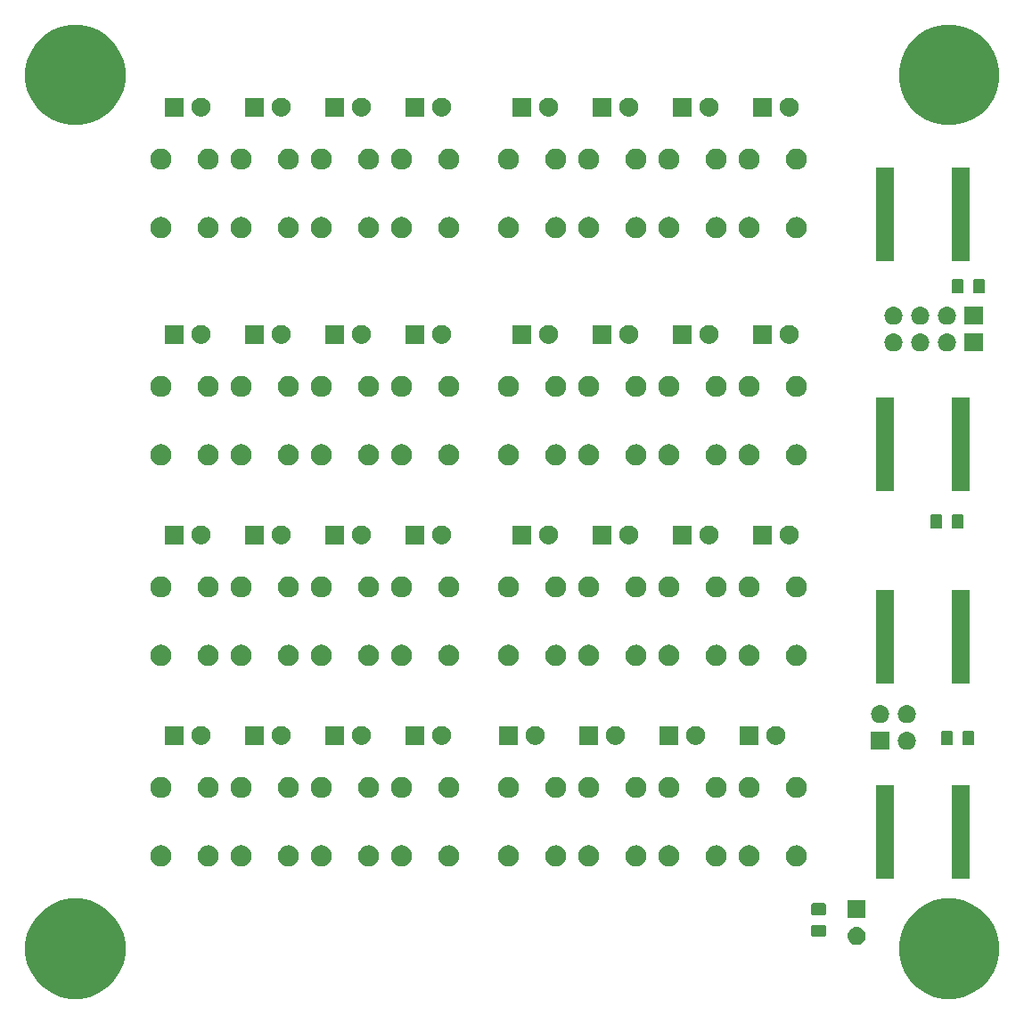
<source format=gts>
G04 #@! TF.GenerationSoftware,KiCad,Pcbnew,(5.0.2)-1*
G04 #@! TF.CreationDate,2019-09-24T20:27:20-04:00*
G04 #@! TF.ProjectId,FrontPanel,46726f6e-7450-4616-9e65-6c2e6b696361,X1*
G04 #@! TF.SameCoordinates,Original*
G04 #@! TF.FileFunction,Soldermask,Top*
G04 #@! TF.FilePolarity,Negative*
%FSLAX46Y46*%
G04 Gerber Fmt 4.6, Leading zero omitted, Abs format (unit mm)*
G04 Created by KiCad (PCBNEW (5.0.2)-1) date 9/24/2019 8:27:20 PM*
%MOMM*%
%LPD*%
G01*
G04 APERTURE LIST*
%ADD10C,0.150000*%
G04 APERTURE END LIST*
D10*
G36*
X100389169Y-94420519D02*
X101255889Y-94779526D01*
X102035920Y-95300726D01*
X102699274Y-95964080D01*
X103220474Y-96744111D01*
X103579481Y-97610831D01*
X103762500Y-98530933D01*
X103762500Y-99469067D01*
X103579481Y-100389169D01*
X103220474Y-101255889D01*
X102699274Y-102035920D01*
X102035920Y-102699274D01*
X101255889Y-103220474D01*
X100389169Y-103579481D01*
X99469067Y-103762500D01*
X98530933Y-103762500D01*
X97610831Y-103579481D01*
X96744111Y-103220474D01*
X95964080Y-102699274D01*
X95300726Y-102035920D01*
X94779526Y-101255889D01*
X94420519Y-100389169D01*
X94237500Y-99469067D01*
X94237500Y-98530933D01*
X94420519Y-97610831D01*
X94779526Y-96744111D01*
X95300726Y-95964080D01*
X95964080Y-95300726D01*
X96744111Y-94779526D01*
X97610831Y-94420519D01*
X98530933Y-94237500D01*
X99469067Y-94237500D01*
X100389169Y-94420519D01*
X100389169Y-94420519D01*
G37*
G36*
X17389169Y-94420519D02*
X18255889Y-94779526D01*
X19035920Y-95300726D01*
X19699274Y-95964080D01*
X20220474Y-96744111D01*
X20579481Y-97610831D01*
X20762500Y-98530933D01*
X20762500Y-99469067D01*
X20579481Y-100389169D01*
X20220474Y-101255889D01*
X19699274Y-102035920D01*
X19035920Y-102699274D01*
X18255889Y-103220474D01*
X17389169Y-103579481D01*
X16469067Y-103762500D01*
X15530933Y-103762500D01*
X14610831Y-103579481D01*
X13744111Y-103220474D01*
X12964080Y-102699274D01*
X12300726Y-102035920D01*
X11779526Y-101255889D01*
X11420519Y-100389169D01*
X11237500Y-99469067D01*
X11237500Y-98530933D01*
X11420519Y-97610831D01*
X11779526Y-96744111D01*
X12300726Y-95964080D01*
X12964080Y-95300726D01*
X13744111Y-94779526D01*
X14610831Y-94420519D01*
X15530933Y-94237500D01*
X16469067Y-94237500D01*
X17389169Y-94420519D01*
X17389169Y-94420519D01*
G37*
G36*
X90400130Y-96952299D02*
X90560355Y-97000903D01*
X90708020Y-97079831D01*
X90837449Y-97186051D01*
X90943669Y-97315480D01*
X91022597Y-97463145D01*
X91071201Y-97623370D01*
X91087612Y-97790000D01*
X91071201Y-97956630D01*
X91022597Y-98116855D01*
X90943669Y-98264520D01*
X90837449Y-98393949D01*
X90708020Y-98500169D01*
X90560355Y-98579097D01*
X90400130Y-98627701D01*
X90275252Y-98640000D01*
X90191748Y-98640000D01*
X90066870Y-98627701D01*
X89906645Y-98579097D01*
X89758980Y-98500169D01*
X89629551Y-98393949D01*
X89523331Y-98264520D01*
X89444403Y-98116855D01*
X89395799Y-97956630D01*
X89379388Y-97790000D01*
X89395799Y-97623370D01*
X89444403Y-97463145D01*
X89523331Y-97315480D01*
X89629551Y-97186051D01*
X89758980Y-97079831D01*
X89906645Y-97000903D01*
X90066870Y-96952299D01*
X90191748Y-96940000D01*
X90275252Y-96940000D01*
X90400130Y-96952299D01*
X90400130Y-96952299D01*
G37*
G36*
X87169522Y-96720039D02*
X87203053Y-96730211D01*
X87233960Y-96746731D01*
X87261043Y-96768957D01*
X87283269Y-96796040D01*
X87299789Y-96826947D01*
X87309961Y-96860478D01*
X87314000Y-96901487D01*
X87314000Y-97680513D01*
X87309961Y-97721522D01*
X87299789Y-97755053D01*
X87283269Y-97785960D01*
X87261043Y-97813043D01*
X87233960Y-97835269D01*
X87203053Y-97851789D01*
X87169522Y-97861961D01*
X87128513Y-97866000D01*
X86099487Y-97866000D01*
X86058478Y-97861961D01*
X86024947Y-97851789D01*
X85994040Y-97835269D01*
X85966957Y-97813043D01*
X85944731Y-97785960D01*
X85928211Y-97755053D01*
X85918039Y-97721522D01*
X85914000Y-97680513D01*
X85914000Y-96901487D01*
X85918039Y-96860478D01*
X85928211Y-96826947D01*
X85944731Y-96796040D01*
X85966957Y-96768957D01*
X85994040Y-96746731D01*
X86024947Y-96730211D01*
X86058478Y-96720039D01*
X86099487Y-96716000D01*
X87128513Y-96716000D01*
X87169522Y-96720039D01*
X87169522Y-96720039D01*
G37*
G36*
X91083500Y-96100000D02*
X89383500Y-96100000D01*
X89383500Y-94400000D01*
X91083500Y-94400000D01*
X91083500Y-96100000D01*
X91083500Y-96100000D01*
G37*
G36*
X87169522Y-94670039D02*
X87203053Y-94680211D01*
X87233960Y-94696731D01*
X87261043Y-94718957D01*
X87283269Y-94746040D01*
X87299789Y-94776947D01*
X87309961Y-94810478D01*
X87314000Y-94851487D01*
X87314000Y-95630513D01*
X87309961Y-95671522D01*
X87299789Y-95705053D01*
X87283269Y-95735960D01*
X87261043Y-95763043D01*
X87233960Y-95785269D01*
X87203053Y-95801789D01*
X87169522Y-95811961D01*
X87128513Y-95816000D01*
X86099487Y-95816000D01*
X86058478Y-95811961D01*
X86024947Y-95801789D01*
X85994040Y-95785269D01*
X85966957Y-95763043D01*
X85944731Y-95735960D01*
X85928211Y-95705053D01*
X85918039Y-95671522D01*
X85914000Y-95630513D01*
X85914000Y-94851487D01*
X85918039Y-94810478D01*
X85928211Y-94776947D01*
X85944731Y-94746040D01*
X85966957Y-94718957D01*
X85994040Y-94696731D01*
X86024947Y-94680211D01*
X86058478Y-94670039D01*
X86099487Y-94666000D01*
X87128513Y-94666000D01*
X87169522Y-94670039D01*
X87169522Y-94670039D01*
G37*
G36*
X100995000Y-92334000D02*
X99245000Y-92334000D01*
X99245000Y-83434000D01*
X100995000Y-83434000D01*
X100995000Y-92334000D01*
X100995000Y-92334000D01*
G37*
G36*
X93795000Y-92334000D02*
X92045000Y-92334000D01*
X92045000Y-83434000D01*
X93795000Y-83434000D01*
X93795000Y-92334000D01*
X93795000Y-92334000D01*
G37*
G36*
X77065770Y-89185372D02*
X77181689Y-89208429D01*
X77363678Y-89283811D01*
X77527463Y-89393249D01*
X77666751Y-89532537D01*
X77776189Y-89696322D01*
X77851571Y-89878311D01*
X77890000Y-90071509D01*
X77890000Y-90268491D01*
X77851571Y-90461689D01*
X77776189Y-90643678D01*
X77666751Y-90807463D01*
X77527463Y-90946751D01*
X77363678Y-91056189D01*
X77181689Y-91131571D01*
X77065770Y-91154628D01*
X76988493Y-91170000D01*
X76791507Y-91170000D01*
X76714230Y-91154628D01*
X76598311Y-91131571D01*
X76416322Y-91056189D01*
X76252537Y-90946751D01*
X76113249Y-90807463D01*
X76003811Y-90643678D01*
X75928429Y-90461689D01*
X75890000Y-90268491D01*
X75890000Y-90071509D01*
X75928429Y-89878311D01*
X76003811Y-89696322D01*
X76113249Y-89532537D01*
X76252537Y-89393249D01*
X76416322Y-89283811D01*
X76598311Y-89208429D01*
X76714230Y-89185372D01*
X76791507Y-89170000D01*
X76988493Y-89170000D01*
X77065770Y-89185372D01*
X77065770Y-89185372D01*
G37*
G36*
X28805770Y-89185372D02*
X28921689Y-89208429D01*
X29103678Y-89283811D01*
X29267463Y-89393249D01*
X29406751Y-89532537D01*
X29516189Y-89696322D01*
X29591571Y-89878311D01*
X29630000Y-90071509D01*
X29630000Y-90268491D01*
X29591571Y-90461689D01*
X29516189Y-90643678D01*
X29406751Y-90807463D01*
X29267463Y-90946751D01*
X29103678Y-91056189D01*
X28921689Y-91131571D01*
X28805770Y-91154628D01*
X28728493Y-91170000D01*
X28531507Y-91170000D01*
X28454230Y-91154628D01*
X28338311Y-91131571D01*
X28156322Y-91056189D01*
X27992537Y-90946751D01*
X27853249Y-90807463D01*
X27743811Y-90643678D01*
X27668429Y-90461689D01*
X27630000Y-90268491D01*
X27630000Y-90071509D01*
X27668429Y-89878311D01*
X27743811Y-89696322D01*
X27853249Y-89532537D01*
X27992537Y-89393249D01*
X28156322Y-89283811D01*
X28338311Y-89208429D01*
X28454230Y-89185372D01*
X28531507Y-89170000D01*
X28728493Y-89170000D01*
X28805770Y-89185372D01*
X28805770Y-89185372D01*
G37*
G36*
X36425770Y-89185372D02*
X36541689Y-89208429D01*
X36723678Y-89283811D01*
X36887463Y-89393249D01*
X37026751Y-89532537D01*
X37136189Y-89696322D01*
X37211571Y-89878311D01*
X37250000Y-90071509D01*
X37250000Y-90268491D01*
X37211571Y-90461689D01*
X37136189Y-90643678D01*
X37026751Y-90807463D01*
X36887463Y-90946751D01*
X36723678Y-91056189D01*
X36541689Y-91131571D01*
X36425770Y-91154628D01*
X36348493Y-91170000D01*
X36151507Y-91170000D01*
X36074230Y-91154628D01*
X35958311Y-91131571D01*
X35776322Y-91056189D01*
X35612537Y-90946751D01*
X35473249Y-90807463D01*
X35363811Y-90643678D01*
X35288429Y-90461689D01*
X35250000Y-90268491D01*
X35250000Y-90071509D01*
X35288429Y-89878311D01*
X35363811Y-89696322D01*
X35473249Y-89532537D01*
X35612537Y-89393249D01*
X35776322Y-89283811D01*
X35958311Y-89208429D01*
X36074230Y-89185372D01*
X36151507Y-89170000D01*
X36348493Y-89170000D01*
X36425770Y-89185372D01*
X36425770Y-89185372D01*
G37*
G36*
X31925770Y-89185372D02*
X32041689Y-89208429D01*
X32223678Y-89283811D01*
X32387463Y-89393249D01*
X32526751Y-89532537D01*
X32636189Y-89696322D01*
X32711571Y-89878311D01*
X32750000Y-90071509D01*
X32750000Y-90268491D01*
X32711571Y-90461689D01*
X32636189Y-90643678D01*
X32526751Y-90807463D01*
X32387463Y-90946751D01*
X32223678Y-91056189D01*
X32041689Y-91131571D01*
X31925770Y-91154628D01*
X31848493Y-91170000D01*
X31651507Y-91170000D01*
X31574230Y-91154628D01*
X31458311Y-91131571D01*
X31276322Y-91056189D01*
X31112537Y-90946751D01*
X30973249Y-90807463D01*
X30863811Y-90643678D01*
X30788429Y-90461689D01*
X30750000Y-90268491D01*
X30750000Y-90071509D01*
X30788429Y-89878311D01*
X30863811Y-89696322D01*
X30973249Y-89532537D01*
X31112537Y-89393249D01*
X31276322Y-89283811D01*
X31458311Y-89208429D01*
X31574230Y-89185372D01*
X31651507Y-89170000D01*
X31848493Y-89170000D01*
X31925770Y-89185372D01*
X31925770Y-89185372D01*
G37*
G36*
X84685770Y-89185372D02*
X84801689Y-89208429D01*
X84983678Y-89283811D01*
X85147463Y-89393249D01*
X85286751Y-89532537D01*
X85396189Y-89696322D01*
X85471571Y-89878311D01*
X85510000Y-90071509D01*
X85510000Y-90268491D01*
X85471571Y-90461689D01*
X85396189Y-90643678D01*
X85286751Y-90807463D01*
X85147463Y-90946751D01*
X84983678Y-91056189D01*
X84801689Y-91131571D01*
X84685770Y-91154628D01*
X84608493Y-91170000D01*
X84411507Y-91170000D01*
X84334230Y-91154628D01*
X84218311Y-91131571D01*
X84036322Y-91056189D01*
X83872537Y-90946751D01*
X83733249Y-90807463D01*
X83623811Y-90643678D01*
X83548429Y-90461689D01*
X83510000Y-90268491D01*
X83510000Y-90071509D01*
X83548429Y-89878311D01*
X83623811Y-89696322D01*
X83733249Y-89532537D01*
X83872537Y-89393249D01*
X84036322Y-89283811D01*
X84218311Y-89208429D01*
X84334230Y-89185372D01*
X84411507Y-89170000D01*
X84608493Y-89170000D01*
X84685770Y-89185372D01*
X84685770Y-89185372D01*
G37*
G36*
X80185770Y-89185372D02*
X80301689Y-89208429D01*
X80483678Y-89283811D01*
X80647463Y-89393249D01*
X80786751Y-89532537D01*
X80896189Y-89696322D01*
X80971571Y-89878311D01*
X81010000Y-90071509D01*
X81010000Y-90268491D01*
X80971571Y-90461689D01*
X80896189Y-90643678D01*
X80786751Y-90807463D01*
X80647463Y-90946751D01*
X80483678Y-91056189D01*
X80301689Y-91131571D01*
X80185770Y-91154628D01*
X80108493Y-91170000D01*
X79911507Y-91170000D01*
X79834230Y-91154628D01*
X79718311Y-91131571D01*
X79536322Y-91056189D01*
X79372537Y-90946751D01*
X79233249Y-90807463D01*
X79123811Y-90643678D01*
X79048429Y-90461689D01*
X79010000Y-90268491D01*
X79010000Y-90071509D01*
X79048429Y-89878311D01*
X79123811Y-89696322D01*
X79233249Y-89532537D01*
X79372537Y-89393249D01*
X79536322Y-89283811D01*
X79718311Y-89208429D01*
X79834230Y-89185372D01*
X79911507Y-89170000D01*
X80108493Y-89170000D01*
X80185770Y-89185372D01*
X80185770Y-89185372D01*
G37*
G36*
X72565770Y-89185372D02*
X72681689Y-89208429D01*
X72863678Y-89283811D01*
X73027463Y-89393249D01*
X73166751Y-89532537D01*
X73276189Y-89696322D01*
X73351571Y-89878311D01*
X73390000Y-90071509D01*
X73390000Y-90268491D01*
X73351571Y-90461689D01*
X73276189Y-90643678D01*
X73166751Y-90807463D01*
X73027463Y-90946751D01*
X72863678Y-91056189D01*
X72681689Y-91131571D01*
X72565770Y-91154628D01*
X72488493Y-91170000D01*
X72291507Y-91170000D01*
X72214230Y-91154628D01*
X72098311Y-91131571D01*
X71916322Y-91056189D01*
X71752537Y-90946751D01*
X71613249Y-90807463D01*
X71503811Y-90643678D01*
X71428429Y-90461689D01*
X71390000Y-90268491D01*
X71390000Y-90071509D01*
X71428429Y-89878311D01*
X71503811Y-89696322D01*
X71613249Y-89532537D01*
X71752537Y-89393249D01*
X71916322Y-89283811D01*
X72098311Y-89208429D01*
X72214230Y-89185372D01*
X72291507Y-89170000D01*
X72488493Y-89170000D01*
X72565770Y-89185372D01*
X72565770Y-89185372D01*
G37*
G36*
X69445770Y-89185372D02*
X69561689Y-89208429D01*
X69743678Y-89283811D01*
X69907463Y-89393249D01*
X70046751Y-89532537D01*
X70156189Y-89696322D01*
X70231571Y-89878311D01*
X70270000Y-90071509D01*
X70270000Y-90268491D01*
X70231571Y-90461689D01*
X70156189Y-90643678D01*
X70046751Y-90807463D01*
X69907463Y-90946751D01*
X69743678Y-91056189D01*
X69561689Y-91131571D01*
X69445770Y-91154628D01*
X69368493Y-91170000D01*
X69171507Y-91170000D01*
X69094230Y-91154628D01*
X68978311Y-91131571D01*
X68796322Y-91056189D01*
X68632537Y-90946751D01*
X68493249Y-90807463D01*
X68383811Y-90643678D01*
X68308429Y-90461689D01*
X68270000Y-90268491D01*
X68270000Y-90071509D01*
X68308429Y-89878311D01*
X68383811Y-89696322D01*
X68493249Y-89532537D01*
X68632537Y-89393249D01*
X68796322Y-89283811D01*
X68978311Y-89208429D01*
X69094230Y-89185372D01*
X69171507Y-89170000D01*
X69368493Y-89170000D01*
X69445770Y-89185372D01*
X69445770Y-89185372D01*
G37*
G36*
X64945770Y-89185372D02*
X65061689Y-89208429D01*
X65243678Y-89283811D01*
X65407463Y-89393249D01*
X65546751Y-89532537D01*
X65656189Y-89696322D01*
X65731571Y-89878311D01*
X65770000Y-90071509D01*
X65770000Y-90268491D01*
X65731571Y-90461689D01*
X65656189Y-90643678D01*
X65546751Y-90807463D01*
X65407463Y-90946751D01*
X65243678Y-91056189D01*
X65061689Y-91131571D01*
X64945770Y-91154628D01*
X64868493Y-91170000D01*
X64671507Y-91170000D01*
X64594230Y-91154628D01*
X64478311Y-91131571D01*
X64296322Y-91056189D01*
X64132537Y-90946751D01*
X63993249Y-90807463D01*
X63883811Y-90643678D01*
X63808429Y-90461689D01*
X63770000Y-90268491D01*
X63770000Y-90071509D01*
X63808429Y-89878311D01*
X63883811Y-89696322D01*
X63993249Y-89532537D01*
X64132537Y-89393249D01*
X64296322Y-89283811D01*
X64478311Y-89208429D01*
X64594230Y-89185372D01*
X64671507Y-89170000D01*
X64868493Y-89170000D01*
X64945770Y-89185372D01*
X64945770Y-89185372D01*
G37*
G36*
X57325770Y-89185372D02*
X57441689Y-89208429D01*
X57623678Y-89283811D01*
X57787463Y-89393249D01*
X57926751Y-89532537D01*
X58036189Y-89696322D01*
X58111571Y-89878311D01*
X58150000Y-90071509D01*
X58150000Y-90268491D01*
X58111571Y-90461689D01*
X58036189Y-90643678D01*
X57926751Y-90807463D01*
X57787463Y-90946751D01*
X57623678Y-91056189D01*
X57441689Y-91131571D01*
X57325770Y-91154628D01*
X57248493Y-91170000D01*
X57051507Y-91170000D01*
X56974230Y-91154628D01*
X56858311Y-91131571D01*
X56676322Y-91056189D01*
X56512537Y-90946751D01*
X56373249Y-90807463D01*
X56263811Y-90643678D01*
X56188429Y-90461689D01*
X56150000Y-90268491D01*
X56150000Y-90071509D01*
X56188429Y-89878311D01*
X56263811Y-89696322D01*
X56373249Y-89532537D01*
X56512537Y-89393249D01*
X56676322Y-89283811D01*
X56858311Y-89208429D01*
X56974230Y-89185372D01*
X57051507Y-89170000D01*
X57248493Y-89170000D01*
X57325770Y-89185372D01*
X57325770Y-89185372D01*
G37*
G36*
X61825770Y-89185372D02*
X61941689Y-89208429D01*
X62123678Y-89283811D01*
X62287463Y-89393249D01*
X62426751Y-89532537D01*
X62536189Y-89696322D01*
X62611571Y-89878311D01*
X62650000Y-90071509D01*
X62650000Y-90268491D01*
X62611571Y-90461689D01*
X62536189Y-90643678D01*
X62426751Y-90807463D01*
X62287463Y-90946751D01*
X62123678Y-91056189D01*
X61941689Y-91131571D01*
X61825770Y-91154628D01*
X61748493Y-91170000D01*
X61551507Y-91170000D01*
X61474230Y-91154628D01*
X61358311Y-91131571D01*
X61176322Y-91056189D01*
X61012537Y-90946751D01*
X60873249Y-90807463D01*
X60763811Y-90643678D01*
X60688429Y-90461689D01*
X60650000Y-90268491D01*
X60650000Y-90071509D01*
X60688429Y-89878311D01*
X60763811Y-89696322D01*
X60873249Y-89532537D01*
X61012537Y-89393249D01*
X61176322Y-89283811D01*
X61358311Y-89208429D01*
X61474230Y-89185372D01*
X61551507Y-89170000D01*
X61748493Y-89170000D01*
X61825770Y-89185372D01*
X61825770Y-89185372D01*
G37*
G36*
X51665770Y-89185372D02*
X51781689Y-89208429D01*
X51963678Y-89283811D01*
X52127463Y-89393249D01*
X52266751Y-89532537D01*
X52376189Y-89696322D01*
X52451571Y-89878311D01*
X52490000Y-90071509D01*
X52490000Y-90268491D01*
X52451571Y-90461689D01*
X52376189Y-90643678D01*
X52266751Y-90807463D01*
X52127463Y-90946751D01*
X51963678Y-91056189D01*
X51781689Y-91131571D01*
X51665770Y-91154628D01*
X51588493Y-91170000D01*
X51391507Y-91170000D01*
X51314230Y-91154628D01*
X51198311Y-91131571D01*
X51016322Y-91056189D01*
X50852537Y-90946751D01*
X50713249Y-90807463D01*
X50603811Y-90643678D01*
X50528429Y-90461689D01*
X50490000Y-90268491D01*
X50490000Y-90071509D01*
X50528429Y-89878311D01*
X50603811Y-89696322D01*
X50713249Y-89532537D01*
X50852537Y-89393249D01*
X51016322Y-89283811D01*
X51198311Y-89208429D01*
X51314230Y-89185372D01*
X51391507Y-89170000D01*
X51588493Y-89170000D01*
X51665770Y-89185372D01*
X51665770Y-89185372D01*
G37*
G36*
X47165770Y-89185372D02*
X47281689Y-89208429D01*
X47463678Y-89283811D01*
X47627463Y-89393249D01*
X47766751Y-89532537D01*
X47876189Y-89696322D01*
X47951571Y-89878311D01*
X47990000Y-90071509D01*
X47990000Y-90268491D01*
X47951571Y-90461689D01*
X47876189Y-90643678D01*
X47766751Y-90807463D01*
X47627463Y-90946751D01*
X47463678Y-91056189D01*
X47281689Y-91131571D01*
X47165770Y-91154628D01*
X47088493Y-91170000D01*
X46891507Y-91170000D01*
X46814230Y-91154628D01*
X46698311Y-91131571D01*
X46516322Y-91056189D01*
X46352537Y-90946751D01*
X46213249Y-90807463D01*
X46103811Y-90643678D01*
X46028429Y-90461689D01*
X45990000Y-90268491D01*
X45990000Y-90071509D01*
X46028429Y-89878311D01*
X46103811Y-89696322D01*
X46213249Y-89532537D01*
X46352537Y-89393249D01*
X46516322Y-89283811D01*
X46698311Y-89208429D01*
X46814230Y-89185372D01*
X46891507Y-89170000D01*
X47088493Y-89170000D01*
X47165770Y-89185372D01*
X47165770Y-89185372D01*
G37*
G36*
X44045770Y-89185372D02*
X44161689Y-89208429D01*
X44343678Y-89283811D01*
X44507463Y-89393249D01*
X44646751Y-89532537D01*
X44756189Y-89696322D01*
X44831571Y-89878311D01*
X44870000Y-90071509D01*
X44870000Y-90268491D01*
X44831571Y-90461689D01*
X44756189Y-90643678D01*
X44646751Y-90807463D01*
X44507463Y-90946751D01*
X44343678Y-91056189D01*
X44161689Y-91131571D01*
X44045770Y-91154628D01*
X43968493Y-91170000D01*
X43771507Y-91170000D01*
X43694230Y-91154628D01*
X43578311Y-91131571D01*
X43396322Y-91056189D01*
X43232537Y-90946751D01*
X43093249Y-90807463D01*
X42983811Y-90643678D01*
X42908429Y-90461689D01*
X42870000Y-90268491D01*
X42870000Y-90071509D01*
X42908429Y-89878311D01*
X42983811Y-89696322D01*
X43093249Y-89532537D01*
X43232537Y-89393249D01*
X43396322Y-89283811D01*
X43578311Y-89208429D01*
X43694230Y-89185372D01*
X43771507Y-89170000D01*
X43968493Y-89170000D01*
X44045770Y-89185372D01*
X44045770Y-89185372D01*
G37*
G36*
X39545770Y-89185372D02*
X39661689Y-89208429D01*
X39843678Y-89283811D01*
X40007463Y-89393249D01*
X40146751Y-89532537D01*
X40256189Y-89696322D01*
X40331571Y-89878311D01*
X40370000Y-90071509D01*
X40370000Y-90268491D01*
X40331571Y-90461689D01*
X40256189Y-90643678D01*
X40146751Y-90807463D01*
X40007463Y-90946751D01*
X39843678Y-91056189D01*
X39661689Y-91131571D01*
X39545770Y-91154628D01*
X39468493Y-91170000D01*
X39271507Y-91170000D01*
X39194230Y-91154628D01*
X39078311Y-91131571D01*
X38896322Y-91056189D01*
X38732537Y-90946751D01*
X38593249Y-90807463D01*
X38483811Y-90643678D01*
X38408429Y-90461689D01*
X38370000Y-90268491D01*
X38370000Y-90071509D01*
X38408429Y-89878311D01*
X38483811Y-89696322D01*
X38593249Y-89532537D01*
X38732537Y-89393249D01*
X38896322Y-89283811D01*
X39078311Y-89208429D01*
X39194230Y-89185372D01*
X39271507Y-89170000D01*
X39468493Y-89170000D01*
X39545770Y-89185372D01*
X39545770Y-89185372D01*
G37*
G36*
X24305770Y-89185372D02*
X24421689Y-89208429D01*
X24603678Y-89283811D01*
X24767463Y-89393249D01*
X24906751Y-89532537D01*
X25016189Y-89696322D01*
X25091571Y-89878311D01*
X25130000Y-90071509D01*
X25130000Y-90268491D01*
X25091571Y-90461689D01*
X25016189Y-90643678D01*
X24906751Y-90807463D01*
X24767463Y-90946751D01*
X24603678Y-91056189D01*
X24421689Y-91131571D01*
X24305770Y-91154628D01*
X24228493Y-91170000D01*
X24031507Y-91170000D01*
X23954230Y-91154628D01*
X23838311Y-91131571D01*
X23656322Y-91056189D01*
X23492537Y-90946751D01*
X23353249Y-90807463D01*
X23243811Y-90643678D01*
X23168429Y-90461689D01*
X23130000Y-90268491D01*
X23130000Y-90071509D01*
X23168429Y-89878311D01*
X23243811Y-89696322D01*
X23353249Y-89532537D01*
X23492537Y-89393249D01*
X23656322Y-89283811D01*
X23838311Y-89208429D01*
X23954230Y-89185372D01*
X24031507Y-89170000D01*
X24228493Y-89170000D01*
X24305770Y-89185372D01*
X24305770Y-89185372D01*
G37*
G36*
X44045770Y-82685372D02*
X44161689Y-82708429D01*
X44343678Y-82783811D01*
X44507463Y-82893249D01*
X44646751Y-83032537D01*
X44756189Y-83196322D01*
X44831571Y-83378311D01*
X44870000Y-83571509D01*
X44870000Y-83768491D01*
X44831571Y-83961689D01*
X44756189Y-84143678D01*
X44646751Y-84307463D01*
X44507463Y-84446751D01*
X44343678Y-84556189D01*
X44161689Y-84631571D01*
X44045770Y-84654628D01*
X43968493Y-84670000D01*
X43771507Y-84670000D01*
X43694230Y-84654628D01*
X43578311Y-84631571D01*
X43396322Y-84556189D01*
X43232537Y-84446751D01*
X43093249Y-84307463D01*
X42983811Y-84143678D01*
X42908429Y-83961689D01*
X42870000Y-83768491D01*
X42870000Y-83571509D01*
X42908429Y-83378311D01*
X42983811Y-83196322D01*
X43093249Y-83032537D01*
X43232537Y-82893249D01*
X43396322Y-82783811D01*
X43578311Y-82708429D01*
X43694230Y-82685372D01*
X43771507Y-82670000D01*
X43968493Y-82670000D01*
X44045770Y-82685372D01*
X44045770Y-82685372D01*
G37*
G36*
X28805770Y-82685372D02*
X28921689Y-82708429D01*
X29103678Y-82783811D01*
X29267463Y-82893249D01*
X29406751Y-83032537D01*
X29516189Y-83196322D01*
X29591571Y-83378311D01*
X29630000Y-83571509D01*
X29630000Y-83768491D01*
X29591571Y-83961689D01*
X29516189Y-84143678D01*
X29406751Y-84307463D01*
X29267463Y-84446751D01*
X29103678Y-84556189D01*
X28921689Y-84631571D01*
X28805770Y-84654628D01*
X28728493Y-84670000D01*
X28531507Y-84670000D01*
X28454230Y-84654628D01*
X28338311Y-84631571D01*
X28156322Y-84556189D01*
X27992537Y-84446751D01*
X27853249Y-84307463D01*
X27743811Y-84143678D01*
X27668429Y-83961689D01*
X27630000Y-83768491D01*
X27630000Y-83571509D01*
X27668429Y-83378311D01*
X27743811Y-83196322D01*
X27853249Y-83032537D01*
X27992537Y-82893249D01*
X28156322Y-82783811D01*
X28338311Y-82708429D01*
X28454230Y-82685372D01*
X28531507Y-82670000D01*
X28728493Y-82670000D01*
X28805770Y-82685372D01*
X28805770Y-82685372D01*
G37*
G36*
X69445770Y-82685372D02*
X69561689Y-82708429D01*
X69743678Y-82783811D01*
X69907463Y-82893249D01*
X70046751Y-83032537D01*
X70156189Y-83196322D01*
X70231571Y-83378311D01*
X70270000Y-83571509D01*
X70270000Y-83768491D01*
X70231571Y-83961689D01*
X70156189Y-84143678D01*
X70046751Y-84307463D01*
X69907463Y-84446751D01*
X69743678Y-84556189D01*
X69561689Y-84631571D01*
X69445770Y-84654628D01*
X69368493Y-84670000D01*
X69171507Y-84670000D01*
X69094230Y-84654628D01*
X68978311Y-84631571D01*
X68796322Y-84556189D01*
X68632537Y-84446751D01*
X68493249Y-84307463D01*
X68383811Y-84143678D01*
X68308429Y-83961689D01*
X68270000Y-83768491D01*
X68270000Y-83571509D01*
X68308429Y-83378311D01*
X68383811Y-83196322D01*
X68493249Y-83032537D01*
X68632537Y-82893249D01*
X68796322Y-82783811D01*
X68978311Y-82708429D01*
X69094230Y-82685372D01*
X69171507Y-82670000D01*
X69368493Y-82670000D01*
X69445770Y-82685372D01*
X69445770Y-82685372D01*
G37*
G36*
X64945770Y-82685372D02*
X65061689Y-82708429D01*
X65243678Y-82783811D01*
X65407463Y-82893249D01*
X65546751Y-83032537D01*
X65656189Y-83196322D01*
X65731571Y-83378311D01*
X65770000Y-83571509D01*
X65770000Y-83768491D01*
X65731571Y-83961689D01*
X65656189Y-84143678D01*
X65546751Y-84307463D01*
X65407463Y-84446751D01*
X65243678Y-84556189D01*
X65061689Y-84631571D01*
X64945770Y-84654628D01*
X64868493Y-84670000D01*
X64671507Y-84670000D01*
X64594230Y-84654628D01*
X64478311Y-84631571D01*
X64296322Y-84556189D01*
X64132537Y-84446751D01*
X63993249Y-84307463D01*
X63883811Y-84143678D01*
X63808429Y-83961689D01*
X63770000Y-83768491D01*
X63770000Y-83571509D01*
X63808429Y-83378311D01*
X63883811Y-83196322D01*
X63993249Y-83032537D01*
X64132537Y-82893249D01*
X64296322Y-82783811D01*
X64478311Y-82708429D01*
X64594230Y-82685372D01*
X64671507Y-82670000D01*
X64868493Y-82670000D01*
X64945770Y-82685372D01*
X64945770Y-82685372D01*
G37*
G36*
X57325770Y-82685372D02*
X57441689Y-82708429D01*
X57623678Y-82783811D01*
X57787463Y-82893249D01*
X57926751Y-83032537D01*
X58036189Y-83196322D01*
X58111571Y-83378311D01*
X58150000Y-83571509D01*
X58150000Y-83768491D01*
X58111571Y-83961689D01*
X58036189Y-84143678D01*
X57926751Y-84307463D01*
X57787463Y-84446751D01*
X57623678Y-84556189D01*
X57441689Y-84631571D01*
X57325770Y-84654628D01*
X57248493Y-84670000D01*
X57051507Y-84670000D01*
X56974230Y-84654628D01*
X56858311Y-84631571D01*
X56676322Y-84556189D01*
X56512537Y-84446751D01*
X56373249Y-84307463D01*
X56263811Y-84143678D01*
X56188429Y-83961689D01*
X56150000Y-83768491D01*
X56150000Y-83571509D01*
X56188429Y-83378311D01*
X56263811Y-83196322D01*
X56373249Y-83032537D01*
X56512537Y-82893249D01*
X56676322Y-82783811D01*
X56858311Y-82708429D01*
X56974230Y-82685372D01*
X57051507Y-82670000D01*
X57248493Y-82670000D01*
X57325770Y-82685372D01*
X57325770Y-82685372D01*
G37*
G36*
X61825770Y-82685372D02*
X61941689Y-82708429D01*
X62123678Y-82783811D01*
X62287463Y-82893249D01*
X62426751Y-83032537D01*
X62536189Y-83196322D01*
X62611571Y-83378311D01*
X62650000Y-83571509D01*
X62650000Y-83768491D01*
X62611571Y-83961689D01*
X62536189Y-84143678D01*
X62426751Y-84307463D01*
X62287463Y-84446751D01*
X62123678Y-84556189D01*
X61941689Y-84631571D01*
X61825770Y-84654628D01*
X61748493Y-84670000D01*
X61551507Y-84670000D01*
X61474230Y-84654628D01*
X61358311Y-84631571D01*
X61176322Y-84556189D01*
X61012537Y-84446751D01*
X60873249Y-84307463D01*
X60763811Y-84143678D01*
X60688429Y-83961689D01*
X60650000Y-83768491D01*
X60650000Y-83571509D01*
X60688429Y-83378311D01*
X60763811Y-83196322D01*
X60873249Y-83032537D01*
X61012537Y-82893249D01*
X61176322Y-82783811D01*
X61358311Y-82708429D01*
X61474230Y-82685372D01*
X61551507Y-82670000D01*
X61748493Y-82670000D01*
X61825770Y-82685372D01*
X61825770Y-82685372D01*
G37*
G36*
X24305770Y-82685372D02*
X24421689Y-82708429D01*
X24603678Y-82783811D01*
X24767463Y-82893249D01*
X24906751Y-83032537D01*
X25016189Y-83196322D01*
X25091571Y-83378311D01*
X25130000Y-83571509D01*
X25130000Y-83768491D01*
X25091571Y-83961689D01*
X25016189Y-84143678D01*
X24906751Y-84307463D01*
X24767463Y-84446751D01*
X24603678Y-84556189D01*
X24421689Y-84631571D01*
X24305770Y-84654628D01*
X24228493Y-84670000D01*
X24031507Y-84670000D01*
X23954230Y-84654628D01*
X23838311Y-84631571D01*
X23656322Y-84556189D01*
X23492537Y-84446751D01*
X23353249Y-84307463D01*
X23243811Y-84143678D01*
X23168429Y-83961689D01*
X23130000Y-83768491D01*
X23130000Y-83571509D01*
X23168429Y-83378311D01*
X23243811Y-83196322D01*
X23353249Y-83032537D01*
X23492537Y-82893249D01*
X23656322Y-82783811D01*
X23838311Y-82708429D01*
X23954230Y-82685372D01*
X24031507Y-82670000D01*
X24228493Y-82670000D01*
X24305770Y-82685372D01*
X24305770Y-82685372D01*
G37*
G36*
X77065770Y-82685372D02*
X77181689Y-82708429D01*
X77363678Y-82783811D01*
X77527463Y-82893249D01*
X77666751Y-83032537D01*
X77776189Y-83196322D01*
X77851571Y-83378311D01*
X77890000Y-83571509D01*
X77890000Y-83768491D01*
X77851571Y-83961689D01*
X77776189Y-84143678D01*
X77666751Y-84307463D01*
X77527463Y-84446751D01*
X77363678Y-84556189D01*
X77181689Y-84631571D01*
X77065770Y-84654628D01*
X76988493Y-84670000D01*
X76791507Y-84670000D01*
X76714230Y-84654628D01*
X76598311Y-84631571D01*
X76416322Y-84556189D01*
X76252537Y-84446751D01*
X76113249Y-84307463D01*
X76003811Y-84143678D01*
X75928429Y-83961689D01*
X75890000Y-83768491D01*
X75890000Y-83571509D01*
X75928429Y-83378311D01*
X76003811Y-83196322D01*
X76113249Y-83032537D01*
X76252537Y-82893249D01*
X76416322Y-82783811D01*
X76598311Y-82708429D01*
X76714230Y-82685372D01*
X76791507Y-82670000D01*
X76988493Y-82670000D01*
X77065770Y-82685372D01*
X77065770Y-82685372D01*
G37*
G36*
X80185770Y-82685372D02*
X80301689Y-82708429D01*
X80483678Y-82783811D01*
X80647463Y-82893249D01*
X80786751Y-83032537D01*
X80896189Y-83196322D01*
X80971571Y-83378311D01*
X81010000Y-83571509D01*
X81010000Y-83768491D01*
X80971571Y-83961689D01*
X80896189Y-84143678D01*
X80786751Y-84307463D01*
X80647463Y-84446751D01*
X80483678Y-84556189D01*
X80301689Y-84631571D01*
X80185770Y-84654628D01*
X80108493Y-84670000D01*
X79911507Y-84670000D01*
X79834230Y-84654628D01*
X79718311Y-84631571D01*
X79536322Y-84556189D01*
X79372537Y-84446751D01*
X79233249Y-84307463D01*
X79123811Y-84143678D01*
X79048429Y-83961689D01*
X79010000Y-83768491D01*
X79010000Y-83571509D01*
X79048429Y-83378311D01*
X79123811Y-83196322D01*
X79233249Y-83032537D01*
X79372537Y-82893249D01*
X79536322Y-82783811D01*
X79718311Y-82708429D01*
X79834230Y-82685372D01*
X79911507Y-82670000D01*
X80108493Y-82670000D01*
X80185770Y-82685372D01*
X80185770Y-82685372D01*
G37*
G36*
X84685770Y-82685372D02*
X84801689Y-82708429D01*
X84983678Y-82783811D01*
X85147463Y-82893249D01*
X85286751Y-83032537D01*
X85396189Y-83196322D01*
X85471571Y-83378311D01*
X85510000Y-83571509D01*
X85510000Y-83768491D01*
X85471571Y-83961689D01*
X85396189Y-84143678D01*
X85286751Y-84307463D01*
X85147463Y-84446751D01*
X84983678Y-84556189D01*
X84801689Y-84631571D01*
X84685770Y-84654628D01*
X84608493Y-84670000D01*
X84411507Y-84670000D01*
X84334230Y-84654628D01*
X84218311Y-84631571D01*
X84036322Y-84556189D01*
X83872537Y-84446751D01*
X83733249Y-84307463D01*
X83623811Y-84143678D01*
X83548429Y-83961689D01*
X83510000Y-83768491D01*
X83510000Y-83571509D01*
X83548429Y-83378311D01*
X83623811Y-83196322D01*
X83733249Y-83032537D01*
X83872537Y-82893249D01*
X84036322Y-82783811D01*
X84218311Y-82708429D01*
X84334230Y-82685372D01*
X84411507Y-82670000D01*
X84608493Y-82670000D01*
X84685770Y-82685372D01*
X84685770Y-82685372D01*
G37*
G36*
X31925770Y-82685372D02*
X32041689Y-82708429D01*
X32223678Y-82783811D01*
X32387463Y-82893249D01*
X32526751Y-83032537D01*
X32636189Y-83196322D01*
X32711571Y-83378311D01*
X32750000Y-83571509D01*
X32750000Y-83768491D01*
X32711571Y-83961689D01*
X32636189Y-84143678D01*
X32526751Y-84307463D01*
X32387463Y-84446751D01*
X32223678Y-84556189D01*
X32041689Y-84631571D01*
X31925770Y-84654628D01*
X31848493Y-84670000D01*
X31651507Y-84670000D01*
X31574230Y-84654628D01*
X31458311Y-84631571D01*
X31276322Y-84556189D01*
X31112537Y-84446751D01*
X30973249Y-84307463D01*
X30863811Y-84143678D01*
X30788429Y-83961689D01*
X30750000Y-83768491D01*
X30750000Y-83571509D01*
X30788429Y-83378311D01*
X30863811Y-83196322D01*
X30973249Y-83032537D01*
X31112537Y-82893249D01*
X31276322Y-82783811D01*
X31458311Y-82708429D01*
X31574230Y-82685372D01*
X31651507Y-82670000D01*
X31848493Y-82670000D01*
X31925770Y-82685372D01*
X31925770Y-82685372D01*
G37*
G36*
X36425770Y-82685372D02*
X36541689Y-82708429D01*
X36723678Y-82783811D01*
X36887463Y-82893249D01*
X37026751Y-83032537D01*
X37136189Y-83196322D01*
X37211571Y-83378311D01*
X37250000Y-83571509D01*
X37250000Y-83768491D01*
X37211571Y-83961689D01*
X37136189Y-84143678D01*
X37026751Y-84307463D01*
X36887463Y-84446751D01*
X36723678Y-84556189D01*
X36541689Y-84631571D01*
X36425770Y-84654628D01*
X36348493Y-84670000D01*
X36151507Y-84670000D01*
X36074230Y-84654628D01*
X35958311Y-84631571D01*
X35776322Y-84556189D01*
X35612537Y-84446751D01*
X35473249Y-84307463D01*
X35363811Y-84143678D01*
X35288429Y-83961689D01*
X35250000Y-83768491D01*
X35250000Y-83571509D01*
X35288429Y-83378311D01*
X35363811Y-83196322D01*
X35473249Y-83032537D01*
X35612537Y-82893249D01*
X35776322Y-82783811D01*
X35958311Y-82708429D01*
X36074230Y-82685372D01*
X36151507Y-82670000D01*
X36348493Y-82670000D01*
X36425770Y-82685372D01*
X36425770Y-82685372D01*
G37*
G36*
X39545770Y-82685372D02*
X39661689Y-82708429D01*
X39843678Y-82783811D01*
X40007463Y-82893249D01*
X40146751Y-83032537D01*
X40256189Y-83196322D01*
X40331571Y-83378311D01*
X40370000Y-83571509D01*
X40370000Y-83768491D01*
X40331571Y-83961689D01*
X40256189Y-84143678D01*
X40146751Y-84307463D01*
X40007463Y-84446751D01*
X39843678Y-84556189D01*
X39661689Y-84631571D01*
X39545770Y-84654628D01*
X39468493Y-84670000D01*
X39271507Y-84670000D01*
X39194230Y-84654628D01*
X39078311Y-84631571D01*
X38896322Y-84556189D01*
X38732537Y-84446751D01*
X38593249Y-84307463D01*
X38483811Y-84143678D01*
X38408429Y-83961689D01*
X38370000Y-83768491D01*
X38370000Y-83571509D01*
X38408429Y-83378311D01*
X38483811Y-83196322D01*
X38593249Y-83032537D01*
X38732537Y-82893249D01*
X38896322Y-82783811D01*
X39078311Y-82708429D01*
X39194230Y-82685372D01*
X39271507Y-82670000D01*
X39468493Y-82670000D01*
X39545770Y-82685372D01*
X39545770Y-82685372D01*
G37*
G36*
X51665770Y-82685372D02*
X51781689Y-82708429D01*
X51963678Y-82783811D01*
X52127463Y-82893249D01*
X52266751Y-83032537D01*
X52376189Y-83196322D01*
X52451571Y-83378311D01*
X52490000Y-83571509D01*
X52490000Y-83768491D01*
X52451571Y-83961689D01*
X52376189Y-84143678D01*
X52266751Y-84307463D01*
X52127463Y-84446751D01*
X51963678Y-84556189D01*
X51781689Y-84631571D01*
X51665770Y-84654628D01*
X51588493Y-84670000D01*
X51391507Y-84670000D01*
X51314230Y-84654628D01*
X51198311Y-84631571D01*
X51016322Y-84556189D01*
X50852537Y-84446751D01*
X50713249Y-84307463D01*
X50603811Y-84143678D01*
X50528429Y-83961689D01*
X50490000Y-83768491D01*
X50490000Y-83571509D01*
X50528429Y-83378311D01*
X50603811Y-83196322D01*
X50713249Y-83032537D01*
X50852537Y-82893249D01*
X51016322Y-82783811D01*
X51198311Y-82708429D01*
X51314230Y-82685372D01*
X51391507Y-82670000D01*
X51588493Y-82670000D01*
X51665770Y-82685372D01*
X51665770Y-82685372D01*
G37*
G36*
X47165770Y-82685372D02*
X47281689Y-82708429D01*
X47463678Y-82783811D01*
X47627463Y-82893249D01*
X47766751Y-83032537D01*
X47876189Y-83196322D01*
X47951571Y-83378311D01*
X47990000Y-83571509D01*
X47990000Y-83768491D01*
X47951571Y-83961689D01*
X47876189Y-84143678D01*
X47766751Y-84307463D01*
X47627463Y-84446751D01*
X47463678Y-84556189D01*
X47281689Y-84631571D01*
X47165770Y-84654628D01*
X47088493Y-84670000D01*
X46891507Y-84670000D01*
X46814230Y-84654628D01*
X46698311Y-84631571D01*
X46516322Y-84556189D01*
X46352537Y-84446751D01*
X46213249Y-84307463D01*
X46103811Y-84143678D01*
X46028429Y-83961689D01*
X45990000Y-83768491D01*
X45990000Y-83571509D01*
X46028429Y-83378311D01*
X46103811Y-83196322D01*
X46213249Y-83032537D01*
X46352537Y-82893249D01*
X46516322Y-82783811D01*
X46698311Y-82708429D01*
X46814230Y-82685372D01*
X46891507Y-82670000D01*
X47088493Y-82670000D01*
X47165770Y-82685372D01*
X47165770Y-82685372D01*
G37*
G36*
X72565770Y-82685372D02*
X72681689Y-82708429D01*
X72863678Y-82783811D01*
X73027463Y-82893249D01*
X73166751Y-83032537D01*
X73276189Y-83196322D01*
X73351571Y-83378311D01*
X73390000Y-83571509D01*
X73390000Y-83768491D01*
X73351571Y-83961689D01*
X73276189Y-84143678D01*
X73166751Y-84307463D01*
X73027463Y-84446751D01*
X72863678Y-84556189D01*
X72681689Y-84631571D01*
X72565770Y-84654628D01*
X72488493Y-84670000D01*
X72291507Y-84670000D01*
X72214230Y-84654628D01*
X72098311Y-84631571D01*
X71916322Y-84556189D01*
X71752537Y-84446751D01*
X71613249Y-84307463D01*
X71503811Y-84143678D01*
X71428429Y-83961689D01*
X71390000Y-83768491D01*
X71390000Y-83571509D01*
X71428429Y-83378311D01*
X71503811Y-83196322D01*
X71613249Y-83032537D01*
X71752537Y-82893249D01*
X71916322Y-82783811D01*
X72098311Y-82708429D01*
X72214230Y-82685372D01*
X72291507Y-82670000D01*
X72488493Y-82670000D01*
X72565770Y-82685372D01*
X72565770Y-82685372D01*
G37*
G36*
X93306000Y-80098000D02*
X91606000Y-80098000D01*
X91606000Y-78398000D01*
X93306000Y-78398000D01*
X93306000Y-80098000D01*
X93306000Y-80098000D01*
G37*
G36*
X95162630Y-78410299D02*
X95322855Y-78458903D01*
X95470520Y-78537831D01*
X95599949Y-78644051D01*
X95706169Y-78773480D01*
X95785097Y-78921145D01*
X95833701Y-79081370D01*
X95850112Y-79248000D01*
X95833701Y-79414630D01*
X95785097Y-79574855D01*
X95706169Y-79722520D01*
X95599949Y-79851949D01*
X95470520Y-79958169D01*
X95322855Y-80037097D01*
X95162630Y-80085701D01*
X95037752Y-80098000D01*
X94954248Y-80098000D01*
X94829370Y-80085701D01*
X94669145Y-80037097D01*
X94521480Y-79958169D01*
X94392051Y-79851949D01*
X94285831Y-79722520D01*
X94206903Y-79574855D01*
X94158299Y-79414630D01*
X94141888Y-79248000D01*
X94158299Y-79081370D01*
X94206903Y-78921145D01*
X94285831Y-78773480D01*
X94392051Y-78644051D01*
X94521480Y-78537831D01*
X94669145Y-78458903D01*
X94829370Y-78410299D01*
X94954248Y-78398000D01*
X95037752Y-78398000D01*
X95162630Y-78410299D01*
X95162630Y-78410299D01*
G37*
G36*
X101277522Y-78298039D02*
X101311053Y-78308211D01*
X101341960Y-78324731D01*
X101369043Y-78346957D01*
X101391269Y-78374040D01*
X101407789Y-78404947D01*
X101417961Y-78438478D01*
X101422000Y-78479487D01*
X101422000Y-79508513D01*
X101417961Y-79549522D01*
X101407789Y-79583053D01*
X101391269Y-79613960D01*
X101369043Y-79641043D01*
X101341960Y-79663269D01*
X101311053Y-79679789D01*
X101277522Y-79689961D01*
X101236513Y-79694000D01*
X100457487Y-79694000D01*
X100416478Y-79689961D01*
X100382947Y-79679789D01*
X100352040Y-79663269D01*
X100324957Y-79641043D01*
X100302731Y-79613960D01*
X100286211Y-79583053D01*
X100276039Y-79549522D01*
X100272000Y-79508513D01*
X100272000Y-78479487D01*
X100276039Y-78438478D01*
X100286211Y-78404947D01*
X100302731Y-78374040D01*
X100324957Y-78346957D01*
X100352040Y-78324731D01*
X100382947Y-78308211D01*
X100416478Y-78298039D01*
X100457487Y-78294000D01*
X101236513Y-78294000D01*
X101277522Y-78298039D01*
X101277522Y-78298039D01*
G37*
G36*
X99227522Y-78298039D02*
X99261053Y-78308211D01*
X99291960Y-78324731D01*
X99319043Y-78346957D01*
X99341269Y-78374040D01*
X99357789Y-78404947D01*
X99367961Y-78438478D01*
X99372000Y-78479487D01*
X99372000Y-79508513D01*
X99367961Y-79549522D01*
X99357789Y-79583053D01*
X99341269Y-79613960D01*
X99319043Y-79641043D01*
X99291960Y-79663269D01*
X99261053Y-79679789D01*
X99227522Y-79689961D01*
X99186513Y-79694000D01*
X98407487Y-79694000D01*
X98366478Y-79689961D01*
X98332947Y-79679789D01*
X98302040Y-79663269D01*
X98274957Y-79641043D01*
X98252731Y-79613960D01*
X98236211Y-79583053D01*
X98226039Y-79549522D01*
X98222000Y-79508513D01*
X98222000Y-78479487D01*
X98226039Y-78438478D01*
X98236211Y-78404947D01*
X98252731Y-78374040D01*
X98274957Y-78346957D01*
X98302040Y-78324731D01*
X98332947Y-78308211D01*
X98366478Y-78298039D01*
X98407487Y-78294000D01*
X99186513Y-78294000D01*
X99227522Y-78298039D01*
X99227522Y-78298039D01*
G37*
G36*
X26300000Y-79640000D02*
X24500000Y-79640000D01*
X24500000Y-77840000D01*
X26300000Y-77840000D01*
X26300000Y-79640000D01*
X26300000Y-79640000D01*
G37*
G36*
X33920000Y-79640000D02*
X32120000Y-79640000D01*
X32120000Y-77840000D01*
X33920000Y-77840000D01*
X33920000Y-79640000D01*
X33920000Y-79640000D01*
G37*
G36*
X35822521Y-77874586D02*
X35986309Y-77942429D01*
X36133720Y-78040926D01*
X36259074Y-78166280D01*
X36357571Y-78313691D01*
X36425414Y-78477479D01*
X36460000Y-78651356D01*
X36460000Y-78828644D01*
X36425414Y-79002521D01*
X36357571Y-79166309D01*
X36259074Y-79313720D01*
X36133720Y-79439074D01*
X35986309Y-79537571D01*
X35822521Y-79605414D01*
X35648644Y-79640000D01*
X35471356Y-79640000D01*
X35297479Y-79605414D01*
X35133691Y-79537571D01*
X34986280Y-79439074D01*
X34860926Y-79313720D01*
X34762429Y-79166309D01*
X34694586Y-79002521D01*
X34660000Y-78828644D01*
X34660000Y-78651356D01*
X34694586Y-78477479D01*
X34762429Y-78313691D01*
X34860926Y-78166280D01*
X34986280Y-78040926D01*
X35133691Y-77942429D01*
X35297479Y-77874586D01*
X35471356Y-77840000D01*
X35648644Y-77840000D01*
X35822521Y-77874586D01*
X35822521Y-77874586D01*
G37*
G36*
X43442521Y-77874586D02*
X43606309Y-77942429D01*
X43753720Y-78040926D01*
X43879074Y-78166280D01*
X43977571Y-78313691D01*
X44045414Y-78477479D01*
X44080000Y-78651356D01*
X44080000Y-78828644D01*
X44045414Y-79002521D01*
X43977571Y-79166309D01*
X43879074Y-79313720D01*
X43753720Y-79439074D01*
X43606309Y-79537571D01*
X43442521Y-79605414D01*
X43268644Y-79640000D01*
X43091356Y-79640000D01*
X42917479Y-79605414D01*
X42753691Y-79537571D01*
X42606280Y-79439074D01*
X42480926Y-79313720D01*
X42382429Y-79166309D01*
X42314586Y-79002521D01*
X42280000Y-78828644D01*
X42280000Y-78651356D01*
X42314586Y-78477479D01*
X42382429Y-78313691D01*
X42480926Y-78166280D01*
X42606280Y-78040926D01*
X42753691Y-77942429D01*
X42917479Y-77874586D01*
X43091356Y-77840000D01*
X43268644Y-77840000D01*
X43442521Y-77874586D01*
X43442521Y-77874586D01*
G37*
G36*
X41540000Y-79640000D02*
X39740000Y-79640000D01*
X39740000Y-77840000D01*
X41540000Y-77840000D01*
X41540000Y-79640000D01*
X41540000Y-79640000D01*
G37*
G36*
X49160000Y-79640000D02*
X47360000Y-79640000D01*
X47360000Y-77840000D01*
X49160000Y-77840000D01*
X49160000Y-79640000D01*
X49160000Y-79640000D01*
G37*
G36*
X51062521Y-77874586D02*
X51226309Y-77942429D01*
X51373720Y-78040926D01*
X51499074Y-78166280D01*
X51597571Y-78313691D01*
X51665414Y-78477479D01*
X51700000Y-78651356D01*
X51700000Y-78828644D01*
X51665414Y-79002521D01*
X51597571Y-79166309D01*
X51499074Y-79313720D01*
X51373720Y-79439074D01*
X51226309Y-79537571D01*
X51062521Y-79605414D01*
X50888644Y-79640000D01*
X50711356Y-79640000D01*
X50537479Y-79605414D01*
X50373691Y-79537571D01*
X50226280Y-79439074D01*
X50100926Y-79313720D01*
X50002429Y-79166309D01*
X49934586Y-79002521D01*
X49900000Y-78828644D01*
X49900000Y-78651356D01*
X49934586Y-78477479D01*
X50002429Y-78313691D01*
X50100926Y-78166280D01*
X50226280Y-78040926D01*
X50373691Y-77942429D01*
X50537479Y-77874586D01*
X50711356Y-77840000D01*
X50888644Y-77840000D01*
X51062521Y-77874586D01*
X51062521Y-77874586D01*
G37*
G36*
X59952521Y-77874586D02*
X60116309Y-77942429D01*
X60263720Y-78040926D01*
X60389074Y-78166280D01*
X60487571Y-78313691D01*
X60555414Y-78477479D01*
X60590000Y-78651356D01*
X60590000Y-78828644D01*
X60555414Y-79002521D01*
X60487571Y-79166309D01*
X60389074Y-79313720D01*
X60263720Y-79439074D01*
X60116309Y-79537571D01*
X59952521Y-79605414D01*
X59778644Y-79640000D01*
X59601356Y-79640000D01*
X59427479Y-79605414D01*
X59263691Y-79537571D01*
X59116280Y-79439074D01*
X58990926Y-79313720D01*
X58892429Y-79166309D01*
X58824586Y-79002521D01*
X58790000Y-78828644D01*
X58790000Y-78651356D01*
X58824586Y-78477479D01*
X58892429Y-78313691D01*
X58990926Y-78166280D01*
X59116280Y-78040926D01*
X59263691Y-77942429D01*
X59427479Y-77874586D01*
X59601356Y-77840000D01*
X59778644Y-77840000D01*
X59952521Y-77874586D01*
X59952521Y-77874586D01*
G37*
G36*
X65670000Y-79640000D02*
X63870000Y-79640000D01*
X63870000Y-77840000D01*
X65670000Y-77840000D01*
X65670000Y-79640000D01*
X65670000Y-79640000D01*
G37*
G36*
X67572521Y-77874586D02*
X67736309Y-77942429D01*
X67883720Y-78040926D01*
X68009074Y-78166280D01*
X68107571Y-78313691D01*
X68175414Y-78477479D01*
X68210000Y-78651356D01*
X68210000Y-78828644D01*
X68175414Y-79002521D01*
X68107571Y-79166309D01*
X68009074Y-79313720D01*
X67883720Y-79439074D01*
X67736309Y-79537571D01*
X67572521Y-79605414D01*
X67398644Y-79640000D01*
X67221356Y-79640000D01*
X67047479Y-79605414D01*
X66883691Y-79537571D01*
X66736280Y-79439074D01*
X66610926Y-79313720D01*
X66512429Y-79166309D01*
X66444586Y-79002521D01*
X66410000Y-78828644D01*
X66410000Y-78651356D01*
X66444586Y-78477479D01*
X66512429Y-78313691D01*
X66610926Y-78166280D01*
X66736280Y-78040926D01*
X66883691Y-77942429D01*
X67047479Y-77874586D01*
X67221356Y-77840000D01*
X67398644Y-77840000D01*
X67572521Y-77874586D01*
X67572521Y-77874586D01*
G37*
G36*
X75192521Y-77874586D02*
X75356309Y-77942429D01*
X75503720Y-78040926D01*
X75629074Y-78166280D01*
X75727571Y-78313691D01*
X75795414Y-78477479D01*
X75830000Y-78651356D01*
X75830000Y-78828644D01*
X75795414Y-79002521D01*
X75727571Y-79166309D01*
X75629074Y-79313720D01*
X75503720Y-79439074D01*
X75356309Y-79537571D01*
X75192521Y-79605414D01*
X75018644Y-79640000D01*
X74841356Y-79640000D01*
X74667479Y-79605414D01*
X74503691Y-79537571D01*
X74356280Y-79439074D01*
X74230926Y-79313720D01*
X74132429Y-79166309D01*
X74064586Y-79002521D01*
X74030000Y-78828644D01*
X74030000Y-78651356D01*
X74064586Y-78477479D01*
X74132429Y-78313691D01*
X74230926Y-78166280D01*
X74356280Y-78040926D01*
X74503691Y-77942429D01*
X74667479Y-77874586D01*
X74841356Y-77840000D01*
X75018644Y-77840000D01*
X75192521Y-77874586D01*
X75192521Y-77874586D01*
G37*
G36*
X73290000Y-79640000D02*
X71490000Y-79640000D01*
X71490000Y-77840000D01*
X73290000Y-77840000D01*
X73290000Y-79640000D01*
X73290000Y-79640000D01*
G37*
G36*
X80910000Y-79640000D02*
X79110000Y-79640000D01*
X79110000Y-77840000D01*
X80910000Y-77840000D01*
X80910000Y-79640000D01*
X80910000Y-79640000D01*
G37*
G36*
X28202521Y-77874586D02*
X28366309Y-77942429D01*
X28513720Y-78040926D01*
X28639074Y-78166280D01*
X28737571Y-78313691D01*
X28805414Y-78477479D01*
X28840000Y-78651356D01*
X28840000Y-78828644D01*
X28805414Y-79002521D01*
X28737571Y-79166309D01*
X28639074Y-79313720D01*
X28513720Y-79439074D01*
X28366309Y-79537571D01*
X28202521Y-79605414D01*
X28028644Y-79640000D01*
X27851356Y-79640000D01*
X27677479Y-79605414D01*
X27513691Y-79537571D01*
X27366280Y-79439074D01*
X27240926Y-79313720D01*
X27142429Y-79166309D01*
X27074586Y-79002521D01*
X27040000Y-78828644D01*
X27040000Y-78651356D01*
X27074586Y-78477479D01*
X27142429Y-78313691D01*
X27240926Y-78166280D01*
X27366280Y-78040926D01*
X27513691Y-77942429D01*
X27677479Y-77874586D01*
X27851356Y-77840000D01*
X28028644Y-77840000D01*
X28202521Y-77874586D01*
X28202521Y-77874586D01*
G37*
G36*
X82812521Y-77874586D02*
X82976309Y-77942429D01*
X83123720Y-78040926D01*
X83249074Y-78166280D01*
X83347571Y-78313691D01*
X83415414Y-78477479D01*
X83450000Y-78651356D01*
X83450000Y-78828644D01*
X83415414Y-79002521D01*
X83347571Y-79166309D01*
X83249074Y-79313720D01*
X83123720Y-79439074D01*
X82976309Y-79537571D01*
X82812521Y-79605414D01*
X82638644Y-79640000D01*
X82461356Y-79640000D01*
X82287479Y-79605414D01*
X82123691Y-79537571D01*
X81976280Y-79439074D01*
X81850926Y-79313720D01*
X81752429Y-79166309D01*
X81684586Y-79002521D01*
X81650000Y-78828644D01*
X81650000Y-78651356D01*
X81684586Y-78477479D01*
X81752429Y-78313691D01*
X81850926Y-78166280D01*
X81976280Y-78040926D01*
X82123691Y-77942429D01*
X82287479Y-77874586D01*
X82461356Y-77840000D01*
X82638644Y-77840000D01*
X82812521Y-77874586D01*
X82812521Y-77874586D01*
G37*
G36*
X58050000Y-79640000D02*
X56250000Y-79640000D01*
X56250000Y-77840000D01*
X58050000Y-77840000D01*
X58050000Y-79640000D01*
X58050000Y-79640000D01*
G37*
G36*
X95162630Y-75870299D02*
X95322855Y-75918903D01*
X95470520Y-75997831D01*
X95599949Y-76104051D01*
X95706169Y-76233480D01*
X95785097Y-76381145D01*
X95833701Y-76541370D01*
X95850112Y-76708000D01*
X95833701Y-76874630D01*
X95785097Y-77034855D01*
X95706169Y-77182520D01*
X95599949Y-77311949D01*
X95470520Y-77418169D01*
X95322855Y-77497097D01*
X95162630Y-77545701D01*
X95037752Y-77558000D01*
X94954248Y-77558000D01*
X94829370Y-77545701D01*
X94669145Y-77497097D01*
X94521480Y-77418169D01*
X94392051Y-77311949D01*
X94285831Y-77182520D01*
X94206903Y-77034855D01*
X94158299Y-76874630D01*
X94141888Y-76708000D01*
X94158299Y-76541370D01*
X94206903Y-76381145D01*
X94285831Y-76233480D01*
X94392051Y-76104051D01*
X94521480Y-75997831D01*
X94669145Y-75918903D01*
X94829370Y-75870299D01*
X94954248Y-75858000D01*
X95037752Y-75858000D01*
X95162630Y-75870299D01*
X95162630Y-75870299D01*
G37*
G36*
X92622630Y-75870299D02*
X92782855Y-75918903D01*
X92930520Y-75997831D01*
X93059949Y-76104051D01*
X93166169Y-76233480D01*
X93245097Y-76381145D01*
X93293701Y-76541370D01*
X93310112Y-76708000D01*
X93293701Y-76874630D01*
X93245097Y-77034855D01*
X93166169Y-77182520D01*
X93059949Y-77311949D01*
X92930520Y-77418169D01*
X92782855Y-77497097D01*
X92622630Y-77545701D01*
X92497752Y-77558000D01*
X92414248Y-77558000D01*
X92289370Y-77545701D01*
X92129145Y-77497097D01*
X91981480Y-77418169D01*
X91852051Y-77311949D01*
X91745831Y-77182520D01*
X91666903Y-77034855D01*
X91618299Y-76874630D01*
X91601888Y-76708000D01*
X91618299Y-76541370D01*
X91666903Y-76381145D01*
X91745831Y-76233480D01*
X91852051Y-76104051D01*
X91981480Y-75997831D01*
X92129145Y-75918903D01*
X92289370Y-75870299D01*
X92414248Y-75858000D01*
X92497752Y-75858000D01*
X92622630Y-75870299D01*
X92622630Y-75870299D01*
G37*
G36*
X93795000Y-73792000D02*
X92045000Y-73792000D01*
X92045000Y-64892000D01*
X93795000Y-64892000D01*
X93795000Y-73792000D01*
X93795000Y-73792000D01*
G37*
G36*
X100995000Y-73792000D02*
X99245000Y-73792000D01*
X99245000Y-64892000D01*
X100995000Y-64892000D01*
X100995000Y-73792000D01*
X100995000Y-73792000D01*
G37*
G36*
X44045770Y-70135372D02*
X44161689Y-70158429D01*
X44343678Y-70233811D01*
X44507463Y-70343249D01*
X44646751Y-70482537D01*
X44756189Y-70646322D01*
X44831571Y-70828311D01*
X44870000Y-71021509D01*
X44870000Y-71218491D01*
X44831571Y-71411689D01*
X44756189Y-71593678D01*
X44646751Y-71757463D01*
X44507463Y-71896751D01*
X44343678Y-72006189D01*
X44161689Y-72081571D01*
X44045770Y-72104628D01*
X43968493Y-72120000D01*
X43771507Y-72120000D01*
X43694230Y-72104628D01*
X43578311Y-72081571D01*
X43396322Y-72006189D01*
X43232537Y-71896751D01*
X43093249Y-71757463D01*
X42983811Y-71593678D01*
X42908429Y-71411689D01*
X42870000Y-71218491D01*
X42870000Y-71021509D01*
X42908429Y-70828311D01*
X42983811Y-70646322D01*
X43093249Y-70482537D01*
X43232537Y-70343249D01*
X43396322Y-70233811D01*
X43578311Y-70158429D01*
X43694230Y-70135372D01*
X43771507Y-70120000D01*
X43968493Y-70120000D01*
X44045770Y-70135372D01*
X44045770Y-70135372D01*
G37*
G36*
X64945770Y-70135372D02*
X65061689Y-70158429D01*
X65243678Y-70233811D01*
X65407463Y-70343249D01*
X65546751Y-70482537D01*
X65656189Y-70646322D01*
X65731571Y-70828311D01*
X65770000Y-71021509D01*
X65770000Y-71218491D01*
X65731571Y-71411689D01*
X65656189Y-71593678D01*
X65546751Y-71757463D01*
X65407463Y-71896751D01*
X65243678Y-72006189D01*
X65061689Y-72081571D01*
X64945770Y-72104628D01*
X64868493Y-72120000D01*
X64671507Y-72120000D01*
X64594230Y-72104628D01*
X64478311Y-72081571D01*
X64296322Y-72006189D01*
X64132537Y-71896751D01*
X63993249Y-71757463D01*
X63883811Y-71593678D01*
X63808429Y-71411689D01*
X63770000Y-71218491D01*
X63770000Y-71021509D01*
X63808429Y-70828311D01*
X63883811Y-70646322D01*
X63993249Y-70482537D01*
X64132537Y-70343249D01*
X64296322Y-70233811D01*
X64478311Y-70158429D01*
X64594230Y-70135372D01*
X64671507Y-70120000D01*
X64868493Y-70120000D01*
X64945770Y-70135372D01*
X64945770Y-70135372D01*
G37*
G36*
X69445770Y-70135372D02*
X69561689Y-70158429D01*
X69743678Y-70233811D01*
X69907463Y-70343249D01*
X70046751Y-70482537D01*
X70156189Y-70646322D01*
X70231571Y-70828311D01*
X70270000Y-71021509D01*
X70270000Y-71218491D01*
X70231571Y-71411689D01*
X70156189Y-71593678D01*
X70046751Y-71757463D01*
X69907463Y-71896751D01*
X69743678Y-72006189D01*
X69561689Y-72081571D01*
X69445770Y-72104628D01*
X69368493Y-72120000D01*
X69171507Y-72120000D01*
X69094230Y-72104628D01*
X68978311Y-72081571D01*
X68796322Y-72006189D01*
X68632537Y-71896751D01*
X68493249Y-71757463D01*
X68383811Y-71593678D01*
X68308429Y-71411689D01*
X68270000Y-71218491D01*
X68270000Y-71021509D01*
X68308429Y-70828311D01*
X68383811Y-70646322D01*
X68493249Y-70482537D01*
X68632537Y-70343249D01*
X68796322Y-70233811D01*
X68978311Y-70158429D01*
X69094230Y-70135372D01*
X69171507Y-70120000D01*
X69368493Y-70120000D01*
X69445770Y-70135372D01*
X69445770Y-70135372D01*
G37*
G36*
X72565770Y-70135372D02*
X72681689Y-70158429D01*
X72863678Y-70233811D01*
X73027463Y-70343249D01*
X73166751Y-70482537D01*
X73276189Y-70646322D01*
X73351571Y-70828311D01*
X73390000Y-71021509D01*
X73390000Y-71218491D01*
X73351571Y-71411689D01*
X73276189Y-71593678D01*
X73166751Y-71757463D01*
X73027463Y-71896751D01*
X72863678Y-72006189D01*
X72681689Y-72081571D01*
X72565770Y-72104628D01*
X72488493Y-72120000D01*
X72291507Y-72120000D01*
X72214230Y-72104628D01*
X72098311Y-72081571D01*
X71916322Y-72006189D01*
X71752537Y-71896751D01*
X71613249Y-71757463D01*
X71503811Y-71593678D01*
X71428429Y-71411689D01*
X71390000Y-71218491D01*
X71390000Y-71021509D01*
X71428429Y-70828311D01*
X71503811Y-70646322D01*
X71613249Y-70482537D01*
X71752537Y-70343249D01*
X71916322Y-70233811D01*
X72098311Y-70158429D01*
X72214230Y-70135372D01*
X72291507Y-70120000D01*
X72488493Y-70120000D01*
X72565770Y-70135372D01*
X72565770Y-70135372D01*
G37*
G36*
X77065770Y-70135372D02*
X77181689Y-70158429D01*
X77363678Y-70233811D01*
X77527463Y-70343249D01*
X77666751Y-70482537D01*
X77776189Y-70646322D01*
X77851571Y-70828311D01*
X77890000Y-71021509D01*
X77890000Y-71218491D01*
X77851571Y-71411689D01*
X77776189Y-71593678D01*
X77666751Y-71757463D01*
X77527463Y-71896751D01*
X77363678Y-72006189D01*
X77181689Y-72081571D01*
X77065770Y-72104628D01*
X76988493Y-72120000D01*
X76791507Y-72120000D01*
X76714230Y-72104628D01*
X76598311Y-72081571D01*
X76416322Y-72006189D01*
X76252537Y-71896751D01*
X76113249Y-71757463D01*
X76003811Y-71593678D01*
X75928429Y-71411689D01*
X75890000Y-71218491D01*
X75890000Y-71021509D01*
X75928429Y-70828311D01*
X76003811Y-70646322D01*
X76113249Y-70482537D01*
X76252537Y-70343249D01*
X76416322Y-70233811D01*
X76598311Y-70158429D01*
X76714230Y-70135372D01*
X76791507Y-70120000D01*
X76988493Y-70120000D01*
X77065770Y-70135372D01*
X77065770Y-70135372D01*
G37*
G36*
X80185770Y-70135372D02*
X80301689Y-70158429D01*
X80483678Y-70233811D01*
X80647463Y-70343249D01*
X80786751Y-70482537D01*
X80896189Y-70646322D01*
X80971571Y-70828311D01*
X81010000Y-71021509D01*
X81010000Y-71218491D01*
X80971571Y-71411689D01*
X80896189Y-71593678D01*
X80786751Y-71757463D01*
X80647463Y-71896751D01*
X80483678Y-72006189D01*
X80301689Y-72081571D01*
X80185770Y-72104628D01*
X80108493Y-72120000D01*
X79911507Y-72120000D01*
X79834230Y-72104628D01*
X79718311Y-72081571D01*
X79536322Y-72006189D01*
X79372537Y-71896751D01*
X79233249Y-71757463D01*
X79123811Y-71593678D01*
X79048429Y-71411689D01*
X79010000Y-71218491D01*
X79010000Y-71021509D01*
X79048429Y-70828311D01*
X79123811Y-70646322D01*
X79233249Y-70482537D01*
X79372537Y-70343249D01*
X79536322Y-70233811D01*
X79718311Y-70158429D01*
X79834230Y-70135372D01*
X79911507Y-70120000D01*
X80108493Y-70120000D01*
X80185770Y-70135372D01*
X80185770Y-70135372D01*
G37*
G36*
X84685770Y-70135372D02*
X84801689Y-70158429D01*
X84983678Y-70233811D01*
X85147463Y-70343249D01*
X85286751Y-70482537D01*
X85396189Y-70646322D01*
X85471571Y-70828311D01*
X85510000Y-71021509D01*
X85510000Y-71218491D01*
X85471571Y-71411689D01*
X85396189Y-71593678D01*
X85286751Y-71757463D01*
X85147463Y-71896751D01*
X84983678Y-72006189D01*
X84801689Y-72081571D01*
X84685770Y-72104628D01*
X84608493Y-72120000D01*
X84411507Y-72120000D01*
X84334230Y-72104628D01*
X84218311Y-72081571D01*
X84036322Y-72006189D01*
X83872537Y-71896751D01*
X83733249Y-71757463D01*
X83623811Y-71593678D01*
X83548429Y-71411689D01*
X83510000Y-71218491D01*
X83510000Y-71021509D01*
X83548429Y-70828311D01*
X83623811Y-70646322D01*
X83733249Y-70482537D01*
X83872537Y-70343249D01*
X84036322Y-70233811D01*
X84218311Y-70158429D01*
X84334230Y-70135372D01*
X84411507Y-70120000D01*
X84608493Y-70120000D01*
X84685770Y-70135372D01*
X84685770Y-70135372D01*
G37*
G36*
X57325770Y-70135372D02*
X57441689Y-70158429D01*
X57623678Y-70233811D01*
X57787463Y-70343249D01*
X57926751Y-70482537D01*
X58036189Y-70646322D01*
X58111571Y-70828311D01*
X58150000Y-71021509D01*
X58150000Y-71218491D01*
X58111571Y-71411689D01*
X58036189Y-71593678D01*
X57926751Y-71757463D01*
X57787463Y-71896751D01*
X57623678Y-72006189D01*
X57441689Y-72081571D01*
X57325770Y-72104628D01*
X57248493Y-72120000D01*
X57051507Y-72120000D01*
X56974230Y-72104628D01*
X56858311Y-72081571D01*
X56676322Y-72006189D01*
X56512537Y-71896751D01*
X56373249Y-71757463D01*
X56263811Y-71593678D01*
X56188429Y-71411689D01*
X56150000Y-71218491D01*
X56150000Y-71021509D01*
X56188429Y-70828311D01*
X56263811Y-70646322D01*
X56373249Y-70482537D01*
X56512537Y-70343249D01*
X56676322Y-70233811D01*
X56858311Y-70158429D01*
X56974230Y-70135372D01*
X57051507Y-70120000D01*
X57248493Y-70120000D01*
X57325770Y-70135372D01*
X57325770Y-70135372D01*
G37*
G36*
X51665770Y-70135372D02*
X51781689Y-70158429D01*
X51963678Y-70233811D01*
X52127463Y-70343249D01*
X52266751Y-70482537D01*
X52376189Y-70646322D01*
X52451571Y-70828311D01*
X52490000Y-71021509D01*
X52490000Y-71218491D01*
X52451571Y-71411689D01*
X52376189Y-71593678D01*
X52266751Y-71757463D01*
X52127463Y-71896751D01*
X51963678Y-72006189D01*
X51781689Y-72081571D01*
X51665770Y-72104628D01*
X51588493Y-72120000D01*
X51391507Y-72120000D01*
X51314230Y-72104628D01*
X51198311Y-72081571D01*
X51016322Y-72006189D01*
X50852537Y-71896751D01*
X50713249Y-71757463D01*
X50603811Y-71593678D01*
X50528429Y-71411689D01*
X50490000Y-71218491D01*
X50490000Y-71021509D01*
X50528429Y-70828311D01*
X50603811Y-70646322D01*
X50713249Y-70482537D01*
X50852537Y-70343249D01*
X51016322Y-70233811D01*
X51198311Y-70158429D01*
X51314230Y-70135372D01*
X51391507Y-70120000D01*
X51588493Y-70120000D01*
X51665770Y-70135372D01*
X51665770Y-70135372D01*
G37*
G36*
X47165770Y-70135372D02*
X47281689Y-70158429D01*
X47463678Y-70233811D01*
X47627463Y-70343249D01*
X47766751Y-70482537D01*
X47876189Y-70646322D01*
X47951571Y-70828311D01*
X47990000Y-71021509D01*
X47990000Y-71218491D01*
X47951571Y-71411689D01*
X47876189Y-71593678D01*
X47766751Y-71757463D01*
X47627463Y-71896751D01*
X47463678Y-72006189D01*
X47281689Y-72081571D01*
X47165770Y-72104628D01*
X47088493Y-72120000D01*
X46891507Y-72120000D01*
X46814230Y-72104628D01*
X46698311Y-72081571D01*
X46516322Y-72006189D01*
X46352537Y-71896751D01*
X46213249Y-71757463D01*
X46103811Y-71593678D01*
X46028429Y-71411689D01*
X45990000Y-71218491D01*
X45990000Y-71021509D01*
X46028429Y-70828311D01*
X46103811Y-70646322D01*
X46213249Y-70482537D01*
X46352537Y-70343249D01*
X46516322Y-70233811D01*
X46698311Y-70158429D01*
X46814230Y-70135372D01*
X46891507Y-70120000D01*
X47088493Y-70120000D01*
X47165770Y-70135372D01*
X47165770Y-70135372D01*
G37*
G36*
X39545770Y-70135372D02*
X39661689Y-70158429D01*
X39843678Y-70233811D01*
X40007463Y-70343249D01*
X40146751Y-70482537D01*
X40256189Y-70646322D01*
X40331571Y-70828311D01*
X40370000Y-71021509D01*
X40370000Y-71218491D01*
X40331571Y-71411689D01*
X40256189Y-71593678D01*
X40146751Y-71757463D01*
X40007463Y-71896751D01*
X39843678Y-72006189D01*
X39661689Y-72081571D01*
X39545770Y-72104628D01*
X39468493Y-72120000D01*
X39271507Y-72120000D01*
X39194230Y-72104628D01*
X39078311Y-72081571D01*
X38896322Y-72006189D01*
X38732537Y-71896751D01*
X38593249Y-71757463D01*
X38483811Y-71593678D01*
X38408429Y-71411689D01*
X38370000Y-71218491D01*
X38370000Y-71021509D01*
X38408429Y-70828311D01*
X38483811Y-70646322D01*
X38593249Y-70482537D01*
X38732537Y-70343249D01*
X38896322Y-70233811D01*
X39078311Y-70158429D01*
X39194230Y-70135372D01*
X39271507Y-70120000D01*
X39468493Y-70120000D01*
X39545770Y-70135372D01*
X39545770Y-70135372D01*
G37*
G36*
X36425770Y-70135372D02*
X36541689Y-70158429D01*
X36723678Y-70233811D01*
X36887463Y-70343249D01*
X37026751Y-70482537D01*
X37136189Y-70646322D01*
X37211571Y-70828311D01*
X37250000Y-71021509D01*
X37250000Y-71218491D01*
X37211571Y-71411689D01*
X37136189Y-71593678D01*
X37026751Y-71757463D01*
X36887463Y-71896751D01*
X36723678Y-72006189D01*
X36541689Y-72081571D01*
X36425770Y-72104628D01*
X36348493Y-72120000D01*
X36151507Y-72120000D01*
X36074230Y-72104628D01*
X35958311Y-72081571D01*
X35776322Y-72006189D01*
X35612537Y-71896751D01*
X35473249Y-71757463D01*
X35363811Y-71593678D01*
X35288429Y-71411689D01*
X35250000Y-71218491D01*
X35250000Y-71021509D01*
X35288429Y-70828311D01*
X35363811Y-70646322D01*
X35473249Y-70482537D01*
X35612537Y-70343249D01*
X35776322Y-70233811D01*
X35958311Y-70158429D01*
X36074230Y-70135372D01*
X36151507Y-70120000D01*
X36348493Y-70120000D01*
X36425770Y-70135372D01*
X36425770Y-70135372D01*
G37*
G36*
X28805770Y-70135372D02*
X28921689Y-70158429D01*
X29103678Y-70233811D01*
X29267463Y-70343249D01*
X29406751Y-70482537D01*
X29516189Y-70646322D01*
X29591571Y-70828311D01*
X29630000Y-71021509D01*
X29630000Y-71218491D01*
X29591571Y-71411689D01*
X29516189Y-71593678D01*
X29406751Y-71757463D01*
X29267463Y-71896751D01*
X29103678Y-72006189D01*
X28921689Y-72081571D01*
X28805770Y-72104628D01*
X28728493Y-72120000D01*
X28531507Y-72120000D01*
X28454230Y-72104628D01*
X28338311Y-72081571D01*
X28156322Y-72006189D01*
X27992537Y-71896751D01*
X27853249Y-71757463D01*
X27743811Y-71593678D01*
X27668429Y-71411689D01*
X27630000Y-71218491D01*
X27630000Y-71021509D01*
X27668429Y-70828311D01*
X27743811Y-70646322D01*
X27853249Y-70482537D01*
X27992537Y-70343249D01*
X28156322Y-70233811D01*
X28338311Y-70158429D01*
X28454230Y-70135372D01*
X28531507Y-70120000D01*
X28728493Y-70120000D01*
X28805770Y-70135372D01*
X28805770Y-70135372D01*
G37*
G36*
X24305770Y-70135372D02*
X24421689Y-70158429D01*
X24603678Y-70233811D01*
X24767463Y-70343249D01*
X24906751Y-70482537D01*
X25016189Y-70646322D01*
X25091571Y-70828311D01*
X25130000Y-71021509D01*
X25130000Y-71218491D01*
X25091571Y-71411689D01*
X25016189Y-71593678D01*
X24906751Y-71757463D01*
X24767463Y-71896751D01*
X24603678Y-72006189D01*
X24421689Y-72081571D01*
X24305770Y-72104628D01*
X24228493Y-72120000D01*
X24031507Y-72120000D01*
X23954230Y-72104628D01*
X23838311Y-72081571D01*
X23656322Y-72006189D01*
X23492537Y-71896751D01*
X23353249Y-71757463D01*
X23243811Y-71593678D01*
X23168429Y-71411689D01*
X23130000Y-71218491D01*
X23130000Y-71021509D01*
X23168429Y-70828311D01*
X23243811Y-70646322D01*
X23353249Y-70482537D01*
X23492537Y-70343249D01*
X23656322Y-70233811D01*
X23838311Y-70158429D01*
X23954230Y-70135372D01*
X24031507Y-70120000D01*
X24228493Y-70120000D01*
X24305770Y-70135372D01*
X24305770Y-70135372D01*
G37*
G36*
X61825770Y-70135372D02*
X61941689Y-70158429D01*
X62123678Y-70233811D01*
X62287463Y-70343249D01*
X62426751Y-70482537D01*
X62536189Y-70646322D01*
X62611571Y-70828311D01*
X62650000Y-71021509D01*
X62650000Y-71218491D01*
X62611571Y-71411689D01*
X62536189Y-71593678D01*
X62426751Y-71757463D01*
X62287463Y-71896751D01*
X62123678Y-72006189D01*
X61941689Y-72081571D01*
X61825770Y-72104628D01*
X61748493Y-72120000D01*
X61551507Y-72120000D01*
X61474230Y-72104628D01*
X61358311Y-72081571D01*
X61176322Y-72006189D01*
X61012537Y-71896751D01*
X60873249Y-71757463D01*
X60763811Y-71593678D01*
X60688429Y-71411689D01*
X60650000Y-71218491D01*
X60650000Y-71021509D01*
X60688429Y-70828311D01*
X60763811Y-70646322D01*
X60873249Y-70482537D01*
X61012537Y-70343249D01*
X61176322Y-70233811D01*
X61358311Y-70158429D01*
X61474230Y-70135372D01*
X61551507Y-70120000D01*
X61748493Y-70120000D01*
X61825770Y-70135372D01*
X61825770Y-70135372D01*
G37*
G36*
X31925770Y-70135372D02*
X32041689Y-70158429D01*
X32223678Y-70233811D01*
X32387463Y-70343249D01*
X32526751Y-70482537D01*
X32636189Y-70646322D01*
X32711571Y-70828311D01*
X32750000Y-71021509D01*
X32750000Y-71218491D01*
X32711571Y-71411689D01*
X32636189Y-71593678D01*
X32526751Y-71757463D01*
X32387463Y-71896751D01*
X32223678Y-72006189D01*
X32041689Y-72081571D01*
X31925770Y-72104628D01*
X31848493Y-72120000D01*
X31651507Y-72120000D01*
X31574230Y-72104628D01*
X31458311Y-72081571D01*
X31276322Y-72006189D01*
X31112537Y-71896751D01*
X30973249Y-71757463D01*
X30863811Y-71593678D01*
X30788429Y-71411689D01*
X30750000Y-71218491D01*
X30750000Y-71021509D01*
X30788429Y-70828311D01*
X30863811Y-70646322D01*
X30973249Y-70482537D01*
X31112537Y-70343249D01*
X31276322Y-70233811D01*
X31458311Y-70158429D01*
X31574230Y-70135372D01*
X31651507Y-70120000D01*
X31848493Y-70120000D01*
X31925770Y-70135372D01*
X31925770Y-70135372D01*
G37*
G36*
X47165770Y-63635372D02*
X47281689Y-63658429D01*
X47463678Y-63733811D01*
X47627463Y-63843249D01*
X47766751Y-63982537D01*
X47876189Y-64146322D01*
X47951571Y-64328311D01*
X47990000Y-64521509D01*
X47990000Y-64718491D01*
X47951571Y-64911689D01*
X47876189Y-65093678D01*
X47766751Y-65257463D01*
X47627463Y-65396751D01*
X47463678Y-65506189D01*
X47281689Y-65581571D01*
X47165770Y-65604628D01*
X47088493Y-65620000D01*
X46891507Y-65620000D01*
X46814230Y-65604628D01*
X46698311Y-65581571D01*
X46516322Y-65506189D01*
X46352537Y-65396751D01*
X46213249Y-65257463D01*
X46103811Y-65093678D01*
X46028429Y-64911689D01*
X45990000Y-64718491D01*
X45990000Y-64521509D01*
X46028429Y-64328311D01*
X46103811Y-64146322D01*
X46213249Y-63982537D01*
X46352537Y-63843249D01*
X46516322Y-63733811D01*
X46698311Y-63658429D01*
X46814230Y-63635372D01*
X46891507Y-63620000D01*
X47088493Y-63620000D01*
X47165770Y-63635372D01*
X47165770Y-63635372D01*
G37*
G36*
X57325770Y-63635372D02*
X57441689Y-63658429D01*
X57623678Y-63733811D01*
X57787463Y-63843249D01*
X57926751Y-63982537D01*
X58036189Y-64146322D01*
X58111571Y-64328311D01*
X58150000Y-64521509D01*
X58150000Y-64718491D01*
X58111571Y-64911689D01*
X58036189Y-65093678D01*
X57926751Y-65257463D01*
X57787463Y-65396751D01*
X57623678Y-65506189D01*
X57441689Y-65581571D01*
X57325770Y-65604628D01*
X57248493Y-65620000D01*
X57051507Y-65620000D01*
X56974230Y-65604628D01*
X56858311Y-65581571D01*
X56676322Y-65506189D01*
X56512537Y-65396751D01*
X56373249Y-65257463D01*
X56263811Y-65093678D01*
X56188429Y-64911689D01*
X56150000Y-64718491D01*
X56150000Y-64521509D01*
X56188429Y-64328311D01*
X56263811Y-64146322D01*
X56373249Y-63982537D01*
X56512537Y-63843249D01*
X56676322Y-63733811D01*
X56858311Y-63658429D01*
X56974230Y-63635372D01*
X57051507Y-63620000D01*
X57248493Y-63620000D01*
X57325770Y-63635372D01*
X57325770Y-63635372D01*
G37*
G36*
X61825770Y-63635372D02*
X61941689Y-63658429D01*
X62123678Y-63733811D01*
X62287463Y-63843249D01*
X62426751Y-63982537D01*
X62536189Y-64146322D01*
X62611571Y-64328311D01*
X62650000Y-64521509D01*
X62650000Y-64718491D01*
X62611571Y-64911689D01*
X62536189Y-65093678D01*
X62426751Y-65257463D01*
X62287463Y-65396751D01*
X62123678Y-65506189D01*
X61941689Y-65581571D01*
X61825770Y-65604628D01*
X61748493Y-65620000D01*
X61551507Y-65620000D01*
X61474230Y-65604628D01*
X61358311Y-65581571D01*
X61176322Y-65506189D01*
X61012537Y-65396751D01*
X60873249Y-65257463D01*
X60763811Y-65093678D01*
X60688429Y-64911689D01*
X60650000Y-64718491D01*
X60650000Y-64521509D01*
X60688429Y-64328311D01*
X60763811Y-64146322D01*
X60873249Y-63982537D01*
X61012537Y-63843249D01*
X61176322Y-63733811D01*
X61358311Y-63658429D01*
X61474230Y-63635372D01*
X61551507Y-63620000D01*
X61748493Y-63620000D01*
X61825770Y-63635372D01*
X61825770Y-63635372D01*
G37*
G36*
X69445770Y-63635372D02*
X69561689Y-63658429D01*
X69743678Y-63733811D01*
X69907463Y-63843249D01*
X70046751Y-63982537D01*
X70156189Y-64146322D01*
X70231571Y-64328311D01*
X70270000Y-64521509D01*
X70270000Y-64718491D01*
X70231571Y-64911689D01*
X70156189Y-65093678D01*
X70046751Y-65257463D01*
X69907463Y-65396751D01*
X69743678Y-65506189D01*
X69561689Y-65581571D01*
X69445770Y-65604628D01*
X69368493Y-65620000D01*
X69171507Y-65620000D01*
X69094230Y-65604628D01*
X68978311Y-65581571D01*
X68796322Y-65506189D01*
X68632537Y-65396751D01*
X68493249Y-65257463D01*
X68383811Y-65093678D01*
X68308429Y-64911689D01*
X68270000Y-64718491D01*
X68270000Y-64521509D01*
X68308429Y-64328311D01*
X68383811Y-64146322D01*
X68493249Y-63982537D01*
X68632537Y-63843249D01*
X68796322Y-63733811D01*
X68978311Y-63658429D01*
X69094230Y-63635372D01*
X69171507Y-63620000D01*
X69368493Y-63620000D01*
X69445770Y-63635372D01*
X69445770Y-63635372D01*
G37*
G36*
X72565770Y-63635372D02*
X72681689Y-63658429D01*
X72863678Y-63733811D01*
X73027463Y-63843249D01*
X73166751Y-63982537D01*
X73276189Y-64146322D01*
X73351571Y-64328311D01*
X73390000Y-64521509D01*
X73390000Y-64718491D01*
X73351571Y-64911689D01*
X73276189Y-65093678D01*
X73166751Y-65257463D01*
X73027463Y-65396751D01*
X72863678Y-65506189D01*
X72681689Y-65581571D01*
X72565770Y-65604628D01*
X72488493Y-65620000D01*
X72291507Y-65620000D01*
X72214230Y-65604628D01*
X72098311Y-65581571D01*
X71916322Y-65506189D01*
X71752537Y-65396751D01*
X71613249Y-65257463D01*
X71503811Y-65093678D01*
X71428429Y-64911689D01*
X71390000Y-64718491D01*
X71390000Y-64521509D01*
X71428429Y-64328311D01*
X71503811Y-64146322D01*
X71613249Y-63982537D01*
X71752537Y-63843249D01*
X71916322Y-63733811D01*
X72098311Y-63658429D01*
X72214230Y-63635372D01*
X72291507Y-63620000D01*
X72488493Y-63620000D01*
X72565770Y-63635372D01*
X72565770Y-63635372D01*
G37*
G36*
X77065770Y-63635372D02*
X77181689Y-63658429D01*
X77363678Y-63733811D01*
X77527463Y-63843249D01*
X77666751Y-63982537D01*
X77776189Y-64146322D01*
X77851571Y-64328311D01*
X77890000Y-64521509D01*
X77890000Y-64718491D01*
X77851571Y-64911689D01*
X77776189Y-65093678D01*
X77666751Y-65257463D01*
X77527463Y-65396751D01*
X77363678Y-65506189D01*
X77181689Y-65581571D01*
X77065770Y-65604628D01*
X76988493Y-65620000D01*
X76791507Y-65620000D01*
X76714230Y-65604628D01*
X76598311Y-65581571D01*
X76416322Y-65506189D01*
X76252537Y-65396751D01*
X76113249Y-65257463D01*
X76003811Y-65093678D01*
X75928429Y-64911689D01*
X75890000Y-64718491D01*
X75890000Y-64521509D01*
X75928429Y-64328311D01*
X76003811Y-64146322D01*
X76113249Y-63982537D01*
X76252537Y-63843249D01*
X76416322Y-63733811D01*
X76598311Y-63658429D01*
X76714230Y-63635372D01*
X76791507Y-63620000D01*
X76988493Y-63620000D01*
X77065770Y-63635372D01*
X77065770Y-63635372D01*
G37*
G36*
X80185770Y-63635372D02*
X80301689Y-63658429D01*
X80483678Y-63733811D01*
X80647463Y-63843249D01*
X80786751Y-63982537D01*
X80896189Y-64146322D01*
X80971571Y-64328311D01*
X81010000Y-64521509D01*
X81010000Y-64718491D01*
X80971571Y-64911689D01*
X80896189Y-65093678D01*
X80786751Y-65257463D01*
X80647463Y-65396751D01*
X80483678Y-65506189D01*
X80301689Y-65581571D01*
X80185770Y-65604628D01*
X80108493Y-65620000D01*
X79911507Y-65620000D01*
X79834230Y-65604628D01*
X79718311Y-65581571D01*
X79536322Y-65506189D01*
X79372537Y-65396751D01*
X79233249Y-65257463D01*
X79123811Y-65093678D01*
X79048429Y-64911689D01*
X79010000Y-64718491D01*
X79010000Y-64521509D01*
X79048429Y-64328311D01*
X79123811Y-64146322D01*
X79233249Y-63982537D01*
X79372537Y-63843249D01*
X79536322Y-63733811D01*
X79718311Y-63658429D01*
X79834230Y-63635372D01*
X79911507Y-63620000D01*
X80108493Y-63620000D01*
X80185770Y-63635372D01*
X80185770Y-63635372D01*
G37*
G36*
X84685770Y-63635372D02*
X84801689Y-63658429D01*
X84983678Y-63733811D01*
X85147463Y-63843249D01*
X85286751Y-63982537D01*
X85396189Y-64146322D01*
X85471571Y-64328311D01*
X85510000Y-64521509D01*
X85510000Y-64718491D01*
X85471571Y-64911689D01*
X85396189Y-65093678D01*
X85286751Y-65257463D01*
X85147463Y-65396751D01*
X84983678Y-65506189D01*
X84801689Y-65581571D01*
X84685770Y-65604628D01*
X84608493Y-65620000D01*
X84411507Y-65620000D01*
X84334230Y-65604628D01*
X84218311Y-65581571D01*
X84036322Y-65506189D01*
X83872537Y-65396751D01*
X83733249Y-65257463D01*
X83623811Y-65093678D01*
X83548429Y-64911689D01*
X83510000Y-64718491D01*
X83510000Y-64521509D01*
X83548429Y-64328311D01*
X83623811Y-64146322D01*
X83733249Y-63982537D01*
X83872537Y-63843249D01*
X84036322Y-63733811D01*
X84218311Y-63658429D01*
X84334230Y-63635372D01*
X84411507Y-63620000D01*
X84608493Y-63620000D01*
X84685770Y-63635372D01*
X84685770Y-63635372D01*
G37*
G36*
X28805770Y-63635372D02*
X28921689Y-63658429D01*
X29103678Y-63733811D01*
X29267463Y-63843249D01*
X29406751Y-63982537D01*
X29516189Y-64146322D01*
X29591571Y-64328311D01*
X29630000Y-64521509D01*
X29630000Y-64718491D01*
X29591571Y-64911689D01*
X29516189Y-65093678D01*
X29406751Y-65257463D01*
X29267463Y-65396751D01*
X29103678Y-65506189D01*
X28921689Y-65581571D01*
X28805770Y-65604628D01*
X28728493Y-65620000D01*
X28531507Y-65620000D01*
X28454230Y-65604628D01*
X28338311Y-65581571D01*
X28156322Y-65506189D01*
X27992537Y-65396751D01*
X27853249Y-65257463D01*
X27743811Y-65093678D01*
X27668429Y-64911689D01*
X27630000Y-64718491D01*
X27630000Y-64521509D01*
X27668429Y-64328311D01*
X27743811Y-64146322D01*
X27853249Y-63982537D01*
X27992537Y-63843249D01*
X28156322Y-63733811D01*
X28338311Y-63658429D01*
X28454230Y-63635372D01*
X28531507Y-63620000D01*
X28728493Y-63620000D01*
X28805770Y-63635372D01*
X28805770Y-63635372D01*
G37*
G36*
X31925770Y-63635372D02*
X32041689Y-63658429D01*
X32223678Y-63733811D01*
X32387463Y-63843249D01*
X32526751Y-63982537D01*
X32636189Y-64146322D01*
X32711571Y-64328311D01*
X32750000Y-64521509D01*
X32750000Y-64718491D01*
X32711571Y-64911689D01*
X32636189Y-65093678D01*
X32526751Y-65257463D01*
X32387463Y-65396751D01*
X32223678Y-65506189D01*
X32041689Y-65581571D01*
X31925770Y-65604628D01*
X31848493Y-65620000D01*
X31651507Y-65620000D01*
X31574230Y-65604628D01*
X31458311Y-65581571D01*
X31276322Y-65506189D01*
X31112537Y-65396751D01*
X30973249Y-65257463D01*
X30863811Y-65093678D01*
X30788429Y-64911689D01*
X30750000Y-64718491D01*
X30750000Y-64521509D01*
X30788429Y-64328311D01*
X30863811Y-64146322D01*
X30973249Y-63982537D01*
X31112537Y-63843249D01*
X31276322Y-63733811D01*
X31458311Y-63658429D01*
X31574230Y-63635372D01*
X31651507Y-63620000D01*
X31848493Y-63620000D01*
X31925770Y-63635372D01*
X31925770Y-63635372D01*
G37*
G36*
X36425770Y-63635372D02*
X36541689Y-63658429D01*
X36723678Y-63733811D01*
X36887463Y-63843249D01*
X37026751Y-63982537D01*
X37136189Y-64146322D01*
X37211571Y-64328311D01*
X37250000Y-64521509D01*
X37250000Y-64718491D01*
X37211571Y-64911689D01*
X37136189Y-65093678D01*
X37026751Y-65257463D01*
X36887463Y-65396751D01*
X36723678Y-65506189D01*
X36541689Y-65581571D01*
X36425770Y-65604628D01*
X36348493Y-65620000D01*
X36151507Y-65620000D01*
X36074230Y-65604628D01*
X35958311Y-65581571D01*
X35776322Y-65506189D01*
X35612537Y-65396751D01*
X35473249Y-65257463D01*
X35363811Y-65093678D01*
X35288429Y-64911689D01*
X35250000Y-64718491D01*
X35250000Y-64521509D01*
X35288429Y-64328311D01*
X35363811Y-64146322D01*
X35473249Y-63982537D01*
X35612537Y-63843249D01*
X35776322Y-63733811D01*
X35958311Y-63658429D01*
X36074230Y-63635372D01*
X36151507Y-63620000D01*
X36348493Y-63620000D01*
X36425770Y-63635372D01*
X36425770Y-63635372D01*
G37*
G36*
X44045770Y-63635372D02*
X44161689Y-63658429D01*
X44343678Y-63733811D01*
X44507463Y-63843249D01*
X44646751Y-63982537D01*
X44756189Y-64146322D01*
X44831571Y-64328311D01*
X44870000Y-64521509D01*
X44870000Y-64718491D01*
X44831571Y-64911689D01*
X44756189Y-65093678D01*
X44646751Y-65257463D01*
X44507463Y-65396751D01*
X44343678Y-65506189D01*
X44161689Y-65581571D01*
X44045770Y-65604628D01*
X43968493Y-65620000D01*
X43771507Y-65620000D01*
X43694230Y-65604628D01*
X43578311Y-65581571D01*
X43396322Y-65506189D01*
X43232537Y-65396751D01*
X43093249Y-65257463D01*
X42983811Y-65093678D01*
X42908429Y-64911689D01*
X42870000Y-64718491D01*
X42870000Y-64521509D01*
X42908429Y-64328311D01*
X42983811Y-64146322D01*
X43093249Y-63982537D01*
X43232537Y-63843249D01*
X43396322Y-63733811D01*
X43578311Y-63658429D01*
X43694230Y-63635372D01*
X43771507Y-63620000D01*
X43968493Y-63620000D01*
X44045770Y-63635372D01*
X44045770Y-63635372D01*
G37*
G36*
X39545770Y-63635372D02*
X39661689Y-63658429D01*
X39843678Y-63733811D01*
X40007463Y-63843249D01*
X40146751Y-63982537D01*
X40256189Y-64146322D01*
X40331571Y-64328311D01*
X40370000Y-64521509D01*
X40370000Y-64718491D01*
X40331571Y-64911689D01*
X40256189Y-65093678D01*
X40146751Y-65257463D01*
X40007463Y-65396751D01*
X39843678Y-65506189D01*
X39661689Y-65581571D01*
X39545770Y-65604628D01*
X39468493Y-65620000D01*
X39271507Y-65620000D01*
X39194230Y-65604628D01*
X39078311Y-65581571D01*
X38896322Y-65506189D01*
X38732537Y-65396751D01*
X38593249Y-65257463D01*
X38483811Y-65093678D01*
X38408429Y-64911689D01*
X38370000Y-64718491D01*
X38370000Y-64521509D01*
X38408429Y-64328311D01*
X38483811Y-64146322D01*
X38593249Y-63982537D01*
X38732537Y-63843249D01*
X38896322Y-63733811D01*
X39078311Y-63658429D01*
X39194230Y-63635372D01*
X39271507Y-63620000D01*
X39468493Y-63620000D01*
X39545770Y-63635372D01*
X39545770Y-63635372D01*
G37*
G36*
X51665770Y-63635372D02*
X51781689Y-63658429D01*
X51963678Y-63733811D01*
X52127463Y-63843249D01*
X52266751Y-63982537D01*
X52376189Y-64146322D01*
X52451571Y-64328311D01*
X52490000Y-64521509D01*
X52490000Y-64718491D01*
X52451571Y-64911689D01*
X52376189Y-65093678D01*
X52266751Y-65257463D01*
X52127463Y-65396751D01*
X51963678Y-65506189D01*
X51781689Y-65581571D01*
X51665770Y-65604628D01*
X51588493Y-65620000D01*
X51391507Y-65620000D01*
X51314230Y-65604628D01*
X51198311Y-65581571D01*
X51016322Y-65506189D01*
X50852537Y-65396751D01*
X50713249Y-65257463D01*
X50603811Y-65093678D01*
X50528429Y-64911689D01*
X50490000Y-64718491D01*
X50490000Y-64521509D01*
X50528429Y-64328311D01*
X50603811Y-64146322D01*
X50713249Y-63982537D01*
X50852537Y-63843249D01*
X51016322Y-63733811D01*
X51198311Y-63658429D01*
X51314230Y-63635372D01*
X51391507Y-63620000D01*
X51588493Y-63620000D01*
X51665770Y-63635372D01*
X51665770Y-63635372D01*
G37*
G36*
X24305770Y-63635372D02*
X24421689Y-63658429D01*
X24603678Y-63733811D01*
X24767463Y-63843249D01*
X24906751Y-63982537D01*
X25016189Y-64146322D01*
X25091571Y-64328311D01*
X25130000Y-64521509D01*
X25130000Y-64718491D01*
X25091571Y-64911689D01*
X25016189Y-65093678D01*
X24906751Y-65257463D01*
X24767463Y-65396751D01*
X24603678Y-65506189D01*
X24421689Y-65581571D01*
X24305770Y-65604628D01*
X24228493Y-65620000D01*
X24031507Y-65620000D01*
X23954230Y-65604628D01*
X23838311Y-65581571D01*
X23656322Y-65506189D01*
X23492537Y-65396751D01*
X23353249Y-65257463D01*
X23243811Y-65093678D01*
X23168429Y-64911689D01*
X23130000Y-64718491D01*
X23130000Y-64521509D01*
X23168429Y-64328311D01*
X23243811Y-64146322D01*
X23353249Y-63982537D01*
X23492537Y-63843249D01*
X23656322Y-63733811D01*
X23838311Y-63658429D01*
X23954230Y-63635372D01*
X24031507Y-63620000D01*
X24228493Y-63620000D01*
X24305770Y-63635372D01*
X24305770Y-63635372D01*
G37*
G36*
X64945770Y-63635372D02*
X65061689Y-63658429D01*
X65243678Y-63733811D01*
X65407463Y-63843249D01*
X65546751Y-63982537D01*
X65656189Y-64146322D01*
X65731571Y-64328311D01*
X65770000Y-64521509D01*
X65770000Y-64718491D01*
X65731571Y-64911689D01*
X65656189Y-65093678D01*
X65546751Y-65257463D01*
X65407463Y-65396751D01*
X65243678Y-65506189D01*
X65061689Y-65581571D01*
X64945770Y-65604628D01*
X64868493Y-65620000D01*
X64671507Y-65620000D01*
X64594230Y-65604628D01*
X64478311Y-65581571D01*
X64296322Y-65506189D01*
X64132537Y-65396751D01*
X63993249Y-65257463D01*
X63883811Y-65093678D01*
X63808429Y-64911689D01*
X63770000Y-64718491D01*
X63770000Y-64521509D01*
X63808429Y-64328311D01*
X63883811Y-64146322D01*
X63993249Y-63982537D01*
X64132537Y-63843249D01*
X64296322Y-63733811D01*
X64478311Y-63658429D01*
X64594230Y-63635372D01*
X64671507Y-63620000D01*
X64868493Y-63620000D01*
X64945770Y-63635372D01*
X64945770Y-63635372D01*
G37*
G36*
X66940000Y-60590000D02*
X65140000Y-60590000D01*
X65140000Y-58790000D01*
X66940000Y-58790000D01*
X66940000Y-60590000D01*
X66940000Y-60590000D01*
G37*
G36*
X84082521Y-58824586D02*
X84246309Y-58892429D01*
X84393720Y-58990926D01*
X84519074Y-59116280D01*
X84617571Y-59263691D01*
X84685414Y-59427479D01*
X84720000Y-59601356D01*
X84720000Y-59778644D01*
X84685414Y-59952521D01*
X84617571Y-60116309D01*
X84519074Y-60263720D01*
X84393720Y-60389074D01*
X84246309Y-60487571D01*
X84082521Y-60555414D01*
X83908644Y-60590000D01*
X83731356Y-60590000D01*
X83557479Y-60555414D01*
X83393691Y-60487571D01*
X83246280Y-60389074D01*
X83120926Y-60263720D01*
X83022429Y-60116309D01*
X82954586Y-59952521D01*
X82920000Y-59778644D01*
X82920000Y-59601356D01*
X82954586Y-59427479D01*
X83022429Y-59263691D01*
X83120926Y-59116280D01*
X83246280Y-58990926D01*
X83393691Y-58892429D01*
X83557479Y-58824586D01*
X83731356Y-58790000D01*
X83908644Y-58790000D01*
X84082521Y-58824586D01*
X84082521Y-58824586D01*
G37*
G36*
X26300000Y-60590000D02*
X24500000Y-60590000D01*
X24500000Y-58790000D01*
X26300000Y-58790000D01*
X26300000Y-60590000D01*
X26300000Y-60590000D01*
G37*
G36*
X28202521Y-58824586D02*
X28366309Y-58892429D01*
X28513720Y-58990926D01*
X28639074Y-59116280D01*
X28737571Y-59263691D01*
X28805414Y-59427479D01*
X28840000Y-59601356D01*
X28840000Y-59778644D01*
X28805414Y-59952521D01*
X28737571Y-60116309D01*
X28639074Y-60263720D01*
X28513720Y-60389074D01*
X28366309Y-60487571D01*
X28202521Y-60555414D01*
X28028644Y-60590000D01*
X27851356Y-60590000D01*
X27677479Y-60555414D01*
X27513691Y-60487571D01*
X27366280Y-60389074D01*
X27240926Y-60263720D01*
X27142429Y-60116309D01*
X27074586Y-59952521D01*
X27040000Y-59778644D01*
X27040000Y-59601356D01*
X27074586Y-59427479D01*
X27142429Y-59263691D01*
X27240926Y-59116280D01*
X27366280Y-58990926D01*
X27513691Y-58892429D01*
X27677479Y-58824586D01*
X27851356Y-58790000D01*
X28028644Y-58790000D01*
X28202521Y-58824586D01*
X28202521Y-58824586D01*
G37*
G36*
X33920000Y-60590000D02*
X32120000Y-60590000D01*
X32120000Y-58790000D01*
X33920000Y-58790000D01*
X33920000Y-60590000D01*
X33920000Y-60590000D01*
G37*
G36*
X35822521Y-58824586D02*
X35986309Y-58892429D01*
X36133720Y-58990926D01*
X36259074Y-59116280D01*
X36357571Y-59263691D01*
X36425414Y-59427479D01*
X36460000Y-59601356D01*
X36460000Y-59778644D01*
X36425414Y-59952521D01*
X36357571Y-60116309D01*
X36259074Y-60263720D01*
X36133720Y-60389074D01*
X35986309Y-60487571D01*
X35822521Y-60555414D01*
X35648644Y-60590000D01*
X35471356Y-60590000D01*
X35297479Y-60555414D01*
X35133691Y-60487571D01*
X34986280Y-60389074D01*
X34860926Y-60263720D01*
X34762429Y-60116309D01*
X34694586Y-59952521D01*
X34660000Y-59778644D01*
X34660000Y-59601356D01*
X34694586Y-59427479D01*
X34762429Y-59263691D01*
X34860926Y-59116280D01*
X34986280Y-58990926D01*
X35133691Y-58892429D01*
X35297479Y-58824586D01*
X35471356Y-58790000D01*
X35648644Y-58790000D01*
X35822521Y-58824586D01*
X35822521Y-58824586D01*
G37*
G36*
X41540000Y-60590000D02*
X39740000Y-60590000D01*
X39740000Y-58790000D01*
X41540000Y-58790000D01*
X41540000Y-60590000D01*
X41540000Y-60590000D01*
G37*
G36*
X43442521Y-58824586D02*
X43606309Y-58892429D01*
X43753720Y-58990926D01*
X43879074Y-59116280D01*
X43977571Y-59263691D01*
X44045414Y-59427479D01*
X44080000Y-59601356D01*
X44080000Y-59778644D01*
X44045414Y-59952521D01*
X43977571Y-60116309D01*
X43879074Y-60263720D01*
X43753720Y-60389074D01*
X43606309Y-60487571D01*
X43442521Y-60555414D01*
X43268644Y-60590000D01*
X43091356Y-60590000D01*
X42917479Y-60555414D01*
X42753691Y-60487571D01*
X42606280Y-60389074D01*
X42480926Y-60263720D01*
X42382429Y-60116309D01*
X42314586Y-59952521D01*
X42280000Y-59778644D01*
X42280000Y-59601356D01*
X42314586Y-59427479D01*
X42382429Y-59263691D01*
X42480926Y-59116280D01*
X42606280Y-58990926D01*
X42753691Y-58892429D01*
X42917479Y-58824586D01*
X43091356Y-58790000D01*
X43268644Y-58790000D01*
X43442521Y-58824586D01*
X43442521Y-58824586D01*
G37*
G36*
X49160000Y-60590000D02*
X47360000Y-60590000D01*
X47360000Y-58790000D01*
X49160000Y-58790000D01*
X49160000Y-60590000D01*
X49160000Y-60590000D01*
G37*
G36*
X51062521Y-58824586D02*
X51226309Y-58892429D01*
X51373720Y-58990926D01*
X51499074Y-59116280D01*
X51597571Y-59263691D01*
X51665414Y-59427479D01*
X51700000Y-59601356D01*
X51700000Y-59778644D01*
X51665414Y-59952521D01*
X51597571Y-60116309D01*
X51499074Y-60263720D01*
X51373720Y-60389074D01*
X51226309Y-60487571D01*
X51062521Y-60555414D01*
X50888644Y-60590000D01*
X50711356Y-60590000D01*
X50537479Y-60555414D01*
X50373691Y-60487571D01*
X50226280Y-60389074D01*
X50100926Y-60263720D01*
X50002429Y-60116309D01*
X49934586Y-59952521D01*
X49900000Y-59778644D01*
X49900000Y-59601356D01*
X49934586Y-59427479D01*
X50002429Y-59263691D01*
X50100926Y-59116280D01*
X50226280Y-58990926D01*
X50373691Y-58892429D01*
X50537479Y-58824586D01*
X50711356Y-58790000D01*
X50888644Y-58790000D01*
X51062521Y-58824586D01*
X51062521Y-58824586D01*
G37*
G36*
X59320000Y-60590000D02*
X57520000Y-60590000D01*
X57520000Y-58790000D01*
X59320000Y-58790000D01*
X59320000Y-60590000D01*
X59320000Y-60590000D01*
G37*
G36*
X61222521Y-58824586D02*
X61386309Y-58892429D01*
X61533720Y-58990926D01*
X61659074Y-59116280D01*
X61757571Y-59263691D01*
X61825414Y-59427479D01*
X61860000Y-59601356D01*
X61860000Y-59778644D01*
X61825414Y-59952521D01*
X61757571Y-60116309D01*
X61659074Y-60263720D01*
X61533720Y-60389074D01*
X61386309Y-60487571D01*
X61222521Y-60555414D01*
X61048644Y-60590000D01*
X60871356Y-60590000D01*
X60697479Y-60555414D01*
X60533691Y-60487571D01*
X60386280Y-60389074D01*
X60260926Y-60263720D01*
X60162429Y-60116309D01*
X60094586Y-59952521D01*
X60060000Y-59778644D01*
X60060000Y-59601356D01*
X60094586Y-59427479D01*
X60162429Y-59263691D01*
X60260926Y-59116280D01*
X60386280Y-58990926D01*
X60533691Y-58892429D01*
X60697479Y-58824586D01*
X60871356Y-58790000D01*
X61048644Y-58790000D01*
X61222521Y-58824586D01*
X61222521Y-58824586D01*
G37*
G36*
X68842521Y-58824586D02*
X69006309Y-58892429D01*
X69153720Y-58990926D01*
X69279074Y-59116280D01*
X69377571Y-59263691D01*
X69445414Y-59427479D01*
X69480000Y-59601356D01*
X69480000Y-59778644D01*
X69445414Y-59952521D01*
X69377571Y-60116309D01*
X69279074Y-60263720D01*
X69153720Y-60389074D01*
X69006309Y-60487571D01*
X68842521Y-60555414D01*
X68668644Y-60590000D01*
X68491356Y-60590000D01*
X68317479Y-60555414D01*
X68153691Y-60487571D01*
X68006280Y-60389074D01*
X67880926Y-60263720D01*
X67782429Y-60116309D01*
X67714586Y-59952521D01*
X67680000Y-59778644D01*
X67680000Y-59601356D01*
X67714586Y-59427479D01*
X67782429Y-59263691D01*
X67880926Y-59116280D01*
X68006280Y-58990926D01*
X68153691Y-58892429D01*
X68317479Y-58824586D01*
X68491356Y-58790000D01*
X68668644Y-58790000D01*
X68842521Y-58824586D01*
X68842521Y-58824586D01*
G37*
G36*
X76462521Y-58824586D02*
X76626309Y-58892429D01*
X76773720Y-58990926D01*
X76899074Y-59116280D01*
X76997571Y-59263691D01*
X77065414Y-59427479D01*
X77100000Y-59601356D01*
X77100000Y-59778644D01*
X77065414Y-59952521D01*
X76997571Y-60116309D01*
X76899074Y-60263720D01*
X76773720Y-60389074D01*
X76626309Y-60487571D01*
X76462521Y-60555414D01*
X76288644Y-60590000D01*
X76111356Y-60590000D01*
X75937479Y-60555414D01*
X75773691Y-60487571D01*
X75626280Y-60389074D01*
X75500926Y-60263720D01*
X75402429Y-60116309D01*
X75334586Y-59952521D01*
X75300000Y-59778644D01*
X75300000Y-59601356D01*
X75334586Y-59427479D01*
X75402429Y-59263691D01*
X75500926Y-59116280D01*
X75626280Y-58990926D01*
X75773691Y-58892429D01*
X75937479Y-58824586D01*
X76111356Y-58790000D01*
X76288644Y-58790000D01*
X76462521Y-58824586D01*
X76462521Y-58824586D01*
G37*
G36*
X74560000Y-60590000D02*
X72760000Y-60590000D01*
X72760000Y-58790000D01*
X74560000Y-58790000D01*
X74560000Y-60590000D01*
X74560000Y-60590000D01*
G37*
G36*
X82180000Y-60590000D02*
X80380000Y-60590000D01*
X80380000Y-58790000D01*
X82180000Y-58790000D01*
X82180000Y-60590000D01*
X82180000Y-60590000D01*
G37*
G36*
X98211522Y-57724039D02*
X98245053Y-57734211D01*
X98275960Y-57750731D01*
X98303043Y-57772957D01*
X98325269Y-57800040D01*
X98341789Y-57830947D01*
X98351961Y-57864478D01*
X98356000Y-57905487D01*
X98356000Y-58934513D01*
X98351961Y-58975522D01*
X98341789Y-59009053D01*
X98325269Y-59039960D01*
X98303043Y-59067043D01*
X98275960Y-59089269D01*
X98245053Y-59105789D01*
X98211522Y-59115961D01*
X98170513Y-59120000D01*
X97391487Y-59120000D01*
X97350478Y-59115961D01*
X97316947Y-59105789D01*
X97286040Y-59089269D01*
X97258957Y-59067043D01*
X97236731Y-59039960D01*
X97220211Y-59009053D01*
X97210039Y-58975522D01*
X97206000Y-58934513D01*
X97206000Y-57905487D01*
X97210039Y-57864478D01*
X97220211Y-57830947D01*
X97236731Y-57800040D01*
X97258957Y-57772957D01*
X97286040Y-57750731D01*
X97316947Y-57734211D01*
X97350478Y-57724039D01*
X97391487Y-57720000D01*
X98170513Y-57720000D01*
X98211522Y-57724039D01*
X98211522Y-57724039D01*
G37*
G36*
X100261522Y-57724039D02*
X100295053Y-57734211D01*
X100325960Y-57750731D01*
X100353043Y-57772957D01*
X100375269Y-57800040D01*
X100391789Y-57830947D01*
X100401961Y-57864478D01*
X100406000Y-57905487D01*
X100406000Y-58934513D01*
X100401961Y-58975522D01*
X100391789Y-59009053D01*
X100375269Y-59039960D01*
X100353043Y-59067043D01*
X100325960Y-59089269D01*
X100295053Y-59105789D01*
X100261522Y-59115961D01*
X100220513Y-59120000D01*
X99441487Y-59120000D01*
X99400478Y-59115961D01*
X99366947Y-59105789D01*
X99336040Y-59089269D01*
X99308957Y-59067043D01*
X99286731Y-59039960D01*
X99270211Y-59009053D01*
X99260039Y-58975522D01*
X99256000Y-58934513D01*
X99256000Y-57905487D01*
X99260039Y-57864478D01*
X99270211Y-57830947D01*
X99286731Y-57800040D01*
X99308957Y-57772957D01*
X99336040Y-57750731D01*
X99366947Y-57734211D01*
X99400478Y-57724039D01*
X99441487Y-57720000D01*
X100220513Y-57720000D01*
X100261522Y-57724039D01*
X100261522Y-57724039D01*
G37*
G36*
X100995000Y-55504000D02*
X99245000Y-55504000D01*
X99245000Y-46604000D01*
X100995000Y-46604000D01*
X100995000Y-55504000D01*
X100995000Y-55504000D01*
G37*
G36*
X93795000Y-55504000D02*
X92045000Y-55504000D01*
X92045000Y-46604000D01*
X93795000Y-46604000D01*
X93795000Y-55504000D01*
X93795000Y-55504000D01*
G37*
G36*
X69445770Y-51085372D02*
X69561689Y-51108429D01*
X69743678Y-51183811D01*
X69907463Y-51293249D01*
X70046751Y-51432537D01*
X70156189Y-51596322D01*
X70231571Y-51778311D01*
X70270000Y-51971509D01*
X70270000Y-52168491D01*
X70231571Y-52361689D01*
X70156189Y-52543678D01*
X70046751Y-52707463D01*
X69907463Y-52846751D01*
X69743678Y-52956189D01*
X69561689Y-53031571D01*
X69445770Y-53054628D01*
X69368493Y-53070000D01*
X69171507Y-53070000D01*
X69094230Y-53054628D01*
X68978311Y-53031571D01*
X68796322Y-52956189D01*
X68632537Y-52846751D01*
X68493249Y-52707463D01*
X68383811Y-52543678D01*
X68308429Y-52361689D01*
X68270000Y-52168491D01*
X68270000Y-51971509D01*
X68308429Y-51778311D01*
X68383811Y-51596322D01*
X68493249Y-51432537D01*
X68632537Y-51293249D01*
X68796322Y-51183811D01*
X68978311Y-51108429D01*
X69094230Y-51085372D01*
X69171507Y-51070000D01*
X69368493Y-51070000D01*
X69445770Y-51085372D01*
X69445770Y-51085372D01*
G37*
G36*
X36425770Y-51085372D02*
X36541689Y-51108429D01*
X36723678Y-51183811D01*
X36887463Y-51293249D01*
X37026751Y-51432537D01*
X37136189Y-51596322D01*
X37211571Y-51778311D01*
X37250000Y-51971509D01*
X37250000Y-52168491D01*
X37211571Y-52361689D01*
X37136189Y-52543678D01*
X37026751Y-52707463D01*
X36887463Y-52846751D01*
X36723678Y-52956189D01*
X36541689Y-53031571D01*
X36425770Y-53054628D01*
X36348493Y-53070000D01*
X36151507Y-53070000D01*
X36074230Y-53054628D01*
X35958311Y-53031571D01*
X35776322Y-52956189D01*
X35612537Y-52846751D01*
X35473249Y-52707463D01*
X35363811Y-52543678D01*
X35288429Y-52361689D01*
X35250000Y-52168491D01*
X35250000Y-51971509D01*
X35288429Y-51778311D01*
X35363811Y-51596322D01*
X35473249Y-51432537D01*
X35612537Y-51293249D01*
X35776322Y-51183811D01*
X35958311Y-51108429D01*
X36074230Y-51085372D01*
X36151507Y-51070000D01*
X36348493Y-51070000D01*
X36425770Y-51085372D01*
X36425770Y-51085372D01*
G37*
G36*
X61825770Y-51085372D02*
X61941689Y-51108429D01*
X62123678Y-51183811D01*
X62287463Y-51293249D01*
X62426751Y-51432537D01*
X62536189Y-51596322D01*
X62611571Y-51778311D01*
X62650000Y-51971509D01*
X62650000Y-52168491D01*
X62611571Y-52361689D01*
X62536189Y-52543678D01*
X62426751Y-52707463D01*
X62287463Y-52846751D01*
X62123678Y-52956189D01*
X61941689Y-53031571D01*
X61825770Y-53054628D01*
X61748493Y-53070000D01*
X61551507Y-53070000D01*
X61474230Y-53054628D01*
X61358311Y-53031571D01*
X61176322Y-52956189D01*
X61012537Y-52846751D01*
X60873249Y-52707463D01*
X60763811Y-52543678D01*
X60688429Y-52361689D01*
X60650000Y-52168491D01*
X60650000Y-51971509D01*
X60688429Y-51778311D01*
X60763811Y-51596322D01*
X60873249Y-51432537D01*
X61012537Y-51293249D01*
X61176322Y-51183811D01*
X61358311Y-51108429D01*
X61474230Y-51085372D01*
X61551507Y-51070000D01*
X61748493Y-51070000D01*
X61825770Y-51085372D01*
X61825770Y-51085372D01*
G37*
G36*
X44045770Y-51085372D02*
X44161689Y-51108429D01*
X44343678Y-51183811D01*
X44507463Y-51293249D01*
X44646751Y-51432537D01*
X44756189Y-51596322D01*
X44831571Y-51778311D01*
X44870000Y-51971509D01*
X44870000Y-52168491D01*
X44831571Y-52361689D01*
X44756189Y-52543678D01*
X44646751Y-52707463D01*
X44507463Y-52846751D01*
X44343678Y-52956189D01*
X44161689Y-53031571D01*
X44045770Y-53054628D01*
X43968493Y-53070000D01*
X43771507Y-53070000D01*
X43694230Y-53054628D01*
X43578311Y-53031571D01*
X43396322Y-52956189D01*
X43232537Y-52846751D01*
X43093249Y-52707463D01*
X42983811Y-52543678D01*
X42908429Y-52361689D01*
X42870000Y-52168491D01*
X42870000Y-51971509D01*
X42908429Y-51778311D01*
X42983811Y-51596322D01*
X43093249Y-51432537D01*
X43232537Y-51293249D01*
X43396322Y-51183811D01*
X43578311Y-51108429D01*
X43694230Y-51085372D01*
X43771507Y-51070000D01*
X43968493Y-51070000D01*
X44045770Y-51085372D01*
X44045770Y-51085372D01*
G37*
G36*
X39545770Y-51085372D02*
X39661689Y-51108429D01*
X39843678Y-51183811D01*
X40007463Y-51293249D01*
X40146751Y-51432537D01*
X40256189Y-51596322D01*
X40331571Y-51778311D01*
X40370000Y-51971509D01*
X40370000Y-52168491D01*
X40331571Y-52361689D01*
X40256189Y-52543678D01*
X40146751Y-52707463D01*
X40007463Y-52846751D01*
X39843678Y-52956189D01*
X39661689Y-53031571D01*
X39545770Y-53054628D01*
X39468493Y-53070000D01*
X39271507Y-53070000D01*
X39194230Y-53054628D01*
X39078311Y-53031571D01*
X38896322Y-52956189D01*
X38732537Y-52846751D01*
X38593249Y-52707463D01*
X38483811Y-52543678D01*
X38408429Y-52361689D01*
X38370000Y-52168491D01*
X38370000Y-51971509D01*
X38408429Y-51778311D01*
X38483811Y-51596322D01*
X38593249Y-51432537D01*
X38732537Y-51293249D01*
X38896322Y-51183811D01*
X39078311Y-51108429D01*
X39194230Y-51085372D01*
X39271507Y-51070000D01*
X39468493Y-51070000D01*
X39545770Y-51085372D01*
X39545770Y-51085372D01*
G37*
G36*
X47165770Y-51085372D02*
X47281689Y-51108429D01*
X47463678Y-51183811D01*
X47627463Y-51293249D01*
X47766751Y-51432537D01*
X47876189Y-51596322D01*
X47951571Y-51778311D01*
X47990000Y-51971509D01*
X47990000Y-52168491D01*
X47951571Y-52361689D01*
X47876189Y-52543678D01*
X47766751Y-52707463D01*
X47627463Y-52846751D01*
X47463678Y-52956189D01*
X47281689Y-53031571D01*
X47165770Y-53054628D01*
X47088493Y-53070000D01*
X46891507Y-53070000D01*
X46814230Y-53054628D01*
X46698311Y-53031571D01*
X46516322Y-52956189D01*
X46352537Y-52846751D01*
X46213249Y-52707463D01*
X46103811Y-52543678D01*
X46028429Y-52361689D01*
X45990000Y-52168491D01*
X45990000Y-51971509D01*
X46028429Y-51778311D01*
X46103811Y-51596322D01*
X46213249Y-51432537D01*
X46352537Y-51293249D01*
X46516322Y-51183811D01*
X46698311Y-51108429D01*
X46814230Y-51085372D01*
X46891507Y-51070000D01*
X47088493Y-51070000D01*
X47165770Y-51085372D01*
X47165770Y-51085372D01*
G37*
G36*
X51665770Y-51085372D02*
X51781689Y-51108429D01*
X51963678Y-51183811D01*
X52127463Y-51293249D01*
X52266751Y-51432537D01*
X52376189Y-51596322D01*
X52451571Y-51778311D01*
X52490000Y-51971509D01*
X52490000Y-52168491D01*
X52451571Y-52361689D01*
X52376189Y-52543678D01*
X52266751Y-52707463D01*
X52127463Y-52846751D01*
X51963678Y-52956189D01*
X51781689Y-53031571D01*
X51665770Y-53054628D01*
X51588493Y-53070000D01*
X51391507Y-53070000D01*
X51314230Y-53054628D01*
X51198311Y-53031571D01*
X51016322Y-52956189D01*
X50852537Y-52846751D01*
X50713249Y-52707463D01*
X50603811Y-52543678D01*
X50528429Y-52361689D01*
X50490000Y-52168491D01*
X50490000Y-51971509D01*
X50528429Y-51778311D01*
X50603811Y-51596322D01*
X50713249Y-51432537D01*
X50852537Y-51293249D01*
X51016322Y-51183811D01*
X51198311Y-51108429D01*
X51314230Y-51085372D01*
X51391507Y-51070000D01*
X51588493Y-51070000D01*
X51665770Y-51085372D01*
X51665770Y-51085372D01*
G37*
G36*
X64945770Y-51085372D02*
X65061689Y-51108429D01*
X65243678Y-51183811D01*
X65407463Y-51293249D01*
X65546751Y-51432537D01*
X65656189Y-51596322D01*
X65731571Y-51778311D01*
X65770000Y-51971509D01*
X65770000Y-52168491D01*
X65731571Y-52361689D01*
X65656189Y-52543678D01*
X65546751Y-52707463D01*
X65407463Y-52846751D01*
X65243678Y-52956189D01*
X65061689Y-53031571D01*
X64945770Y-53054628D01*
X64868493Y-53070000D01*
X64671507Y-53070000D01*
X64594230Y-53054628D01*
X64478311Y-53031571D01*
X64296322Y-52956189D01*
X64132537Y-52846751D01*
X63993249Y-52707463D01*
X63883811Y-52543678D01*
X63808429Y-52361689D01*
X63770000Y-52168491D01*
X63770000Y-51971509D01*
X63808429Y-51778311D01*
X63883811Y-51596322D01*
X63993249Y-51432537D01*
X64132537Y-51293249D01*
X64296322Y-51183811D01*
X64478311Y-51108429D01*
X64594230Y-51085372D01*
X64671507Y-51070000D01*
X64868493Y-51070000D01*
X64945770Y-51085372D01*
X64945770Y-51085372D01*
G37*
G36*
X57325770Y-51085372D02*
X57441689Y-51108429D01*
X57623678Y-51183811D01*
X57787463Y-51293249D01*
X57926751Y-51432537D01*
X58036189Y-51596322D01*
X58111571Y-51778311D01*
X58150000Y-51971509D01*
X58150000Y-52168491D01*
X58111571Y-52361689D01*
X58036189Y-52543678D01*
X57926751Y-52707463D01*
X57787463Y-52846751D01*
X57623678Y-52956189D01*
X57441689Y-53031571D01*
X57325770Y-53054628D01*
X57248493Y-53070000D01*
X57051507Y-53070000D01*
X56974230Y-53054628D01*
X56858311Y-53031571D01*
X56676322Y-52956189D01*
X56512537Y-52846751D01*
X56373249Y-52707463D01*
X56263811Y-52543678D01*
X56188429Y-52361689D01*
X56150000Y-52168491D01*
X56150000Y-51971509D01*
X56188429Y-51778311D01*
X56263811Y-51596322D01*
X56373249Y-51432537D01*
X56512537Y-51293249D01*
X56676322Y-51183811D01*
X56858311Y-51108429D01*
X56974230Y-51085372D01*
X57051507Y-51070000D01*
X57248493Y-51070000D01*
X57325770Y-51085372D01*
X57325770Y-51085372D01*
G37*
G36*
X28805770Y-51085372D02*
X28921689Y-51108429D01*
X29103678Y-51183811D01*
X29267463Y-51293249D01*
X29406751Y-51432537D01*
X29516189Y-51596322D01*
X29591571Y-51778311D01*
X29630000Y-51971509D01*
X29630000Y-52168491D01*
X29591571Y-52361689D01*
X29516189Y-52543678D01*
X29406751Y-52707463D01*
X29267463Y-52846751D01*
X29103678Y-52956189D01*
X28921689Y-53031571D01*
X28805770Y-53054628D01*
X28728493Y-53070000D01*
X28531507Y-53070000D01*
X28454230Y-53054628D01*
X28338311Y-53031571D01*
X28156322Y-52956189D01*
X27992537Y-52846751D01*
X27853249Y-52707463D01*
X27743811Y-52543678D01*
X27668429Y-52361689D01*
X27630000Y-52168491D01*
X27630000Y-51971509D01*
X27668429Y-51778311D01*
X27743811Y-51596322D01*
X27853249Y-51432537D01*
X27992537Y-51293249D01*
X28156322Y-51183811D01*
X28338311Y-51108429D01*
X28454230Y-51085372D01*
X28531507Y-51070000D01*
X28728493Y-51070000D01*
X28805770Y-51085372D01*
X28805770Y-51085372D01*
G37*
G36*
X24305770Y-51085372D02*
X24421689Y-51108429D01*
X24603678Y-51183811D01*
X24767463Y-51293249D01*
X24906751Y-51432537D01*
X25016189Y-51596322D01*
X25091571Y-51778311D01*
X25130000Y-51971509D01*
X25130000Y-52168491D01*
X25091571Y-52361689D01*
X25016189Y-52543678D01*
X24906751Y-52707463D01*
X24767463Y-52846751D01*
X24603678Y-52956189D01*
X24421689Y-53031571D01*
X24305770Y-53054628D01*
X24228493Y-53070000D01*
X24031507Y-53070000D01*
X23954230Y-53054628D01*
X23838311Y-53031571D01*
X23656322Y-52956189D01*
X23492537Y-52846751D01*
X23353249Y-52707463D01*
X23243811Y-52543678D01*
X23168429Y-52361689D01*
X23130000Y-52168491D01*
X23130000Y-51971509D01*
X23168429Y-51778311D01*
X23243811Y-51596322D01*
X23353249Y-51432537D01*
X23492537Y-51293249D01*
X23656322Y-51183811D01*
X23838311Y-51108429D01*
X23954230Y-51085372D01*
X24031507Y-51070000D01*
X24228493Y-51070000D01*
X24305770Y-51085372D01*
X24305770Y-51085372D01*
G37*
G36*
X31925770Y-51085372D02*
X32041689Y-51108429D01*
X32223678Y-51183811D01*
X32387463Y-51293249D01*
X32526751Y-51432537D01*
X32636189Y-51596322D01*
X32711571Y-51778311D01*
X32750000Y-51971509D01*
X32750000Y-52168491D01*
X32711571Y-52361689D01*
X32636189Y-52543678D01*
X32526751Y-52707463D01*
X32387463Y-52846751D01*
X32223678Y-52956189D01*
X32041689Y-53031571D01*
X31925770Y-53054628D01*
X31848493Y-53070000D01*
X31651507Y-53070000D01*
X31574230Y-53054628D01*
X31458311Y-53031571D01*
X31276322Y-52956189D01*
X31112537Y-52846751D01*
X30973249Y-52707463D01*
X30863811Y-52543678D01*
X30788429Y-52361689D01*
X30750000Y-52168491D01*
X30750000Y-51971509D01*
X30788429Y-51778311D01*
X30863811Y-51596322D01*
X30973249Y-51432537D01*
X31112537Y-51293249D01*
X31276322Y-51183811D01*
X31458311Y-51108429D01*
X31574230Y-51085372D01*
X31651507Y-51070000D01*
X31848493Y-51070000D01*
X31925770Y-51085372D01*
X31925770Y-51085372D01*
G37*
G36*
X84685770Y-51085372D02*
X84801689Y-51108429D01*
X84983678Y-51183811D01*
X85147463Y-51293249D01*
X85286751Y-51432537D01*
X85396189Y-51596322D01*
X85471571Y-51778311D01*
X85510000Y-51971509D01*
X85510000Y-52168491D01*
X85471571Y-52361689D01*
X85396189Y-52543678D01*
X85286751Y-52707463D01*
X85147463Y-52846751D01*
X84983678Y-52956189D01*
X84801689Y-53031571D01*
X84685770Y-53054628D01*
X84608493Y-53070000D01*
X84411507Y-53070000D01*
X84334230Y-53054628D01*
X84218311Y-53031571D01*
X84036322Y-52956189D01*
X83872537Y-52846751D01*
X83733249Y-52707463D01*
X83623811Y-52543678D01*
X83548429Y-52361689D01*
X83510000Y-52168491D01*
X83510000Y-51971509D01*
X83548429Y-51778311D01*
X83623811Y-51596322D01*
X83733249Y-51432537D01*
X83872537Y-51293249D01*
X84036322Y-51183811D01*
X84218311Y-51108429D01*
X84334230Y-51085372D01*
X84411507Y-51070000D01*
X84608493Y-51070000D01*
X84685770Y-51085372D01*
X84685770Y-51085372D01*
G37*
G36*
X80185770Y-51085372D02*
X80301689Y-51108429D01*
X80483678Y-51183811D01*
X80647463Y-51293249D01*
X80786751Y-51432537D01*
X80896189Y-51596322D01*
X80971571Y-51778311D01*
X81010000Y-51971509D01*
X81010000Y-52168491D01*
X80971571Y-52361689D01*
X80896189Y-52543678D01*
X80786751Y-52707463D01*
X80647463Y-52846751D01*
X80483678Y-52956189D01*
X80301689Y-53031571D01*
X80185770Y-53054628D01*
X80108493Y-53070000D01*
X79911507Y-53070000D01*
X79834230Y-53054628D01*
X79718311Y-53031571D01*
X79536322Y-52956189D01*
X79372537Y-52846751D01*
X79233249Y-52707463D01*
X79123811Y-52543678D01*
X79048429Y-52361689D01*
X79010000Y-52168491D01*
X79010000Y-51971509D01*
X79048429Y-51778311D01*
X79123811Y-51596322D01*
X79233249Y-51432537D01*
X79372537Y-51293249D01*
X79536322Y-51183811D01*
X79718311Y-51108429D01*
X79834230Y-51085372D01*
X79911507Y-51070000D01*
X80108493Y-51070000D01*
X80185770Y-51085372D01*
X80185770Y-51085372D01*
G37*
G36*
X77065770Y-51085372D02*
X77181689Y-51108429D01*
X77363678Y-51183811D01*
X77527463Y-51293249D01*
X77666751Y-51432537D01*
X77776189Y-51596322D01*
X77851571Y-51778311D01*
X77890000Y-51971509D01*
X77890000Y-52168491D01*
X77851571Y-52361689D01*
X77776189Y-52543678D01*
X77666751Y-52707463D01*
X77527463Y-52846751D01*
X77363678Y-52956189D01*
X77181689Y-53031571D01*
X77065770Y-53054628D01*
X76988493Y-53070000D01*
X76791507Y-53070000D01*
X76714230Y-53054628D01*
X76598311Y-53031571D01*
X76416322Y-52956189D01*
X76252537Y-52846751D01*
X76113249Y-52707463D01*
X76003811Y-52543678D01*
X75928429Y-52361689D01*
X75890000Y-52168491D01*
X75890000Y-51971509D01*
X75928429Y-51778311D01*
X76003811Y-51596322D01*
X76113249Y-51432537D01*
X76252537Y-51293249D01*
X76416322Y-51183811D01*
X76598311Y-51108429D01*
X76714230Y-51085372D01*
X76791507Y-51070000D01*
X76988493Y-51070000D01*
X77065770Y-51085372D01*
X77065770Y-51085372D01*
G37*
G36*
X72565770Y-51085372D02*
X72681689Y-51108429D01*
X72863678Y-51183811D01*
X73027463Y-51293249D01*
X73166751Y-51432537D01*
X73276189Y-51596322D01*
X73351571Y-51778311D01*
X73390000Y-51971509D01*
X73390000Y-52168491D01*
X73351571Y-52361689D01*
X73276189Y-52543678D01*
X73166751Y-52707463D01*
X73027463Y-52846751D01*
X72863678Y-52956189D01*
X72681689Y-53031571D01*
X72565770Y-53054628D01*
X72488493Y-53070000D01*
X72291507Y-53070000D01*
X72214230Y-53054628D01*
X72098311Y-53031571D01*
X71916322Y-52956189D01*
X71752537Y-52846751D01*
X71613249Y-52707463D01*
X71503811Y-52543678D01*
X71428429Y-52361689D01*
X71390000Y-52168491D01*
X71390000Y-51971509D01*
X71428429Y-51778311D01*
X71503811Y-51596322D01*
X71613249Y-51432537D01*
X71752537Y-51293249D01*
X71916322Y-51183811D01*
X72098311Y-51108429D01*
X72214230Y-51085372D01*
X72291507Y-51070000D01*
X72488493Y-51070000D01*
X72565770Y-51085372D01*
X72565770Y-51085372D01*
G37*
G36*
X84685770Y-44585372D02*
X84801689Y-44608429D01*
X84983678Y-44683811D01*
X85147463Y-44793249D01*
X85286751Y-44932537D01*
X85396189Y-45096322D01*
X85471571Y-45278311D01*
X85510000Y-45471509D01*
X85510000Y-45668491D01*
X85471571Y-45861689D01*
X85396189Y-46043678D01*
X85286751Y-46207463D01*
X85147463Y-46346751D01*
X84983678Y-46456189D01*
X84801689Y-46531571D01*
X84685770Y-46554628D01*
X84608493Y-46570000D01*
X84411507Y-46570000D01*
X84334230Y-46554628D01*
X84218311Y-46531571D01*
X84036322Y-46456189D01*
X83872537Y-46346751D01*
X83733249Y-46207463D01*
X83623811Y-46043678D01*
X83548429Y-45861689D01*
X83510000Y-45668491D01*
X83510000Y-45471509D01*
X83548429Y-45278311D01*
X83623811Y-45096322D01*
X83733249Y-44932537D01*
X83872537Y-44793249D01*
X84036322Y-44683811D01*
X84218311Y-44608429D01*
X84334230Y-44585372D01*
X84411507Y-44570000D01*
X84608493Y-44570000D01*
X84685770Y-44585372D01*
X84685770Y-44585372D01*
G37*
G36*
X80185770Y-44585372D02*
X80301689Y-44608429D01*
X80483678Y-44683811D01*
X80647463Y-44793249D01*
X80786751Y-44932537D01*
X80896189Y-45096322D01*
X80971571Y-45278311D01*
X81010000Y-45471509D01*
X81010000Y-45668491D01*
X80971571Y-45861689D01*
X80896189Y-46043678D01*
X80786751Y-46207463D01*
X80647463Y-46346751D01*
X80483678Y-46456189D01*
X80301689Y-46531571D01*
X80185770Y-46554628D01*
X80108493Y-46570000D01*
X79911507Y-46570000D01*
X79834230Y-46554628D01*
X79718311Y-46531571D01*
X79536322Y-46456189D01*
X79372537Y-46346751D01*
X79233249Y-46207463D01*
X79123811Y-46043678D01*
X79048429Y-45861689D01*
X79010000Y-45668491D01*
X79010000Y-45471509D01*
X79048429Y-45278311D01*
X79123811Y-45096322D01*
X79233249Y-44932537D01*
X79372537Y-44793249D01*
X79536322Y-44683811D01*
X79718311Y-44608429D01*
X79834230Y-44585372D01*
X79911507Y-44570000D01*
X80108493Y-44570000D01*
X80185770Y-44585372D01*
X80185770Y-44585372D01*
G37*
G36*
X77065770Y-44585372D02*
X77181689Y-44608429D01*
X77363678Y-44683811D01*
X77527463Y-44793249D01*
X77666751Y-44932537D01*
X77776189Y-45096322D01*
X77851571Y-45278311D01*
X77890000Y-45471509D01*
X77890000Y-45668491D01*
X77851571Y-45861689D01*
X77776189Y-46043678D01*
X77666751Y-46207463D01*
X77527463Y-46346751D01*
X77363678Y-46456189D01*
X77181689Y-46531571D01*
X77065770Y-46554628D01*
X76988493Y-46570000D01*
X76791507Y-46570000D01*
X76714230Y-46554628D01*
X76598311Y-46531571D01*
X76416322Y-46456189D01*
X76252537Y-46346751D01*
X76113249Y-46207463D01*
X76003811Y-46043678D01*
X75928429Y-45861689D01*
X75890000Y-45668491D01*
X75890000Y-45471509D01*
X75928429Y-45278311D01*
X76003811Y-45096322D01*
X76113249Y-44932537D01*
X76252537Y-44793249D01*
X76416322Y-44683811D01*
X76598311Y-44608429D01*
X76714230Y-44585372D01*
X76791507Y-44570000D01*
X76988493Y-44570000D01*
X77065770Y-44585372D01*
X77065770Y-44585372D01*
G37*
G36*
X72565770Y-44585372D02*
X72681689Y-44608429D01*
X72863678Y-44683811D01*
X73027463Y-44793249D01*
X73166751Y-44932537D01*
X73276189Y-45096322D01*
X73351571Y-45278311D01*
X73390000Y-45471509D01*
X73390000Y-45668491D01*
X73351571Y-45861689D01*
X73276189Y-46043678D01*
X73166751Y-46207463D01*
X73027463Y-46346751D01*
X72863678Y-46456189D01*
X72681689Y-46531571D01*
X72565770Y-46554628D01*
X72488493Y-46570000D01*
X72291507Y-46570000D01*
X72214230Y-46554628D01*
X72098311Y-46531571D01*
X71916322Y-46456189D01*
X71752537Y-46346751D01*
X71613249Y-46207463D01*
X71503811Y-46043678D01*
X71428429Y-45861689D01*
X71390000Y-45668491D01*
X71390000Y-45471509D01*
X71428429Y-45278311D01*
X71503811Y-45096322D01*
X71613249Y-44932537D01*
X71752537Y-44793249D01*
X71916322Y-44683811D01*
X72098311Y-44608429D01*
X72214230Y-44585372D01*
X72291507Y-44570000D01*
X72488493Y-44570000D01*
X72565770Y-44585372D01*
X72565770Y-44585372D01*
G37*
G36*
X69445770Y-44585372D02*
X69561689Y-44608429D01*
X69743678Y-44683811D01*
X69907463Y-44793249D01*
X70046751Y-44932537D01*
X70156189Y-45096322D01*
X70231571Y-45278311D01*
X70270000Y-45471509D01*
X70270000Y-45668491D01*
X70231571Y-45861689D01*
X70156189Y-46043678D01*
X70046751Y-46207463D01*
X69907463Y-46346751D01*
X69743678Y-46456189D01*
X69561689Y-46531571D01*
X69445770Y-46554628D01*
X69368493Y-46570000D01*
X69171507Y-46570000D01*
X69094230Y-46554628D01*
X68978311Y-46531571D01*
X68796322Y-46456189D01*
X68632537Y-46346751D01*
X68493249Y-46207463D01*
X68383811Y-46043678D01*
X68308429Y-45861689D01*
X68270000Y-45668491D01*
X68270000Y-45471509D01*
X68308429Y-45278311D01*
X68383811Y-45096322D01*
X68493249Y-44932537D01*
X68632537Y-44793249D01*
X68796322Y-44683811D01*
X68978311Y-44608429D01*
X69094230Y-44585372D01*
X69171507Y-44570000D01*
X69368493Y-44570000D01*
X69445770Y-44585372D01*
X69445770Y-44585372D01*
G37*
G36*
X39545770Y-44585372D02*
X39661689Y-44608429D01*
X39843678Y-44683811D01*
X40007463Y-44793249D01*
X40146751Y-44932537D01*
X40256189Y-45096322D01*
X40331571Y-45278311D01*
X40370000Y-45471509D01*
X40370000Y-45668491D01*
X40331571Y-45861689D01*
X40256189Y-46043678D01*
X40146751Y-46207463D01*
X40007463Y-46346751D01*
X39843678Y-46456189D01*
X39661689Y-46531571D01*
X39545770Y-46554628D01*
X39468493Y-46570000D01*
X39271507Y-46570000D01*
X39194230Y-46554628D01*
X39078311Y-46531571D01*
X38896322Y-46456189D01*
X38732537Y-46346751D01*
X38593249Y-46207463D01*
X38483811Y-46043678D01*
X38408429Y-45861689D01*
X38370000Y-45668491D01*
X38370000Y-45471509D01*
X38408429Y-45278311D01*
X38483811Y-45096322D01*
X38593249Y-44932537D01*
X38732537Y-44793249D01*
X38896322Y-44683811D01*
X39078311Y-44608429D01*
X39194230Y-44585372D01*
X39271507Y-44570000D01*
X39468493Y-44570000D01*
X39545770Y-44585372D01*
X39545770Y-44585372D01*
G37*
G36*
X44045770Y-44585372D02*
X44161689Y-44608429D01*
X44343678Y-44683811D01*
X44507463Y-44793249D01*
X44646751Y-44932537D01*
X44756189Y-45096322D01*
X44831571Y-45278311D01*
X44870000Y-45471509D01*
X44870000Y-45668491D01*
X44831571Y-45861689D01*
X44756189Y-46043678D01*
X44646751Y-46207463D01*
X44507463Y-46346751D01*
X44343678Y-46456189D01*
X44161689Y-46531571D01*
X44045770Y-46554628D01*
X43968493Y-46570000D01*
X43771507Y-46570000D01*
X43694230Y-46554628D01*
X43578311Y-46531571D01*
X43396322Y-46456189D01*
X43232537Y-46346751D01*
X43093249Y-46207463D01*
X42983811Y-46043678D01*
X42908429Y-45861689D01*
X42870000Y-45668491D01*
X42870000Y-45471509D01*
X42908429Y-45278311D01*
X42983811Y-45096322D01*
X43093249Y-44932537D01*
X43232537Y-44793249D01*
X43396322Y-44683811D01*
X43578311Y-44608429D01*
X43694230Y-44585372D01*
X43771507Y-44570000D01*
X43968493Y-44570000D01*
X44045770Y-44585372D01*
X44045770Y-44585372D01*
G37*
G36*
X64945770Y-44585372D02*
X65061689Y-44608429D01*
X65243678Y-44683811D01*
X65407463Y-44793249D01*
X65546751Y-44932537D01*
X65656189Y-45096322D01*
X65731571Y-45278311D01*
X65770000Y-45471509D01*
X65770000Y-45668491D01*
X65731571Y-45861689D01*
X65656189Y-46043678D01*
X65546751Y-46207463D01*
X65407463Y-46346751D01*
X65243678Y-46456189D01*
X65061689Y-46531571D01*
X64945770Y-46554628D01*
X64868493Y-46570000D01*
X64671507Y-46570000D01*
X64594230Y-46554628D01*
X64478311Y-46531571D01*
X64296322Y-46456189D01*
X64132537Y-46346751D01*
X63993249Y-46207463D01*
X63883811Y-46043678D01*
X63808429Y-45861689D01*
X63770000Y-45668491D01*
X63770000Y-45471509D01*
X63808429Y-45278311D01*
X63883811Y-45096322D01*
X63993249Y-44932537D01*
X64132537Y-44793249D01*
X64296322Y-44683811D01*
X64478311Y-44608429D01*
X64594230Y-44585372D01*
X64671507Y-44570000D01*
X64868493Y-44570000D01*
X64945770Y-44585372D01*
X64945770Y-44585372D01*
G37*
G36*
X24305770Y-44585372D02*
X24421689Y-44608429D01*
X24603678Y-44683811D01*
X24767463Y-44793249D01*
X24906751Y-44932537D01*
X25016189Y-45096322D01*
X25091571Y-45278311D01*
X25130000Y-45471509D01*
X25130000Y-45668491D01*
X25091571Y-45861689D01*
X25016189Y-46043678D01*
X24906751Y-46207463D01*
X24767463Y-46346751D01*
X24603678Y-46456189D01*
X24421689Y-46531571D01*
X24305770Y-46554628D01*
X24228493Y-46570000D01*
X24031507Y-46570000D01*
X23954230Y-46554628D01*
X23838311Y-46531571D01*
X23656322Y-46456189D01*
X23492537Y-46346751D01*
X23353249Y-46207463D01*
X23243811Y-46043678D01*
X23168429Y-45861689D01*
X23130000Y-45668491D01*
X23130000Y-45471509D01*
X23168429Y-45278311D01*
X23243811Y-45096322D01*
X23353249Y-44932537D01*
X23492537Y-44793249D01*
X23656322Y-44683811D01*
X23838311Y-44608429D01*
X23954230Y-44585372D01*
X24031507Y-44570000D01*
X24228493Y-44570000D01*
X24305770Y-44585372D01*
X24305770Y-44585372D01*
G37*
G36*
X28805770Y-44585372D02*
X28921689Y-44608429D01*
X29103678Y-44683811D01*
X29267463Y-44793249D01*
X29406751Y-44932537D01*
X29516189Y-45096322D01*
X29591571Y-45278311D01*
X29630000Y-45471509D01*
X29630000Y-45668491D01*
X29591571Y-45861689D01*
X29516189Y-46043678D01*
X29406751Y-46207463D01*
X29267463Y-46346751D01*
X29103678Y-46456189D01*
X28921689Y-46531571D01*
X28805770Y-46554628D01*
X28728493Y-46570000D01*
X28531507Y-46570000D01*
X28454230Y-46554628D01*
X28338311Y-46531571D01*
X28156322Y-46456189D01*
X27992537Y-46346751D01*
X27853249Y-46207463D01*
X27743811Y-46043678D01*
X27668429Y-45861689D01*
X27630000Y-45668491D01*
X27630000Y-45471509D01*
X27668429Y-45278311D01*
X27743811Y-45096322D01*
X27853249Y-44932537D01*
X27992537Y-44793249D01*
X28156322Y-44683811D01*
X28338311Y-44608429D01*
X28454230Y-44585372D01*
X28531507Y-44570000D01*
X28728493Y-44570000D01*
X28805770Y-44585372D01*
X28805770Y-44585372D01*
G37*
G36*
X57325770Y-44585372D02*
X57441689Y-44608429D01*
X57623678Y-44683811D01*
X57787463Y-44793249D01*
X57926751Y-44932537D01*
X58036189Y-45096322D01*
X58111571Y-45278311D01*
X58150000Y-45471509D01*
X58150000Y-45668491D01*
X58111571Y-45861689D01*
X58036189Y-46043678D01*
X57926751Y-46207463D01*
X57787463Y-46346751D01*
X57623678Y-46456189D01*
X57441689Y-46531571D01*
X57325770Y-46554628D01*
X57248493Y-46570000D01*
X57051507Y-46570000D01*
X56974230Y-46554628D01*
X56858311Y-46531571D01*
X56676322Y-46456189D01*
X56512537Y-46346751D01*
X56373249Y-46207463D01*
X56263811Y-46043678D01*
X56188429Y-45861689D01*
X56150000Y-45668491D01*
X56150000Y-45471509D01*
X56188429Y-45278311D01*
X56263811Y-45096322D01*
X56373249Y-44932537D01*
X56512537Y-44793249D01*
X56676322Y-44683811D01*
X56858311Y-44608429D01*
X56974230Y-44585372D01*
X57051507Y-44570000D01*
X57248493Y-44570000D01*
X57325770Y-44585372D01*
X57325770Y-44585372D01*
G37*
G36*
X51665770Y-44585372D02*
X51781689Y-44608429D01*
X51963678Y-44683811D01*
X52127463Y-44793249D01*
X52266751Y-44932537D01*
X52376189Y-45096322D01*
X52451571Y-45278311D01*
X52490000Y-45471509D01*
X52490000Y-45668491D01*
X52451571Y-45861689D01*
X52376189Y-46043678D01*
X52266751Y-46207463D01*
X52127463Y-46346751D01*
X51963678Y-46456189D01*
X51781689Y-46531571D01*
X51665770Y-46554628D01*
X51588493Y-46570000D01*
X51391507Y-46570000D01*
X51314230Y-46554628D01*
X51198311Y-46531571D01*
X51016322Y-46456189D01*
X50852537Y-46346751D01*
X50713249Y-46207463D01*
X50603811Y-46043678D01*
X50528429Y-45861689D01*
X50490000Y-45668491D01*
X50490000Y-45471509D01*
X50528429Y-45278311D01*
X50603811Y-45096322D01*
X50713249Y-44932537D01*
X50852537Y-44793249D01*
X51016322Y-44683811D01*
X51198311Y-44608429D01*
X51314230Y-44585372D01*
X51391507Y-44570000D01*
X51588493Y-44570000D01*
X51665770Y-44585372D01*
X51665770Y-44585372D01*
G37*
G36*
X47165770Y-44585372D02*
X47281689Y-44608429D01*
X47463678Y-44683811D01*
X47627463Y-44793249D01*
X47766751Y-44932537D01*
X47876189Y-45096322D01*
X47951571Y-45278311D01*
X47990000Y-45471509D01*
X47990000Y-45668491D01*
X47951571Y-45861689D01*
X47876189Y-46043678D01*
X47766751Y-46207463D01*
X47627463Y-46346751D01*
X47463678Y-46456189D01*
X47281689Y-46531571D01*
X47165770Y-46554628D01*
X47088493Y-46570000D01*
X46891507Y-46570000D01*
X46814230Y-46554628D01*
X46698311Y-46531571D01*
X46516322Y-46456189D01*
X46352537Y-46346751D01*
X46213249Y-46207463D01*
X46103811Y-46043678D01*
X46028429Y-45861689D01*
X45990000Y-45668491D01*
X45990000Y-45471509D01*
X46028429Y-45278311D01*
X46103811Y-45096322D01*
X46213249Y-44932537D01*
X46352537Y-44793249D01*
X46516322Y-44683811D01*
X46698311Y-44608429D01*
X46814230Y-44585372D01*
X46891507Y-44570000D01*
X47088493Y-44570000D01*
X47165770Y-44585372D01*
X47165770Y-44585372D01*
G37*
G36*
X36425770Y-44585372D02*
X36541689Y-44608429D01*
X36723678Y-44683811D01*
X36887463Y-44793249D01*
X37026751Y-44932537D01*
X37136189Y-45096322D01*
X37211571Y-45278311D01*
X37250000Y-45471509D01*
X37250000Y-45668491D01*
X37211571Y-45861689D01*
X37136189Y-46043678D01*
X37026751Y-46207463D01*
X36887463Y-46346751D01*
X36723678Y-46456189D01*
X36541689Y-46531571D01*
X36425770Y-46554628D01*
X36348493Y-46570000D01*
X36151507Y-46570000D01*
X36074230Y-46554628D01*
X35958311Y-46531571D01*
X35776322Y-46456189D01*
X35612537Y-46346751D01*
X35473249Y-46207463D01*
X35363811Y-46043678D01*
X35288429Y-45861689D01*
X35250000Y-45668491D01*
X35250000Y-45471509D01*
X35288429Y-45278311D01*
X35363811Y-45096322D01*
X35473249Y-44932537D01*
X35612537Y-44793249D01*
X35776322Y-44683811D01*
X35958311Y-44608429D01*
X36074230Y-44585372D01*
X36151507Y-44570000D01*
X36348493Y-44570000D01*
X36425770Y-44585372D01*
X36425770Y-44585372D01*
G37*
G36*
X61825770Y-44585372D02*
X61941689Y-44608429D01*
X62123678Y-44683811D01*
X62287463Y-44793249D01*
X62426751Y-44932537D01*
X62536189Y-45096322D01*
X62611571Y-45278311D01*
X62650000Y-45471509D01*
X62650000Y-45668491D01*
X62611571Y-45861689D01*
X62536189Y-46043678D01*
X62426751Y-46207463D01*
X62287463Y-46346751D01*
X62123678Y-46456189D01*
X61941689Y-46531571D01*
X61825770Y-46554628D01*
X61748493Y-46570000D01*
X61551507Y-46570000D01*
X61474230Y-46554628D01*
X61358311Y-46531571D01*
X61176322Y-46456189D01*
X61012537Y-46346751D01*
X60873249Y-46207463D01*
X60763811Y-46043678D01*
X60688429Y-45861689D01*
X60650000Y-45668491D01*
X60650000Y-45471509D01*
X60688429Y-45278311D01*
X60763811Y-45096322D01*
X60873249Y-44932537D01*
X61012537Y-44793249D01*
X61176322Y-44683811D01*
X61358311Y-44608429D01*
X61474230Y-44585372D01*
X61551507Y-44570000D01*
X61748493Y-44570000D01*
X61825770Y-44585372D01*
X61825770Y-44585372D01*
G37*
G36*
X31925770Y-44585372D02*
X32041689Y-44608429D01*
X32223678Y-44683811D01*
X32387463Y-44793249D01*
X32526751Y-44932537D01*
X32636189Y-45096322D01*
X32711571Y-45278311D01*
X32750000Y-45471509D01*
X32750000Y-45668491D01*
X32711571Y-45861689D01*
X32636189Y-46043678D01*
X32526751Y-46207463D01*
X32387463Y-46346751D01*
X32223678Y-46456189D01*
X32041689Y-46531571D01*
X31925770Y-46554628D01*
X31848493Y-46570000D01*
X31651507Y-46570000D01*
X31574230Y-46554628D01*
X31458311Y-46531571D01*
X31276322Y-46456189D01*
X31112537Y-46346751D01*
X30973249Y-46207463D01*
X30863811Y-46043678D01*
X30788429Y-45861689D01*
X30750000Y-45668491D01*
X30750000Y-45471509D01*
X30788429Y-45278311D01*
X30863811Y-45096322D01*
X30973249Y-44932537D01*
X31112537Y-44793249D01*
X31276322Y-44683811D01*
X31458311Y-44608429D01*
X31574230Y-44585372D01*
X31651507Y-44570000D01*
X31848493Y-44570000D01*
X31925770Y-44585372D01*
X31925770Y-44585372D01*
G37*
G36*
X102196000Y-42252000D02*
X100496000Y-42252000D01*
X100496000Y-40552000D01*
X102196000Y-40552000D01*
X102196000Y-42252000D01*
X102196000Y-42252000D01*
G37*
G36*
X93892630Y-40564299D02*
X94052855Y-40612903D01*
X94200520Y-40691831D01*
X94329949Y-40798051D01*
X94436169Y-40927480D01*
X94515097Y-41075145D01*
X94563701Y-41235370D01*
X94580112Y-41402000D01*
X94563701Y-41568630D01*
X94515097Y-41728855D01*
X94436169Y-41876520D01*
X94329949Y-42005949D01*
X94200520Y-42112169D01*
X94052855Y-42191097D01*
X93892630Y-42239701D01*
X93767752Y-42252000D01*
X93684248Y-42252000D01*
X93559370Y-42239701D01*
X93399145Y-42191097D01*
X93251480Y-42112169D01*
X93122051Y-42005949D01*
X93015831Y-41876520D01*
X92936903Y-41728855D01*
X92888299Y-41568630D01*
X92871888Y-41402000D01*
X92888299Y-41235370D01*
X92936903Y-41075145D01*
X93015831Y-40927480D01*
X93122051Y-40798051D01*
X93251480Y-40691831D01*
X93399145Y-40612903D01*
X93559370Y-40564299D01*
X93684248Y-40552000D01*
X93767752Y-40552000D01*
X93892630Y-40564299D01*
X93892630Y-40564299D01*
G37*
G36*
X98972630Y-40564299D02*
X99132855Y-40612903D01*
X99280520Y-40691831D01*
X99409949Y-40798051D01*
X99516169Y-40927480D01*
X99595097Y-41075145D01*
X99643701Y-41235370D01*
X99660112Y-41402000D01*
X99643701Y-41568630D01*
X99595097Y-41728855D01*
X99516169Y-41876520D01*
X99409949Y-42005949D01*
X99280520Y-42112169D01*
X99132855Y-42191097D01*
X98972630Y-42239701D01*
X98847752Y-42252000D01*
X98764248Y-42252000D01*
X98639370Y-42239701D01*
X98479145Y-42191097D01*
X98331480Y-42112169D01*
X98202051Y-42005949D01*
X98095831Y-41876520D01*
X98016903Y-41728855D01*
X97968299Y-41568630D01*
X97951888Y-41402000D01*
X97968299Y-41235370D01*
X98016903Y-41075145D01*
X98095831Y-40927480D01*
X98202051Y-40798051D01*
X98331480Y-40691831D01*
X98479145Y-40612903D01*
X98639370Y-40564299D01*
X98764248Y-40552000D01*
X98847752Y-40552000D01*
X98972630Y-40564299D01*
X98972630Y-40564299D01*
G37*
G36*
X96432630Y-40564299D02*
X96592855Y-40612903D01*
X96740520Y-40691831D01*
X96869949Y-40798051D01*
X96976169Y-40927480D01*
X97055097Y-41075145D01*
X97103701Y-41235370D01*
X97120112Y-41402000D01*
X97103701Y-41568630D01*
X97055097Y-41728855D01*
X96976169Y-41876520D01*
X96869949Y-42005949D01*
X96740520Y-42112169D01*
X96592855Y-42191097D01*
X96432630Y-42239701D01*
X96307752Y-42252000D01*
X96224248Y-42252000D01*
X96099370Y-42239701D01*
X95939145Y-42191097D01*
X95791480Y-42112169D01*
X95662051Y-42005949D01*
X95555831Y-41876520D01*
X95476903Y-41728855D01*
X95428299Y-41568630D01*
X95411888Y-41402000D01*
X95428299Y-41235370D01*
X95476903Y-41075145D01*
X95555831Y-40927480D01*
X95662051Y-40798051D01*
X95791480Y-40691831D01*
X95939145Y-40612903D01*
X96099370Y-40564299D01*
X96224248Y-40552000D01*
X96307752Y-40552000D01*
X96432630Y-40564299D01*
X96432630Y-40564299D01*
G37*
G36*
X76462521Y-39774586D02*
X76626309Y-39842429D01*
X76773720Y-39940926D01*
X76899074Y-40066280D01*
X76997571Y-40213691D01*
X77065414Y-40377479D01*
X77100000Y-40551356D01*
X77100000Y-40728644D01*
X77065414Y-40902521D01*
X76997571Y-41066309D01*
X76899074Y-41213720D01*
X76773720Y-41339074D01*
X76626309Y-41437571D01*
X76462521Y-41505414D01*
X76288644Y-41540000D01*
X76111356Y-41540000D01*
X75937479Y-41505414D01*
X75773691Y-41437571D01*
X75626280Y-41339074D01*
X75500926Y-41213720D01*
X75402429Y-41066309D01*
X75334586Y-40902521D01*
X75300000Y-40728644D01*
X75300000Y-40551356D01*
X75334586Y-40377479D01*
X75402429Y-40213691D01*
X75500926Y-40066280D01*
X75626280Y-39940926D01*
X75773691Y-39842429D01*
X75937479Y-39774586D01*
X76111356Y-39740000D01*
X76288644Y-39740000D01*
X76462521Y-39774586D01*
X76462521Y-39774586D01*
G37*
G36*
X26300000Y-41540000D02*
X24500000Y-41540000D01*
X24500000Y-39740000D01*
X26300000Y-39740000D01*
X26300000Y-41540000D01*
X26300000Y-41540000D01*
G37*
G36*
X33920000Y-41540000D02*
X32120000Y-41540000D01*
X32120000Y-39740000D01*
X33920000Y-39740000D01*
X33920000Y-41540000D01*
X33920000Y-41540000D01*
G37*
G36*
X35822521Y-39774586D02*
X35986309Y-39842429D01*
X36133720Y-39940926D01*
X36259074Y-40066280D01*
X36357571Y-40213691D01*
X36425414Y-40377479D01*
X36460000Y-40551356D01*
X36460000Y-40728644D01*
X36425414Y-40902521D01*
X36357571Y-41066309D01*
X36259074Y-41213720D01*
X36133720Y-41339074D01*
X35986309Y-41437571D01*
X35822521Y-41505414D01*
X35648644Y-41540000D01*
X35471356Y-41540000D01*
X35297479Y-41505414D01*
X35133691Y-41437571D01*
X34986280Y-41339074D01*
X34860926Y-41213720D01*
X34762429Y-41066309D01*
X34694586Y-40902521D01*
X34660000Y-40728644D01*
X34660000Y-40551356D01*
X34694586Y-40377479D01*
X34762429Y-40213691D01*
X34860926Y-40066280D01*
X34986280Y-39940926D01*
X35133691Y-39842429D01*
X35297479Y-39774586D01*
X35471356Y-39740000D01*
X35648644Y-39740000D01*
X35822521Y-39774586D01*
X35822521Y-39774586D01*
G37*
G36*
X41540000Y-41540000D02*
X39740000Y-41540000D01*
X39740000Y-39740000D01*
X41540000Y-39740000D01*
X41540000Y-41540000D01*
X41540000Y-41540000D01*
G37*
G36*
X43442521Y-39774586D02*
X43606309Y-39842429D01*
X43753720Y-39940926D01*
X43879074Y-40066280D01*
X43977571Y-40213691D01*
X44045414Y-40377479D01*
X44080000Y-40551356D01*
X44080000Y-40728644D01*
X44045414Y-40902521D01*
X43977571Y-41066309D01*
X43879074Y-41213720D01*
X43753720Y-41339074D01*
X43606309Y-41437571D01*
X43442521Y-41505414D01*
X43268644Y-41540000D01*
X43091356Y-41540000D01*
X42917479Y-41505414D01*
X42753691Y-41437571D01*
X42606280Y-41339074D01*
X42480926Y-41213720D01*
X42382429Y-41066309D01*
X42314586Y-40902521D01*
X42280000Y-40728644D01*
X42280000Y-40551356D01*
X42314586Y-40377479D01*
X42382429Y-40213691D01*
X42480926Y-40066280D01*
X42606280Y-39940926D01*
X42753691Y-39842429D01*
X42917479Y-39774586D01*
X43091356Y-39740000D01*
X43268644Y-39740000D01*
X43442521Y-39774586D01*
X43442521Y-39774586D01*
G37*
G36*
X49160000Y-41540000D02*
X47360000Y-41540000D01*
X47360000Y-39740000D01*
X49160000Y-39740000D01*
X49160000Y-41540000D01*
X49160000Y-41540000D01*
G37*
G36*
X51062521Y-39774586D02*
X51226309Y-39842429D01*
X51373720Y-39940926D01*
X51499074Y-40066280D01*
X51597571Y-40213691D01*
X51665414Y-40377479D01*
X51700000Y-40551356D01*
X51700000Y-40728644D01*
X51665414Y-40902521D01*
X51597571Y-41066309D01*
X51499074Y-41213720D01*
X51373720Y-41339074D01*
X51226309Y-41437571D01*
X51062521Y-41505414D01*
X50888644Y-41540000D01*
X50711356Y-41540000D01*
X50537479Y-41505414D01*
X50373691Y-41437571D01*
X50226280Y-41339074D01*
X50100926Y-41213720D01*
X50002429Y-41066309D01*
X49934586Y-40902521D01*
X49900000Y-40728644D01*
X49900000Y-40551356D01*
X49934586Y-40377479D01*
X50002429Y-40213691D01*
X50100926Y-40066280D01*
X50226280Y-39940926D01*
X50373691Y-39842429D01*
X50537479Y-39774586D01*
X50711356Y-39740000D01*
X50888644Y-39740000D01*
X51062521Y-39774586D01*
X51062521Y-39774586D01*
G37*
G36*
X28202521Y-39774586D02*
X28366309Y-39842429D01*
X28513720Y-39940926D01*
X28639074Y-40066280D01*
X28737571Y-40213691D01*
X28805414Y-40377479D01*
X28840000Y-40551356D01*
X28840000Y-40728644D01*
X28805414Y-40902521D01*
X28737571Y-41066309D01*
X28639074Y-41213720D01*
X28513720Y-41339074D01*
X28366309Y-41437571D01*
X28202521Y-41505414D01*
X28028644Y-41540000D01*
X27851356Y-41540000D01*
X27677479Y-41505414D01*
X27513691Y-41437571D01*
X27366280Y-41339074D01*
X27240926Y-41213720D01*
X27142429Y-41066309D01*
X27074586Y-40902521D01*
X27040000Y-40728644D01*
X27040000Y-40551356D01*
X27074586Y-40377479D01*
X27142429Y-40213691D01*
X27240926Y-40066280D01*
X27366280Y-39940926D01*
X27513691Y-39842429D01*
X27677479Y-39774586D01*
X27851356Y-39740000D01*
X28028644Y-39740000D01*
X28202521Y-39774586D01*
X28202521Y-39774586D01*
G37*
G36*
X61222521Y-39774586D02*
X61386309Y-39842429D01*
X61533720Y-39940926D01*
X61659074Y-40066280D01*
X61757571Y-40213691D01*
X61825414Y-40377479D01*
X61860000Y-40551356D01*
X61860000Y-40728644D01*
X61825414Y-40902521D01*
X61757571Y-41066309D01*
X61659074Y-41213720D01*
X61533720Y-41339074D01*
X61386309Y-41437571D01*
X61222521Y-41505414D01*
X61048644Y-41540000D01*
X60871356Y-41540000D01*
X60697479Y-41505414D01*
X60533691Y-41437571D01*
X60386280Y-41339074D01*
X60260926Y-41213720D01*
X60162429Y-41066309D01*
X60094586Y-40902521D01*
X60060000Y-40728644D01*
X60060000Y-40551356D01*
X60094586Y-40377479D01*
X60162429Y-40213691D01*
X60260926Y-40066280D01*
X60386280Y-39940926D01*
X60533691Y-39842429D01*
X60697479Y-39774586D01*
X60871356Y-39740000D01*
X61048644Y-39740000D01*
X61222521Y-39774586D01*
X61222521Y-39774586D01*
G37*
G36*
X66940000Y-41540000D02*
X65140000Y-41540000D01*
X65140000Y-39740000D01*
X66940000Y-39740000D01*
X66940000Y-41540000D01*
X66940000Y-41540000D01*
G37*
G36*
X68842521Y-39774586D02*
X69006309Y-39842429D01*
X69153720Y-39940926D01*
X69279074Y-40066280D01*
X69377571Y-40213691D01*
X69445414Y-40377479D01*
X69480000Y-40551356D01*
X69480000Y-40728644D01*
X69445414Y-40902521D01*
X69377571Y-41066309D01*
X69279074Y-41213720D01*
X69153720Y-41339074D01*
X69006309Y-41437571D01*
X68842521Y-41505414D01*
X68668644Y-41540000D01*
X68491356Y-41540000D01*
X68317479Y-41505414D01*
X68153691Y-41437571D01*
X68006280Y-41339074D01*
X67880926Y-41213720D01*
X67782429Y-41066309D01*
X67714586Y-40902521D01*
X67680000Y-40728644D01*
X67680000Y-40551356D01*
X67714586Y-40377479D01*
X67782429Y-40213691D01*
X67880926Y-40066280D01*
X68006280Y-39940926D01*
X68153691Y-39842429D01*
X68317479Y-39774586D01*
X68491356Y-39740000D01*
X68668644Y-39740000D01*
X68842521Y-39774586D01*
X68842521Y-39774586D01*
G37*
G36*
X74560000Y-41540000D02*
X72760000Y-41540000D01*
X72760000Y-39740000D01*
X74560000Y-39740000D01*
X74560000Y-41540000D01*
X74560000Y-41540000D01*
G37*
G36*
X82180000Y-41540000D02*
X80380000Y-41540000D01*
X80380000Y-39740000D01*
X82180000Y-39740000D01*
X82180000Y-41540000D01*
X82180000Y-41540000D01*
G37*
G36*
X84082521Y-39774586D02*
X84246309Y-39842429D01*
X84393720Y-39940926D01*
X84519074Y-40066280D01*
X84617571Y-40213691D01*
X84685414Y-40377479D01*
X84720000Y-40551356D01*
X84720000Y-40728644D01*
X84685414Y-40902521D01*
X84617571Y-41066309D01*
X84519074Y-41213720D01*
X84393720Y-41339074D01*
X84246309Y-41437571D01*
X84082521Y-41505414D01*
X83908644Y-41540000D01*
X83731356Y-41540000D01*
X83557479Y-41505414D01*
X83393691Y-41437571D01*
X83246280Y-41339074D01*
X83120926Y-41213720D01*
X83022429Y-41066309D01*
X82954586Y-40902521D01*
X82920000Y-40728644D01*
X82920000Y-40551356D01*
X82954586Y-40377479D01*
X83022429Y-40213691D01*
X83120926Y-40066280D01*
X83246280Y-39940926D01*
X83393691Y-39842429D01*
X83557479Y-39774586D01*
X83731356Y-39740000D01*
X83908644Y-39740000D01*
X84082521Y-39774586D01*
X84082521Y-39774586D01*
G37*
G36*
X59320000Y-41540000D02*
X57520000Y-41540000D01*
X57520000Y-39740000D01*
X59320000Y-39740000D01*
X59320000Y-41540000D01*
X59320000Y-41540000D01*
G37*
G36*
X93892630Y-38024299D02*
X94052855Y-38072903D01*
X94200520Y-38151831D01*
X94329949Y-38258051D01*
X94436169Y-38387480D01*
X94515097Y-38535145D01*
X94563701Y-38695370D01*
X94580112Y-38862000D01*
X94563701Y-39028630D01*
X94515097Y-39188855D01*
X94436169Y-39336520D01*
X94329949Y-39465949D01*
X94200520Y-39572169D01*
X94052855Y-39651097D01*
X93892630Y-39699701D01*
X93767752Y-39712000D01*
X93684248Y-39712000D01*
X93559370Y-39699701D01*
X93399145Y-39651097D01*
X93251480Y-39572169D01*
X93122051Y-39465949D01*
X93015831Y-39336520D01*
X92936903Y-39188855D01*
X92888299Y-39028630D01*
X92871888Y-38862000D01*
X92888299Y-38695370D01*
X92936903Y-38535145D01*
X93015831Y-38387480D01*
X93122051Y-38258051D01*
X93251480Y-38151831D01*
X93399145Y-38072903D01*
X93559370Y-38024299D01*
X93684248Y-38012000D01*
X93767752Y-38012000D01*
X93892630Y-38024299D01*
X93892630Y-38024299D01*
G37*
G36*
X102196000Y-39712000D02*
X100496000Y-39712000D01*
X100496000Y-38012000D01*
X102196000Y-38012000D01*
X102196000Y-39712000D01*
X102196000Y-39712000D01*
G37*
G36*
X98972630Y-38024299D02*
X99132855Y-38072903D01*
X99280520Y-38151831D01*
X99409949Y-38258051D01*
X99516169Y-38387480D01*
X99595097Y-38535145D01*
X99643701Y-38695370D01*
X99660112Y-38862000D01*
X99643701Y-39028630D01*
X99595097Y-39188855D01*
X99516169Y-39336520D01*
X99409949Y-39465949D01*
X99280520Y-39572169D01*
X99132855Y-39651097D01*
X98972630Y-39699701D01*
X98847752Y-39712000D01*
X98764248Y-39712000D01*
X98639370Y-39699701D01*
X98479145Y-39651097D01*
X98331480Y-39572169D01*
X98202051Y-39465949D01*
X98095831Y-39336520D01*
X98016903Y-39188855D01*
X97968299Y-39028630D01*
X97951888Y-38862000D01*
X97968299Y-38695370D01*
X98016903Y-38535145D01*
X98095831Y-38387480D01*
X98202051Y-38258051D01*
X98331480Y-38151831D01*
X98479145Y-38072903D01*
X98639370Y-38024299D01*
X98764248Y-38012000D01*
X98847752Y-38012000D01*
X98972630Y-38024299D01*
X98972630Y-38024299D01*
G37*
G36*
X96432630Y-38024299D02*
X96592855Y-38072903D01*
X96740520Y-38151831D01*
X96869949Y-38258051D01*
X96976169Y-38387480D01*
X97055097Y-38535145D01*
X97103701Y-38695370D01*
X97120112Y-38862000D01*
X97103701Y-39028630D01*
X97055097Y-39188855D01*
X96976169Y-39336520D01*
X96869949Y-39465949D01*
X96740520Y-39572169D01*
X96592855Y-39651097D01*
X96432630Y-39699701D01*
X96307752Y-39712000D01*
X96224248Y-39712000D01*
X96099370Y-39699701D01*
X95939145Y-39651097D01*
X95791480Y-39572169D01*
X95662051Y-39465949D01*
X95555831Y-39336520D01*
X95476903Y-39188855D01*
X95428299Y-39028630D01*
X95411888Y-38862000D01*
X95428299Y-38695370D01*
X95476903Y-38535145D01*
X95555831Y-38387480D01*
X95662051Y-38258051D01*
X95791480Y-38151831D01*
X95939145Y-38072903D01*
X96099370Y-38024299D01*
X96224248Y-38012000D01*
X96307752Y-38012000D01*
X96432630Y-38024299D01*
X96432630Y-38024299D01*
G37*
G36*
X102293522Y-35372039D02*
X102327053Y-35382211D01*
X102357960Y-35398731D01*
X102385043Y-35420957D01*
X102407269Y-35448040D01*
X102423789Y-35478947D01*
X102433961Y-35512478D01*
X102438000Y-35553487D01*
X102438000Y-36582513D01*
X102433961Y-36623522D01*
X102423789Y-36657053D01*
X102407269Y-36687960D01*
X102385043Y-36715043D01*
X102357960Y-36737269D01*
X102327053Y-36753789D01*
X102293522Y-36763961D01*
X102252513Y-36768000D01*
X101473487Y-36768000D01*
X101432478Y-36763961D01*
X101398947Y-36753789D01*
X101368040Y-36737269D01*
X101340957Y-36715043D01*
X101318731Y-36687960D01*
X101302211Y-36657053D01*
X101292039Y-36623522D01*
X101288000Y-36582513D01*
X101288000Y-35553487D01*
X101292039Y-35512478D01*
X101302211Y-35478947D01*
X101318731Y-35448040D01*
X101340957Y-35420957D01*
X101368040Y-35398731D01*
X101398947Y-35382211D01*
X101432478Y-35372039D01*
X101473487Y-35368000D01*
X102252513Y-35368000D01*
X102293522Y-35372039D01*
X102293522Y-35372039D01*
G37*
G36*
X100243522Y-35372039D02*
X100277053Y-35382211D01*
X100307960Y-35398731D01*
X100335043Y-35420957D01*
X100357269Y-35448040D01*
X100373789Y-35478947D01*
X100383961Y-35512478D01*
X100388000Y-35553487D01*
X100388000Y-36582513D01*
X100383961Y-36623522D01*
X100373789Y-36657053D01*
X100357269Y-36687960D01*
X100335043Y-36715043D01*
X100307960Y-36737269D01*
X100277053Y-36753789D01*
X100243522Y-36763961D01*
X100202513Y-36768000D01*
X99423487Y-36768000D01*
X99382478Y-36763961D01*
X99348947Y-36753789D01*
X99318040Y-36737269D01*
X99290957Y-36715043D01*
X99268731Y-36687960D01*
X99252211Y-36657053D01*
X99242039Y-36623522D01*
X99238000Y-36582513D01*
X99238000Y-35553487D01*
X99242039Y-35512478D01*
X99252211Y-35478947D01*
X99268731Y-35448040D01*
X99290957Y-35420957D01*
X99318040Y-35398731D01*
X99348947Y-35382211D01*
X99382478Y-35372039D01*
X99423487Y-35368000D01*
X100202513Y-35368000D01*
X100243522Y-35372039D01*
X100243522Y-35372039D01*
G37*
G36*
X100995000Y-33660000D02*
X99245000Y-33660000D01*
X99245000Y-24760000D01*
X100995000Y-24760000D01*
X100995000Y-33660000D01*
X100995000Y-33660000D01*
G37*
G36*
X93795000Y-33660000D02*
X92045000Y-33660000D01*
X92045000Y-24760000D01*
X93795000Y-24760000D01*
X93795000Y-33660000D01*
X93795000Y-33660000D01*
G37*
G36*
X47165770Y-29495372D02*
X47281689Y-29518429D01*
X47463678Y-29593811D01*
X47627463Y-29703249D01*
X47766751Y-29842537D01*
X47876189Y-30006322D01*
X47951571Y-30188311D01*
X47990000Y-30381509D01*
X47990000Y-30578491D01*
X47951571Y-30771689D01*
X47876189Y-30953678D01*
X47766751Y-31117463D01*
X47627463Y-31256751D01*
X47463678Y-31366189D01*
X47281689Y-31441571D01*
X47165770Y-31464628D01*
X47088493Y-31480000D01*
X46891507Y-31480000D01*
X46814230Y-31464628D01*
X46698311Y-31441571D01*
X46516322Y-31366189D01*
X46352537Y-31256751D01*
X46213249Y-31117463D01*
X46103811Y-30953678D01*
X46028429Y-30771689D01*
X45990000Y-30578491D01*
X45990000Y-30381509D01*
X46028429Y-30188311D01*
X46103811Y-30006322D01*
X46213249Y-29842537D01*
X46352537Y-29703249D01*
X46516322Y-29593811D01*
X46698311Y-29518429D01*
X46814230Y-29495372D01*
X46891507Y-29480000D01*
X47088493Y-29480000D01*
X47165770Y-29495372D01*
X47165770Y-29495372D01*
G37*
G36*
X28805770Y-29495372D02*
X28921689Y-29518429D01*
X29103678Y-29593811D01*
X29267463Y-29703249D01*
X29406751Y-29842537D01*
X29516189Y-30006322D01*
X29591571Y-30188311D01*
X29630000Y-30381509D01*
X29630000Y-30578491D01*
X29591571Y-30771689D01*
X29516189Y-30953678D01*
X29406751Y-31117463D01*
X29267463Y-31256751D01*
X29103678Y-31366189D01*
X28921689Y-31441571D01*
X28805770Y-31464628D01*
X28728493Y-31480000D01*
X28531507Y-31480000D01*
X28454230Y-31464628D01*
X28338311Y-31441571D01*
X28156322Y-31366189D01*
X27992537Y-31256751D01*
X27853249Y-31117463D01*
X27743811Y-30953678D01*
X27668429Y-30771689D01*
X27630000Y-30578491D01*
X27630000Y-30381509D01*
X27668429Y-30188311D01*
X27743811Y-30006322D01*
X27853249Y-29842537D01*
X27992537Y-29703249D01*
X28156322Y-29593811D01*
X28338311Y-29518429D01*
X28454230Y-29495372D01*
X28531507Y-29480000D01*
X28728493Y-29480000D01*
X28805770Y-29495372D01*
X28805770Y-29495372D01*
G37*
G36*
X24305770Y-29495372D02*
X24421689Y-29518429D01*
X24603678Y-29593811D01*
X24767463Y-29703249D01*
X24906751Y-29842537D01*
X25016189Y-30006322D01*
X25091571Y-30188311D01*
X25130000Y-30381509D01*
X25130000Y-30578491D01*
X25091571Y-30771689D01*
X25016189Y-30953678D01*
X24906751Y-31117463D01*
X24767463Y-31256751D01*
X24603678Y-31366189D01*
X24421689Y-31441571D01*
X24305770Y-31464628D01*
X24228493Y-31480000D01*
X24031507Y-31480000D01*
X23954230Y-31464628D01*
X23838311Y-31441571D01*
X23656322Y-31366189D01*
X23492537Y-31256751D01*
X23353249Y-31117463D01*
X23243811Y-30953678D01*
X23168429Y-30771689D01*
X23130000Y-30578491D01*
X23130000Y-30381509D01*
X23168429Y-30188311D01*
X23243811Y-30006322D01*
X23353249Y-29842537D01*
X23492537Y-29703249D01*
X23656322Y-29593811D01*
X23838311Y-29518429D01*
X23954230Y-29495372D01*
X24031507Y-29480000D01*
X24228493Y-29480000D01*
X24305770Y-29495372D01*
X24305770Y-29495372D01*
G37*
G36*
X31925770Y-29495372D02*
X32041689Y-29518429D01*
X32223678Y-29593811D01*
X32387463Y-29703249D01*
X32526751Y-29842537D01*
X32636189Y-30006322D01*
X32711571Y-30188311D01*
X32750000Y-30381509D01*
X32750000Y-30578491D01*
X32711571Y-30771689D01*
X32636189Y-30953678D01*
X32526751Y-31117463D01*
X32387463Y-31256751D01*
X32223678Y-31366189D01*
X32041689Y-31441571D01*
X31925770Y-31464628D01*
X31848493Y-31480000D01*
X31651507Y-31480000D01*
X31574230Y-31464628D01*
X31458311Y-31441571D01*
X31276322Y-31366189D01*
X31112537Y-31256751D01*
X30973249Y-31117463D01*
X30863811Y-30953678D01*
X30788429Y-30771689D01*
X30750000Y-30578491D01*
X30750000Y-30381509D01*
X30788429Y-30188311D01*
X30863811Y-30006322D01*
X30973249Y-29842537D01*
X31112537Y-29703249D01*
X31276322Y-29593811D01*
X31458311Y-29518429D01*
X31574230Y-29495372D01*
X31651507Y-29480000D01*
X31848493Y-29480000D01*
X31925770Y-29495372D01*
X31925770Y-29495372D01*
G37*
G36*
X36425770Y-29495372D02*
X36541689Y-29518429D01*
X36723678Y-29593811D01*
X36887463Y-29703249D01*
X37026751Y-29842537D01*
X37136189Y-30006322D01*
X37211571Y-30188311D01*
X37250000Y-30381509D01*
X37250000Y-30578491D01*
X37211571Y-30771689D01*
X37136189Y-30953678D01*
X37026751Y-31117463D01*
X36887463Y-31256751D01*
X36723678Y-31366189D01*
X36541689Y-31441571D01*
X36425770Y-31464628D01*
X36348493Y-31480000D01*
X36151507Y-31480000D01*
X36074230Y-31464628D01*
X35958311Y-31441571D01*
X35776322Y-31366189D01*
X35612537Y-31256751D01*
X35473249Y-31117463D01*
X35363811Y-30953678D01*
X35288429Y-30771689D01*
X35250000Y-30578491D01*
X35250000Y-30381509D01*
X35288429Y-30188311D01*
X35363811Y-30006322D01*
X35473249Y-29842537D01*
X35612537Y-29703249D01*
X35776322Y-29593811D01*
X35958311Y-29518429D01*
X36074230Y-29495372D01*
X36151507Y-29480000D01*
X36348493Y-29480000D01*
X36425770Y-29495372D01*
X36425770Y-29495372D01*
G37*
G36*
X44045770Y-29495372D02*
X44161689Y-29518429D01*
X44343678Y-29593811D01*
X44507463Y-29703249D01*
X44646751Y-29842537D01*
X44756189Y-30006322D01*
X44831571Y-30188311D01*
X44870000Y-30381509D01*
X44870000Y-30578491D01*
X44831571Y-30771689D01*
X44756189Y-30953678D01*
X44646751Y-31117463D01*
X44507463Y-31256751D01*
X44343678Y-31366189D01*
X44161689Y-31441571D01*
X44045770Y-31464628D01*
X43968493Y-31480000D01*
X43771507Y-31480000D01*
X43694230Y-31464628D01*
X43578311Y-31441571D01*
X43396322Y-31366189D01*
X43232537Y-31256751D01*
X43093249Y-31117463D01*
X42983811Y-30953678D01*
X42908429Y-30771689D01*
X42870000Y-30578491D01*
X42870000Y-30381509D01*
X42908429Y-30188311D01*
X42983811Y-30006322D01*
X43093249Y-29842537D01*
X43232537Y-29703249D01*
X43396322Y-29593811D01*
X43578311Y-29518429D01*
X43694230Y-29495372D01*
X43771507Y-29480000D01*
X43968493Y-29480000D01*
X44045770Y-29495372D01*
X44045770Y-29495372D01*
G37*
G36*
X39545770Y-29495372D02*
X39661689Y-29518429D01*
X39843678Y-29593811D01*
X40007463Y-29703249D01*
X40146751Y-29842537D01*
X40256189Y-30006322D01*
X40331571Y-30188311D01*
X40370000Y-30381509D01*
X40370000Y-30578491D01*
X40331571Y-30771689D01*
X40256189Y-30953678D01*
X40146751Y-31117463D01*
X40007463Y-31256751D01*
X39843678Y-31366189D01*
X39661689Y-31441571D01*
X39545770Y-31464628D01*
X39468493Y-31480000D01*
X39271507Y-31480000D01*
X39194230Y-31464628D01*
X39078311Y-31441571D01*
X38896322Y-31366189D01*
X38732537Y-31256751D01*
X38593249Y-31117463D01*
X38483811Y-30953678D01*
X38408429Y-30771689D01*
X38370000Y-30578491D01*
X38370000Y-30381509D01*
X38408429Y-30188311D01*
X38483811Y-30006322D01*
X38593249Y-29842537D01*
X38732537Y-29703249D01*
X38896322Y-29593811D01*
X39078311Y-29518429D01*
X39194230Y-29495372D01*
X39271507Y-29480000D01*
X39468493Y-29480000D01*
X39545770Y-29495372D01*
X39545770Y-29495372D01*
G37*
G36*
X80185770Y-29495372D02*
X80301689Y-29518429D01*
X80483678Y-29593811D01*
X80647463Y-29703249D01*
X80786751Y-29842537D01*
X80896189Y-30006322D01*
X80971571Y-30188311D01*
X81010000Y-30381509D01*
X81010000Y-30578491D01*
X80971571Y-30771689D01*
X80896189Y-30953678D01*
X80786751Y-31117463D01*
X80647463Y-31256751D01*
X80483678Y-31366189D01*
X80301689Y-31441571D01*
X80185770Y-31464628D01*
X80108493Y-31480000D01*
X79911507Y-31480000D01*
X79834230Y-31464628D01*
X79718311Y-31441571D01*
X79536322Y-31366189D01*
X79372537Y-31256751D01*
X79233249Y-31117463D01*
X79123811Y-30953678D01*
X79048429Y-30771689D01*
X79010000Y-30578491D01*
X79010000Y-30381509D01*
X79048429Y-30188311D01*
X79123811Y-30006322D01*
X79233249Y-29842537D01*
X79372537Y-29703249D01*
X79536322Y-29593811D01*
X79718311Y-29518429D01*
X79834230Y-29495372D01*
X79911507Y-29480000D01*
X80108493Y-29480000D01*
X80185770Y-29495372D01*
X80185770Y-29495372D01*
G37*
G36*
X77065770Y-29495372D02*
X77181689Y-29518429D01*
X77363678Y-29593811D01*
X77527463Y-29703249D01*
X77666751Y-29842537D01*
X77776189Y-30006322D01*
X77851571Y-30188311D01*
X77890000Y-30381509D01*
X77890000Y-30578491D01*
X77851571Y-30771689D01*
X77776189Y-30953678D01*
X77666751Y-31117463D01*
X77527463Y-31256751D01*
X77363678Y-31366189D01*
X77181689Y-31441571D01*
X77065770Y-31464628D01*
X76988493Y-31480000D01*
X76791507Y-31480000D01*
X76714230Y-31464628D01*
X76598311Y-31441571D01*
X76416322Y-31366189D01*
X76252537Y-31256751D01*
X76113249Y-31117463D01*
X76003811Y-30953678D01*
X75928429Y-30771689D01*
X75890000Y-30578491D01*
X75890000Y-30381509D01*
X75928429Y-30188311D01*
X76003811Y-30006322D01*
X76113249Y-29842537D01*
X76252537Y-29703249D01*
X76416322Y-29593811D01*
X76598311Y-29518429D01*
X76714230Y-29495372D01*
X76791507Y-29480000D01*
X76988493Y-29480000D01*
X77065770Y-29495372D01*
X77065770Y-29495372D01*
G37*
G36*
X72565770Y-29495372D02*
X72681689Y-29518429D01*
X72863678Y-29593811D01*
X73027463Y-29703249D01*
X73166751Y-29842537D01*
X73276189Y-30006322D01*
X73351571Y-30188311D01*
X73390000Y-30381509D01*
X73390000Y-30578491D01*
X73351571Y-30771689D01*
X73276189Y-30953678D01*
X73166751Y-31117463D01*
X73027463Y-31256751D01*
X72863678Y-31366189D01*
X72681689Y-31441571D01*
X72565770Y-31464628D01*
X72488493Y-31480000D01*
X72291507Y-31480000D01*
X72214230Y-31464628D01*
X72098311Y-31441571D01*
X71916322Y-31366189D01*
X71752537Y-31256751D01*
X71613249Y-31117463D01*
X71503811Y-30953678D01*
X71428429Y-30771689D01*
X71390000Y-30578491D01*
X71390000Y-30381509D01*
X71428429Y-30188311D01*
X71503811Y-30006322D01*
X71613249Y-29842537D01*
X71752537Y-29703249D01*
X71916322Y-29593811D01*
X72098311Y-29518429D01*
X72214230Y-29495372D01*
X72291507Y-29480000D01*
X72488493Y-29480000D01*
X72565770Y-29495372D01*
X72565770Y-29495372D01*
G37*
G36*
X69445770Y-29495372D02*
X69561689Y-29518429D01*
X69743678Y-29593811D01*
X69907463Y-29703249D01*
X70046751Y-29842537D01*
X70156189Y-30006322D01*
X70231571Y-30188311D01*
X70270000Y-30381509D01*
X70270000Y-30578491D01*
X70231571Y-30771689D01*
X70156189Y-30953678D01*
X70046751Y-31117463D01*
X69907463Y-31256751D01*
X69743678Y-31366189D01*
X69561689Y-31441571D01*
X69445770Y-31464628D01*
X69368493Y-31480000D01*
X69171507Y-31480000D01*
X69094230Y-31464628D01*
X68978311Y-31441571D01*
X68796322Y-31366189D01*
X68632537Y-31256751D01*
X68493249Y-31117463D01*
X68383811Y-30953678D01*
X68308429Y-30771689D01*
X68270000Y-30578491D01*
X68270000Y-30381509D01*
X68308429Y-30188311D01*
X68383811Y-30006322D01*
X68493249Y-29842537D01*
X68632537Y-29703249D01*
X68796322Y-29593811D01*
X68978311Y-29518429D01*
X69094230Y-29495372D01*
X69171507Y-29480000D01*
X69368493Y-29480000D01*
X69445770Y-29495372D01*
X69445770Y-29495372D01*
G37*
G36*
X64945770Y-29495372D02*
X65061689Y-29518429D01*
X65243678Y-29593811D01*
X65407463Y-29703249D01*
X65546751Y-29842537D01*
X65656189Y-30006322D01*
X65731571Y-30188311D01*
X65770000Y-30381509D01*
X65770000Y-30578491D01*
X65731571Y-30771689D01*
X65656189Y-30953678D01*
X65546751Y-31117463D01*
X65407463Y-31256751D01*
X65243678Y-31366189D01*
X65061689Y-31441571D01*
X64945770Y-31464628D01*
X64868493Y-31480000D01*
X64671507Y-31480000D01*
X64594230Y-31464628D01*
X64478311Y-31441571D01*
X64296322Y-31366189D01*
X64132537Y-31256751D01*
X63993249Y-31117463D01*
X63883811Y-30953678D01*
X63808429Y-30771689D01*
X63770000Y-30578491D01*
X63770000Y-30381509D01*
X63808429Y-30188311D01*
X63883811Y-30006322D01*
X63993249Y-29842537D01*
X64132537Y-29703249D01*
X64296322Y-29593811D01*
X64478311Y-29518429D01*
X64594230Y-29495372D01*
X64671507Y-29480000D01*
X64868493Y-29480000D01*
X64945770Y-29495372D01*
X64945770Y-29495372D01*
G37*
G36*
X61825770Y-29495372D02*
X61941689Y-29518429D01*
X62123678Y-29593811D01*
X62287463Y-29703249D01*
X62426751Y-29842537D01*
X62536189Y-30006322D01*
X62611571Y-30188311D01*
X62650000Y-30381509D01*
X62650000Y-30578491D01*
X62611571Y-30771689D01*
X62536189Y-30953678D01*
X62426751Y-31117463D01*
X62287463Y-31256751D01*
X62123678Y-31366189D01*
X61941689Y-31441571D01*
X61825770Y-31464628D01*
X61748493Y-31480000D01*
X61551507Y-31480000D01*
X61474230Y-31464628D01*
X61358311Y-31441571D01*
X61176322Y-31366189D01*
X61012537Y-31256751D01*
X60873249Y-31117463D01*
X60763811Y-30953678D01*
X60688429Y-30771689D01*
X60650000Y-30578491D01*
X60650000Y-30381509D01*
X60688429Y-30188311D01*
X60763811Y-30006322D01*
X60873249Y-29842537D01*
X61012537Y-29703249D01*
X61176322Y-29593811D01*
X61358311Y-29518429D01*
X61474230Y-29495372D01*
X61551507Y-29480000D01*
X61748493Y-29480000D01*
X61825770Y-29495372D01*
X61825770Y-29495372D01*
G37*
G36*
X57325770Y-29495372D02*
X57441689Y-29518429D01*
X57623678Y-29593811D01*
X57787463Y-29703249D01*
X57926751Y-29842537D01*
X58036189Y-30006322D01*
X58111571Y-30188311D01*
X58150000Y-30381509D01*
X58150000Y-30578491D01*
X58111571Y-30771689D01*
X58036189Y-30953678D01*
X57926751Y-31117463D01*
X57787463Y-31256751D01*
X57623678Y-31366189D01*
X57441689Y-31441571D01*
X57325770Y-31464628D01*
X57248493Y-31480000D01*
X57051507Y-31480000D01*
X56974230Y-31464628D01*
X56858311Y-31441571D01*
X56676322Y-31366189D01*
X56512537Y-31256751D01*
X56373249Y-31117463D01*
X56263811Y-30953678D01*
X56188429Y-30771689D01*
X56150000Y-30578491D01*
X56150000Y-30381509D01*
X56188429Y-30188311D01*
X56263811Y-30006322D01*
X56373249Y-29842537D01*
X56512537Y-29703249D01*
X56676322Y-29593811D01*
X56858311Y-29518429D01*
X56974230Y-29495372D01*
X57051507Y-29480000D01*
X57248493Y-29480000D01*
X57325770Y-29495372D01*
X57325770Y-29495372D01*
G37*
G36*
X51665770Y-29495372D02*
X51781689Y-29518429D01*
X51963678Y-29593811D01*
X52127463Y-29703249D01*
X52266751Y-29842537D01*
X52376189Y-30006322D01*
X52451571Y-30188311D01*
X52490000Y-30381509D01*
X52490000Y-30578491D01*
X52451571Y-30771689D01*
X52376189Y-30953678D01*
X52266751Y-31117463D01*
X52127463Y-31256751D01*
X51963678Y-31366189D01*
X51781689Y-31441571D01*
X51665770Y-31464628D01*
X51588493Y-31480000D01*
X51391507Y-31480000D01*
X51314230Y-31464628D01*
X51198311Y-31441571D01*
X51016322Y-31366189D01*
X50852537Y-31256751D01*
X50713249Y-31117463D01*
X50603811Y-30953678D01*
X50528429Y-30771689D01*
X50490000Y-30578491D01*
X50490000Y-30381509D01*
X50528429Y-30188311D01*
X50603811Y-30006322D01*
X50713249Y-29842537D01*
X50852537Y-29703249D01*
X51016322Y-29593811D01*
X51198311Y-29518429D01*
X51314230Y-29495372D01*
X51391507Y-29480000D01*
X51588493Y-29480000D01*
X51665770Y-29495372D01*
X51665770Y-29495372D01*
G37*
G36*
X84685770Y-29495372D02*
X84801689Y-29518429D01*
X84983678Y-29593811D01*
X85147463Y-29703249D01*
X85286751Y-29842537D01*
X85396189Y-30006322D01*
X85471571Y-30188311D01*
X85510000Y-30381509D01*
X85510000Y-30578491D01*
X85471571Y-30771689D01*
X85396189Y-30953678D01*
X85286751Y-31117463D01*
X85147463Y-31256751D01*
X84983678Y-31366189D01*
X84801689Y-31441571D01*
X84685770Y-31464628D01*
X84608493Y-31480000D01*
X84411507Y-31480000D01*
X84334230Y-31464628D01*
X84218311Y-31441571D01*
X84036322Y-31366189D01*
X83872537Y-31256751D01*
X83733249Y-31117463D01*
X83623811Y-30953678D01*
X83548429Y-30771689D01*
X83510000Y-30578491D01*
X83510000Y-30381509D01*
X83548429Y-30188311D01*
X83623811Y-30006322D01*
X83733249Y-29842537D01*
X83872537Y-29703249D01*
X84036322Y-29593811D01*
X84218311Y-29518429D01*
X84334230Y-29495372D01*
X84411507Y-29480000D01*
X84608493Y-29480000D01*
X84685770Y-29495372D01*
X84685770Y-29495372D01*
G37*
G36*
X31925770Y-22995372D02*
X32041689Y-23018429D01*
X32223678Y-23093811D01*
X32387463Y-23203249D01*
X32526751Y-23342537D01*
X32636189Y-23506322D01*
X32711571Y-23688311D01*
X32750000Y-23881509D01*
X32750000Y-24078491D01*
X32711571Y-24271689D01*
X32636189Y-24453678D01*
X32526751Y-24617463D01*
X32387463Y-24756751D01*
X32223678Y-24866189D01*
X32041689Y-24941571D01*
X31925770Y-24964628D01*
X31848493Y-24980000D01*
X31651507Y-24980000D01*
X31574230Y-24964628D01*
X31458311Y-24941571D01*
X31276322Y-24866189D01*
X31112537Y-24756751D01*
X30973249Y-24617463D01*
X30863811Y-24453678D01*
X30788429Y-24271689D01*
X30750000Y-24078491D01*
X30750000Y-23881509D01*
X30788429Y-23688311D01*
X30863811Y-23506322D01*
X30973249Y-23342537D01*
X31112537Y-23203249D01*
X31276322Y-23093811D01*
X31458311Y-23018429D01*
X31574230Y-22995372D01*
X31651507Y-22980000D01*
X31848493Y-22980000D01*
X31925770Y-22995372D01*
X31925770Y-22995372D01*
G37*
G36*
X36425770Y-22995372D02*
X36541689Y-23018429D01*
X36723678Y-23093811D01*
X36887463Y-23203249D01*
X37026751Y-23342537D01*
X37136189Y-23506322D01*
X37211571Y-23688311D01*
X37250000Y-23881509D01*
X37250000Y-24078491D01*
X37211571Y-24271689D01*
X37136189Y-24453678D01*
X37026751Y-24617463D01*
X36887463Y-24756751D01*
X36723678Y-24866189D01*
X36541689Y-24941571D01*
X36425770Y-24964628D01*
X36348493Y-24980000D01*
X36151507Y-24980000D01*
X36074230Y-24964628D01*
X35958311Y-24941571D01*
X35776322Y-24866189D01*
X35612537Y-24756751D01*
X35473249Y-24617463D01*
X35363811Y-24453678D01*
X35288429Y-24271689D01*
X35250000Y-24078491D01*
X35250000Y-23881509D01*
X35288429Y-23688311D01*
X35363811Y-23506322D01*
X35473249Y-23342537D01*
X35612537Y-23203249D01*
X35776322Y-23093811D01*
X35958311Y-23018429D01*
X36074230Y-22995372D01*
X36151507Y-22980000D01*
X36348493Y-22980000D01*
X36425770Y-22995372D01*
X36425770Y-22995372D01*
G37*
G36*
X39545770Y-22995372D02*
X39661689Y-23018429D01*
X39843678Y-23093811D01*
X40007463Y-23203249D01*
X40146751Y-23342537D01*
X40256189Y-23506322D01*
X40331571Y-23688311D01*
X40370000Y-23881509D01*
X40370000Y-24078491D01*
X40331571Y-24271689D01*
X40256189Y-24453678D01*
X40146751Y-24617463D01*
X40007463Y-24756751D01*
X39843678Y-24866189D01*
X39661689Y-24941571D01*
X39545770Y-24964628D01*
X39468493Y-24980000D01*
X39271507Y-24980000D01*
X39194230Y-24964628D01*
X39078311Y-24941571D01*
X38896322Y-24866189D01*
X38732537Y-24756751D01*
X38593249Y-24617463D01*
X38483811Y-24453678D01*
X38408429Y-24271689D01*
X38370000Y-24078491D01*
X38370000Y-23881509D01*
X38408429Y-23688311D01*
X38483811Y-23506322D01*
X38593249Y-23342537D01*
X38732537Y-23203249D01*
X38896322Y-23093811D01*
X39078311Y-23018429D01*
X39194230Y-22995372D01*
X39271507Y-22980000D01*
X39468493Y-22980000D01*
X39545770Y-22995372D01*
X39545770Y-22995372D01*
G37*
G36*
X44045770Y-22995372D02*
X44161689Y-23018429D01*
X44343678Y-23093811D01*
X44507463Y-23203249D01*
X44646751Y-23342537D01*
X44756189Y-23506322D01*
X44831571Y-23688311D01*
X44870000Y-23881509D01*
X44870000Y-24078491D01*
X44831571Y-24271689D01*
X44756189Y-24453678D01*
X44646751Y-24617463D01*
X44507463Y-24756751D01*
X44343678Y-24866189D01*
X44161689Y-24941571D01*
X44045770Y-24964628D01*
X43968493Y-24980000D01*
X43771507Y-24980000D01*
X43694230Y-24964628D01*
X43578311Y-24941571D01*
X43396322Y-24866189D01*
X43232537Y-24756751D01*
X43093249Y-24617463D01*
X42983811Y-24453678D01*
X42908429Y-24271689D01*
X42870000Y-24078491D01*
X42870000Y-23881509D01*
X42908429Y-23688311D01*
X42983811Y-23506322D01*
X43093249Y-23342537D01*
X43232537Y-23203249D01*
X43396322Y-23093811D01*
X43578311Y-23018429D01*
X43694230Y-22995372D01*
X43771507Y-22980000D01*
X43968493Y-22980000D01*
X44045770Y-22995372D01*
X44045770Y-22995372D01*
G37*
G36*
X51665770Y-22995372D02*
X51781689Y-23018429D01*
X51963678Y-23093811D01*
X52127463Y-23203249D01*
X52266751Y-23342537D01*
X52376189Y-23506322D01*
X52451571Y-23688311D01*
X52490000Y-23881509D01*
X52490000Y-24078491D01*
X52451571Y-24271689D01*
X52376189Y-24453678D01*
X52266751Y-24617463D01*
X52127463Y-24756751D01*
X51963678Y-24866189D01*
X51781689Y-24941571D01*
X51665770Y-24964628D01*
X51588493Y-24980000D01*
X51391507Y-24980000D01*
X51314230Y-24964628D01*
X51198311Y-24941571D01*
X51016322Y-24866189D01*
X50852537Y-24756751D01*
X50713249Y-24617463D01*
X50603811Y-24453678D01*
X50528429Y-24271689D01*
X50490000Y-24078491D01*
X50490000Y-23881509D01*
X50528429Y-23688311D01*
X50603811Y-23506322D01*
X50713249Y-23342537D01*
X50852537Y-23203249D01*
X51016322Y-23093811D01*
X51198311Y-23018429D01*
X51314230Y-22995372D01*
X51391507Y-22980000D01*
X51588493Y-22980000D01*
X51665770Y-22995372D01*
X51665770Y-22995372D01*
G37*
G36*
X61825770Y-22995372D02*
X61941689Y-23018429D01*
X62123678Y-23093811D01*
X62287463Y-23203249D01*
X62426751Y-23342537D01*
X62536189Y-23506322D01*
X62611571Y-23688311D01*
X62650000Y-23881509D01*
X62650000Y-24078491D01*
X62611571Y-24271689D01*
X62536189Y-24453678D01*
X62426751Y-24617463D01*
X62287463Y-24756751D01*
X62123678Y-24866189D01*
X61941689Y-24941571D01*
X61825770Y-24964628D01*
X61748493Y-24980000D01*
X61551507Y-24980000D01*
X61474230Y-24964628D01*
X61358311Y-24941571D01*
X61176322Y-24866189D01*
X61012537Y-24756751D01*
X60873249Y-24617463D01*
X60763811Y-24453678D01*
X60688429Y-24271689D01*
X60650000Y-24078491D01*
X60650000Y-23881509D01*
X60688429Y-23688311D01*
X60763811Y-23506322D01*
X60873249Y-23342537D01*
X61012537Y-23203249D01*
X61176322Y-23093811D01*
X61358311Y-23018429D01*
X61474230Y-22995372D01*
X61551507Y-22980000D01*
X61748493Y-22980000D01*
X61825770Y-22995372D01*
X61825770Y-22995372D01*
G37*
G36*
X57325770Y-22995372D02*
X57441689Y-23018429D01*
X57623678Y-23093811D01*
X57787463Y-23203249D01*
X57926751Y-23342537D01*
X58036189Y-23506322D01*
X58111571Y-23688311D01*
X58150000Y-23881509D01*
X58150000Y-24078491D01*
X58111571Y-24271689D01*
X58036189Y-24453678D01*
X57926751Y-24617463D01*
X57787463Y-24756751D01*
X57623678Y-24866189D01*
X57441689Y-24941571D01*
X57325770Y-24964628D01*
X57248493Y-24980000D01*
X57051507Y-24980000D01*
X56974230Y-24964628D01*
X56858311Y-24941571D01*
X56676322Y-24866189D01*
X56512537Y-24756751D01*
X56373249Y-24617463D01*
X56263811Y-24453678D01*
X56188429Y-24271689D01*
X56150000Y-24078491D01*
X56150000Y-23881509D01*
X56188429Y-23688311D01*
X56263811Y-23506322D01*
X56373249Y-23342537D01*
X56512537Y-23203249D01*
X56676322Y-23093811D01*
X56858311Y-23018429D01*
X56974230Y-22995372D01*
X57051507Y-22980000D01*
X57248493Y-22980000D01*
X57325770Y-22995372D01*
X57325770Y-22995372D01*
G37*
G36*
X64945770Y-22995372D02*
X65061689Y-23018429D01*
X65243678Y-23093811D01*
X65407463Y-23203249D01*
X65546751Y-23342537D01*
X65656189Y-23506322D01*
X65731571Y-23688311D01*
X65770000Y-23881509D01*
X65770000Y-24078491D01*
X65731571Y-24271689D01*
X65656189Y-24453678D01*
X65546751Y-24617463D01*
X65407463Y-24756751D01*
X65243678Y-24866189D01*
X65061689Y-24941571D01*
X64945770Y-24964628D01*
X64868493Y-24980000D01*
X64671507Y-24980000D01*
X64594230Y-24964628D01*
X64478311Y-24941571D01*
X64296322Y-24866189D01*
X64132537Y-24756751D01*
X63993249Y-24617463D01*
X63883811Y-24453678D01*
X63808429Y-24271689D01*
X63770000Y-24078491D01*
X63770000Y-23881509D01*
X63808429Y-23688311D01*
X63883811Y-23506322D01*
X63993249Y-23342537D01*
X64132537Y-23203249D01*
X64296322Y-23093811D01*
X64478311Y-23018429D01*
X64594230Y-22995372D01*
X64671507Y-22980000D01*
X64868493Y-22980000D01*
X64945770Y-22995372D01*
X64945770Y-22995372D01*
G37*
G36*
X47165770Y-22995372D02*
X47281689Y-23018429D01*
X47463678Y-23093811D01*
X47627463Y-23203249D01*
X47766751Y-23342537D01*
X47876189Y-23506322D01*
X47951571Y-23688311D01*
X47990000Y-23881509D01*
X47990000Y-24078491D01*
X47951571Y-24271689D01*
X47876189Y-24453678D01*
X47766751Y-24617463D01*
X47627463Y-24756751D01*
X47463678Y-24866189D01*
X47281689Y-24941571D01*
X47165770Y-24964628D01*
X47088493Y-24980000D01*
X46891507Y-24980000D01*
X46814230Y-24964628D01*
X46698311Y-24941571D01*
X46516322Y-24866189D01*
X46352537Y-24756751D01*
X46213249Y-24617463D01*
X46103811Y-24453678D01*
X46028429Y-24271689D01*
X45990000Y-24078491D01*
X45990000Y-23881509D01*
X46028429Y-23688311D01*
X46103811Y-23506322D01*
X46213249Y-23342537D01*
X46352537Y-23203249D01*
X46516322Y-23093811D01*
X46698311Y-23018429D01*
X46814230Y-22995372D01*
X46891507Y-22980000D01*
X47088493Y-22980000D01*
X47165770Y-22995372D01*
X47165770Y-22995372D01*
G37*
G36*
X77065770Y-22995372D02*
X77181689Y-23018429D01*
X77363678Y-23093811D01*
X77527463Y-23203249D01*
X77666751Y-23342537D01*
X77776189Y-23506322D01*
X77851571Y-23688311D01*
X77890000Y-23881509D01*
X77890000Y-24078491D01*
X77851571Y-24271689D01*
X77776189Y-24453678D01*
X77666751Y-24617463D01*
X77527463Y-24756751D01*
X77363678Y-24866189D01*
X77181689Y-24941571D01*
X77065770Y-24964628D01*
X76988493Y-24980000D01*
X76791507Y-24980000D01*
X76714230Y-24964628D01*
X76598311Y-24941571D01*
X76416322Y-24866189D01*
X76252537Y-24756751D01*
X76113249Y-24617463D01*
X76003811Y-24453678D01*
X75928429Y-24271689D01*
X75890000Y-24078491D01*
X75890000Y-23881509D01*
X75928429Y-23688311D01*
X76003811Y-23506322D01*
X76113249Y-23342537D01*
X76252537Y-23203249D01*
X76416322Y-23093811D01*
X76598311Y-23018429D01*
X76714230Y-22995372D01*
X76791507Y-22980000D01*
X76988493Y-22980000D01*
X77065770Y-22995372D01*
X77065770Y-22995372D01*
G37*
G36*
X72565770Y-22995372D02*
X72681689Y-23018429D01*
X72863678Y-23093811D01*
X73027463Y-23203249D01*
X73166751Y-23342537D01*
X73276189Y-23506322D01*
X73351571Y-23688311D01*
X73390000Y-23881509D01*
X73390000Y-24078491D01*
X73351571Y-24271689D01*
X73276189Y-24453678D01*
X73166751Y-24617463D01*
X73027463Y-24756751D01*
X72863678Y-24866189D01*
X72681689Y-24941571D01*
X72565770Y-24964628D01*
X72488493Y-24980000D01*
X72291507Y-24980000D01*
X72214230Y-24964628D01*
X72098311Y-24941571D01*
X71916322Y-24866189D01*
X71752537Y-24756751D01*
X71613249Y-24617463D01*
X71503811Y-24453678D01*
X71428429Y-24271689D01*
X71390000Y-24078491D01*
X71390000Y-23881509D01*
X71428429Y-23688311D01*
X71503811Y-23506322D01*
X71613249Y-23342537D01*
X71752537Y-23203249D01*
X71916322Y-23093811D01*
X72098311Y-23018429D01*
X72214230Y-22995372D01*
X72291507Y-22980000D01*
X72488493Y-22980000D01*
X72565770Y-22995372D01*
X72565770Y-22995372D01*
G37*
G36*
X80185770Y-22995372D02*
X80301689Y-23018429D01*
X80483678Y-23093811D01*
X80647463Y-23203249D01*
X80786751Y-23342537D01*
X80896189Y-23506322D01*
X80971571Y-23688311D01*
X81010000Y-23881509D01*
X81010000Y-24078491D01*
X80971571Y-24271689D01*
X80896189Y-24453678D01*
X80786751Y-24617463D01*
X80647463Y-24756751D01*
X80483678Y-24866189D01*
X80301689Y-24941571D01*
X80185770Y-24964628D01*
X80108493Y-24980000D01*
X79911507Y-24980000D01*
X79834230Y-24964628D01*
X79718311Y-24941571D01*
X79536322Y-24866189D01*
X79372537Y-24756751D01*
X79233249Y-24617463D01*
X79123811Y-24453678D01*
X79048429Y-24271689D01*
X79010000Y-24078491D01*
X79010000Y-23881509D01*
X79048429Y-23688311D01*
X79123811Y-23506322D01*
X79233249Y-23342537D01*
X79372537Y-23203249D01*
X79536322Y-23093811D01*
X79718311Y-23018429D01*
X79834230Y-22995372D01*
X79911507Y-22980000D01*
X80108493Y-22980000D01*
X80185770Y-22995372D01*
X80185770Y-22995372D01*
G37*
G36*
X28805770Y-22995372D02*
X28921689Y-23018429D01*
X29103678Y-23093811D01*
X29267463Y-23203249D01*
X29406751Y-23342537D01*
X29516189Y-23506322D01*
X29591571Y-23688311D01*
X29630000Y-23881509D01*
X29630000Y-24078491D01*
X29591571Y-24271689D01*
X29516189Y-24453678D01*
X29406751Y-24617463D01*
X29267463Y-24756751D01*
X29103678Y-24866189D01*
X28921689Y-24941571D01*
X28805770Y-24964628D01*
X28728493Y-24980000D01*
X28531507Y-24980000D01*
X28454230Y-24964628D01*
X28338311Y-24941571D01*
X28156322Y-24866189D01*
X27992537Y-24756751D01*
X27853249Y-24617463D01*
X27743811Y-24453678D01*
X27668429Y-24271689D01*
X27630000Y-24078491D01*
X27630000Y-23881509D01*
X27668429Y-23688311D01*
X27743811Y-23506322D01*
X27853249Y-23342537D01*
X27992537Y-23203249D01*
X28156322Y-23093811D01*
X28338311Y-23018429D01*
X28454230Y-22995372D01*
X28531507Y-22980000D01*
X28728493Y-22980000D01*
X28805770Y-22995372D01*
X28805770Y-22995372D01*
G37*
G36*
X24305770Y-22995372D02*
X24421689Y-23018429D01*
X24603678Y-23093811D01*
X24767463Y-23203249D01*
X24906751Y-23342537D01*
X25016189Y-23506322D01*
X25091571Y-23688311D01*
X25130000Y-23881509D01*
X25130000Y-24078491D01*
X25091571Y-24271689D01*
X25016189Y-24453678D01*
X24906751Y-24617463D01*
X24767463Y-24756751D01*
X24603678Y-24866189D01*
X24421689Y-24941571D01*
X24305770Y-24964628D01*
X24228493Y-24980000D01*
X24031507Y-24980000D01*
X23954230Y-24964628D01*
X23838311Y-24941571D01*
X23656322Y-24866189D01*
X23492537Y-24756751D01*
X23353249Y-24617463D01*
X23243811Y-24453678D01*
X23168429Y-24271689D01*
X23130000Y-24078491D01*
X23130000Y-23881509D01*
X23168429Y-23688311D01*
X23243811Y-23506322D01*
X23353249Y-23342537D01*
X23492537Y-23203249D01*
X23656322Y-23093811D01*
X23838311Y-23018429D01*
X23954230Y-22995372D01*
X24031507Y-22980000D01*
X24228493Y-22980000D01*
X24305770Y-22995372D01*
X24305770Y-22995372D01*
G37*
G36*
X84685770Y-22995372D02*
X84801689Y-23018429D01*
X84983678Y-23093811D01*
X85147463Y-23203249D01*
X85286751Y-23342537D01*
X85396189Y-23506322D01*
X85471571Y-23688311D01*
X85510000Y-23881509D01*
X85510000Y-24078491D01*
X85471571Y-24271689D01*
X85396189Y-24453678D01*
X85286751Y-24617463D01*
X85147463Y-24756751D01*
X84983678Y-24866189D01*
X84801689Y-24941571D01*
X84685770Y-24964628D01*
X84608493Y-24980000D01*
X84411507Y-24980000D01*
X84334230Y-24964628D01*
X84218311Y-24941571D01*
X84036322Y-24866189D01*
X83872537Y-24756751D01*
X83733249Y-24617463D01*
X83623811Y-24453678D01*
X83548429Y-24271689D01*
X83510000Y-24078491D01*
X83510000Y-23881509D01*
X83548429Y-23688311D01*
X83623811Y-23506322D01*
X83733249Y-23342537D01*
X83872537Y-23203249D01*
X84036322Y-23093811D01*
X84218311Y-23018429D01*
X84334230Y-22995372D01*
X84411507Y-22980000D01*
X84608493Y-22980000D01*
X84685770Y-22995372D01*
X84685770Y-22995372D01*
G37*
G36*
X69445770Y-22995372D02*
X69561689Y-23018429D01*
X69743678Y-23093811D01*
X69907463Y-23203249D01*
X70046751Y-23342537D01*
X70156189Y-23506322D01*
X70231571Y-23688311D01*
X70270000Y-23881509D01*
X70270000Y-24078491D01*
X70231571Y-24271689D01*
X70156189Y-24453678D01*
X70046751Y-24617463D01*
X69907463Y-24756751D01*
X69743678Y-24866189D01*
X69561689Y-24941571D01*
X69445770Y-24964628D01*
X69368493Y-24980000D01*
X69171507Y-24980000D01*
X69094230Y-24964628D01*
X68978311Y-24941571D01*
X68796322Y-24866189D01*
X68632537Y-24756751D01*
X68493249Y-24617463D01*
X68383811Y-24453678D01*
X68308429Y-24271689D01*
X68270000Y-24078491D01*
X68270000Y-23881509D01*
X68308429Y-23688311D01*
X68383811Y-23506322D01*
X68493249Y-23342537D01*
X68632537Y-23203249D01*
X68796322Y-23093811D01*
X68978311Y-23018429D01*
X69094230Y-22995372D01*
X69171507Y-22980000D01*
X69368493Y-22980000D01*
X69445770Y-22995372D01*
X69445770Y-22995372D01*
G37*
G36*
X17389169Y-11420519D02*
X18255889Y-11779526D01*
X19035920Y-12300726D01*
X19699274Y-12964080D01*
X20220474Y-13744111D01*
X20579481Y-14610831D01*
X20762500Y-15530933D01*
X20762500Y-16469067D01*
X20579481Y-17389169D01*
X20220474Y-18255889D01*
X19699274Y-19035920D01*
X19035920Y-19699274D01*
X18255889Y-20220474D01*
X17389169Y-20579481D01*
X16469067Y-20762500D01*
X15530933Y-20762500D01*
X14610831Y-20579481D01*
X13744111Y-20220474D01*
X12964080Y-19699274D01*
X12300726Y-19035920D01*
X11779526Y-18255889D01*
X11420519Y-17389169D01*
X11237500Y-16469067D01*
X11237500Y-15530933D01*
X11420519Y-14610831D01*
X11779526Y-13744111D01*
X12300726Y-12964080D01*
X12964080Y-12300726D01*
X13744111Y-11779526D01*
X14610831Y-11420519D01*
X15530933Y-11237500D01*
X16469067Y-11237500D01*
X17389169Y-11420519D01*
X17389169Y-11420519D01*
G37*
G36*
X100389169Y-11420519D02*
X101255889Y-11779526D01*
X102035920Y-12300726D01*
X102699274Y-12964080D01*
X103220474Y-13744111D01*
X103579481Y-14610831D01*
X103762500Y-15530933D01*
X103762500Y-16469067D01*
X103579481Y-17389169D01*
X103220474Y-18255889D01*
X102699274Y-19035920D01*
X102035920Y-19699274D01*
X101255889Y-20220474D01*
X100389169Y-20579481D01*
X99469067Y-20762500D01*
X98530933Y-20762500D01*
X97610831Y-20579481D01*
X96744111Y-20220474D01*
X95964080Y-19699274D01*
X95300726Y-19035920D01*
X94779526Y-18255889D01*
X94420519Y-17389169D01*
X94237500Y-16469067D01*
X94237500Y-15530933D01*
X94420519Y-14610831D01*
X94779526Y-13744111D01*
X95300726Y-12964080D01*
X95964080Y-12300726D01*
X96744111Y-11779526D01*
X97610831Y-11420519D01*
X98530933Y-11237500D01*
X99469067Y-11237500D01*
X100389169Y-11420519D01*
X100389169Y-11420519D01*
G37*
G36*
X43442521Y-18184586D02*
X43606309Y-18252429D01*
X43753720Y-18350926D01*
X43879074Y-18476280D01*
X43977571Y-18623691D01*
X44045414Y-18787479D01*
X44080000Y-18961356D01*
X44080000Y-19138644D01*
X44045414Y-19312521D01*
X43977571Y-19476309D01*
X43879074Y-19623720D01*
X43753720Y-19749074D01*
X43606309Y-19847571D01*
X43442521Y-19915414D01*
X43268644Y-19950000D01*
X43091356Y-19950000D01*
X42917479Y-19915414D01*
X42753691Y-19847571D01*
X42606280Y-19749074D01*
X42480926Y-19623720D01*
X42382429Y-19476309D01*
X42314586Y-19312521D01*
X42280000Y-19138644D01*
X42280000Y-18961356D01*
X42314586Y-18787479D01*
X42382429Y-18623691D01*
X42480926Y-18476280D01*
X42606280Y-18350926D01*
X42753691Y-18252429D01*
X42917479Y-18184586D01*
X43091356Y-18150000D01*
X43268644Y-18150000D01*
X43442521Y-18184586D01*
X43442521Y-18184586D01*
G37*
G36*
X41540000Y-19950000D02*
X39740000Y-19950000D01*
X39740000Y-18150000D01*
X41540000Y-18150000D01*
X41540000Y-19950000D01*
X41540000Y-19950000D01*
G37*
G36*
X49160000Y-19950000D02*
X47360000Y-19950000D01*
X47360000Y-18150000D01*
X49160000Y-18150000D01*
X49160000Y-19950000D01*
X49160000Y-19950000D01*
G37*
G36*
X51062521Y-18184586D02*
X51226309Y-18252429D01*
X51373720Y-18350926D01*
X51499074Y-18476280D01*
X51597571Y-18623691D01*
X51665414Y-18787479D01*
X51700000Y-18961356D01*
X51700000Y-19138644D01*
X51665414Y-19312521D01*
X51597571Y-19476309D01*
X51499074Y-19623720D01*
X51373720Y-19749074D01*
X51226309Y-19847571D01*
X51062521Y-19915414D01*
X50888644Y-19950000D01*
X50711356Y-19950000D01*
X50537479Y-19915414D01*
X50373691Y-19847571D01*
X50226280Y-19749074D01*
X50100926Y-19623720D01*
X50002429Y-19476309D01*
X49934586Y-19312521D01*
X49900000Y-19138644D01*
X49900000Y-18961356D01*
X49934586Y-18787479D01*
X50002429Y-18623691D01*
X50100926Y-18476280D01*
X50226280Y-18350926D01*
X50373691Y-18252429D01*
X50537479Y-18184586D01*
X50711356Y-18150000D01*
X50888644Y-18150000D01*
X51062521Y-18184586D01*
X51062521Y-18184586D01*
G37*
G36*
X61222521Y-18184586D02*
X61386309Y-18252429D01*
X61533720Y-18350926D01*
X61659074Y-18476280D01*
X61757571Y-18623691D01*
X61825414Y-18787479D01*
X61860000Y-18961356D01*
X61860000Y-19138644D01*
X61825414Y-19312521D01*
X61757571Y-19476309D01*
X61659074Y-19623720D01*
X61533720Y-19749074D01*
X61386309Y-19847571D01*
X61222521Y-19915414D01*
X61048644Y-19950000D01*
X60871356Y-19950000D01*
X60697479Y-19915414D01*
X60533691Y-19847571D01*
X60386280Y-19749074D01*
X60260926Y-19623720D01*
X60162429Y-19476309D01*
X60094586Y-19312521D01*
X60060000Y-19138644D01*
X60060000Y-18961356D01*
X60094586Y-18787479D01*
X60162429Y-18623691D01*
X60260926Y-18476280D01*
X60386280Y-18350926D01*
X60533691Y-18252429D01*
X60697479Y-18184586D01*
X60871356Y-18150000D01*
X61048644Y-18150000D01*
X61222521Y-18184586D01*
X61222521Y-18184586D01*
G37*
G36*
X59320000Y-19950000D02*
X57520000Y-19950000D01*
X57520000Y-18150000D01*
X59320000Y-18150000D01*
X59320000Y-19950000D01*
X59320000Y-19950000D01*
G37*
G36*
X68842521Y-18184586D02*
X69006309Y-18252429D01*
X69153720Y-18350926D01*
X69279074Y-18476280D01*
X69377571Y-18623691D01*
X69445414Y-18787479D01*
X69480000Y-18961356D01*
X69480000Y-19138644D01*
X69445414Y-19312521D01*
X69377571Y-19476309D01*
X69279074Y-19623720D01*
X69153720Y-19749074D01*
X69006309Y-19847571D01*
X68842521Y-19915414D01*
X68668644Y-19950000D01*
X68491356Y-19950000D01*
X68317479Y-19915414D01*
X68153691Y-19847571D01*
X68006280Y-19749074D01*
X67880926Y-19623720D01*
X67782429Y-19476309D01*
X67714586Y-19312521D01*
X67680000Y-19138644D01*
X67680000Y-18961356D01*
X67714586Y-18787479D01*
X67782429Y-18623691D01*
X67880926Y-18476280D01*
X68006280Y-18350926D01*
X68153691Y-18252429D01*
X68317479Y-18184586D01*
X68491356Y-18150000D01*
X68668644Y-18150000D01*
X68842521Y-18184586D01*
X68842521Y-18184586D01*
G37*
G36*
X66940000Y-19950000D02*
X65140000Y-19950000D01*
X65140000Y-18150000D01*
X66940000Y-18150000D01*
X66940000Y-19950000D01*
X66940000Y-19950000D01*
G37*
G36*
X35822521Y-18184586D02*
X35986309Y-18252429D01*
X36133720Y-18350926D01*
X36259074Y-18476280D01*
X36357571Y-18623691D01*
X36425414Y-18787479D01*
X36460000Y-18961356D01*
X36460000Y-19138644D01*
X36425414Y-19312521D01*
X36357571Y-19476309D01*
X36259074Y-19623720D01*
X36133720Y-19749074D01*
X35986309Y-19847571D01*
X35822521Y-19915414D01*
X35648644Y-19950000D01*
X35471356Y-19950000D01*
X35297479Y-19915414D01*
X35133691Y-19847571D01*
X34986280Y-19749074D01*
X34860926Y-19623720D01*
X34762429Y-19476309D01*
X34694586Y-19312521D01*
X34660000Y-19138644D01*
X34660000Y-18961356D01*
X34694586Y-18787479D01*
X34762429Y-18623691D01*
X34860926Y-18476280D01*
X34986280Y-18350926D01*
X35133691Y-18252429D01*
X35297479Y-18184586D01*
X35471356Y-18150000D01*
X35648644Y-18150000D01*
X35822521Y-18184586D01*
X35822521Y-18184586D01*
G37*
G36*
X82180000Y-19950000D02*
X80380000Y-19950000D01*
X80380000Y-18150000D01*
X82180000Y-18150000D01*
X82180000Y-19950000D01*
X82180000Y-19950000D01*
G37*
G36*
X76462521Y-18184586D02*
X76626309Y-18252429D01*
X76773720Y-18350926D01*
X76899074Y-18476280D01*
X76997571Y-18623691D01*
X77065414Y-18787479D01*
X77100000Y-18961356D01*
X77100000Y-19138644D01*
X77065414Y-19312521D01*
X76997571Y-19476309D01*
X76899074Y-19623720D01*
X76773720Y-19749074D01*
X76626309Y-19847571D01*
X76462521Y-19915414D01*
X76288644Y-19950000D01*
X76111356Y-19950000D01*
X75937479Y-19915414D01*
X75773691Y-19847571D01*
X75626280Y-19749074D01*
X75500926Y-19623720D01*
X75402429Y-19476309D01*
X75334586Y-19312521D01*
X75300000Y-19138644D01*
X75300000Y-18961356D01*
X75334586Y-18787479D01*
X75402429Y-18623691D01*
X75500926Y-18476280D01*
X75626280Y-18350926D01*
X75773691Y-18252429D01*
X75937479Y-18184586D01*
X76111356Y-18150000D01*
X76288644Y-18150000D01*
X76462521Y-18184586D01*
X76462521Y-18184586D01*
G37*
G36*
X74560000Y-19950000D02*
X72760000Y-19950000D01*
X72760000Y-18150000D01*
X74560000Y-18150000D01*
X74560000Y-19950000D01*
X74560000Y-19950000D01*
G37*
G36*
X33920000Y-19950000D02*
X32120000Y-19950000D01*
X32120000Y-18150000D01*
X33920000Y-18150000D01*
X33920000Y-19950000D01*
X33920000Y-19950000D01*
G37*
G36*
X84082521Y-18184586D02*
X84246309Y-18252429D01*
X84393720Y-18350926D01*
X84519074Y-18476280D01*
X84617571Y-18623691D01*
X84685414Y-18787479D01*
X84720000Y-18961356D01*
X84720000Y-19138644D01*
X84685414Y-19312521D01*
X84617571Y-19476309D01*
X84519074Y-19623720D01*
X84393720Y-19749074D01*
X84246309Y-19847571D01*
X84082521Y-19915414D01*
X83908644Y-19950000D01*
X83731356Y-19950000D01*
X83557479Y-19915414D01*
X83393691Y-19847571D01*
X83246280Y-19749074D01*
X83120926Y-19623720D01*
X83022429Y-19476309D01*
X82954586Y-19312521D01*
X82920000Y-19138644D01*
X82920000Y-18961356D01*
X82954586Y-18787479D01*
X83022429Y-18623691D01*
X83120926Y-18476280D01*
X83246280Y-18350926D01*
X83393691Y-18252429D01*
X83557479Y-18184586D01*
X83731356Y-18150000D01*
X83908644Y-18150000D01*
X84082521Y-18184586D01*
X84082521Y-18184586D01*
G37*
G36*
X28202521Y-18184586D02*
X28366309Y-18252429D01*
X28513720Y-18350926D01*
X28639074Y-18476280D01*
X28737571Y-18623691D01*
X28805414Y-18787479D01*
X28840000Y-18961356D01*
X28840000Y-19138644D01*
X28805414Y-19312521D01*
X28737571Y-19476309D01*
X28639074Y-19623720D01*
X28513720Y-19749074D01*
X28366309Y-19847571D01*
X28202521Y-19915414D01*
X28028644Y-19950000D01*
X27851356Y-19950000D01*
X27677479Y-19915414D01*
X27513691Y-19847571D01*
X27366280Y-19749074D01*
X27240926Y-19623720D01*
X27142429Y-19476309D01*
X27074586Y-19312521D01*
X27040000Y-19138644D01*
X27040000Y-18961356D01*
X27074586Y-18787479D01*
X27142429Y-18623691D01*
X27240926Y-18476280D01*
X27366280Y-18350926D01*
X27513691Y-18252429D01*
X27677479Y-18184586D01*
X27851356Y-18150000D01*
X28028644Y-18150000D01*
X28202521Y-18184586D01*
X28202521Y-18184586D01*
G37*
G36*
X26300000Y-19950000D02*
X24500000Y-19950000D01*
X24500000Y-18150000D01*
X26300000Y-18150000D01*
X26300000Y-19950000D01*
X26300000Y-19950000D01*
G37*
M02*

</source>
